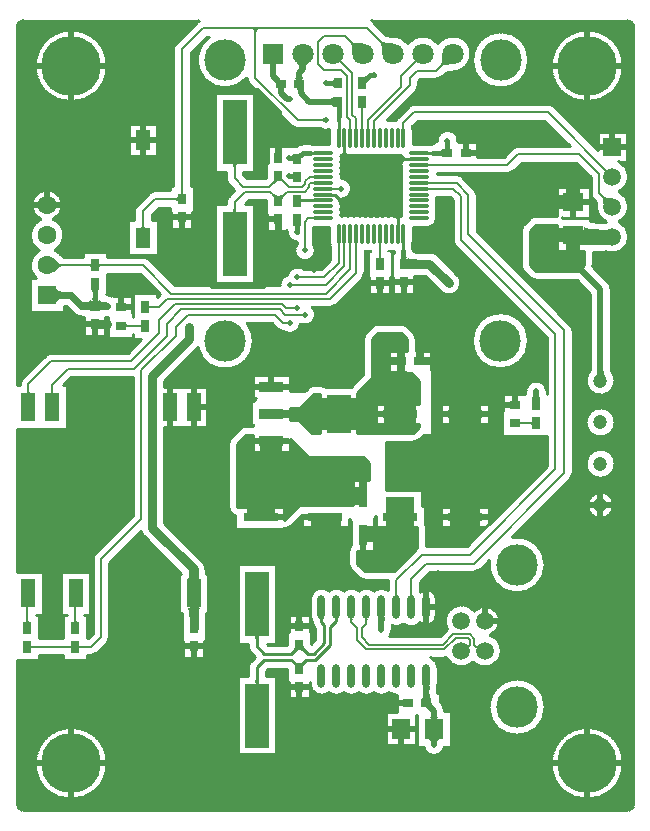
<source format=gtl>
G04*
G04 #@! TF.GenerationSoftware,Altium Limited,Altium Designer,19.1.8 (144)*
G04*
G04 Layer_Physical_Order=1*
G04 Layer_Color=32768*
%FSLAX25Y25*%
%MOIN*%
G70*
G01*
G75*
%ADD11C,0.01000*%
%ADD15R,0.04724X0.09449*%
%ADD19C,0.00600*%
%ADD20C,0.00800*%
%ADD21R,0.03740X0.03000*%
%ADD22R,0.07087X0.06299*%
%ADD23R,0.03000X0.03937*%
%ADD24R,0.03780X0.03150*%
%ADD25R,0.03000X0.03740*%
%ADD26R,0.05118X0.06693*%
%ADD27O,0.07087X0.01100*%
%ADD28O,0.01100X0.07087*%
%ADD29R,0.11811X0.02756*%
%ADD30R,0.08268X0.03543*%
%ADD31R,0.08268X0.12598*%
%ADD32R,0.03150X0.07087*%
%ADD33R,0.06299X0.07087*%
%ADD34O,0.02559X0.07874*%
%ADD35R,0.07874X0.21654*%
%ADD62C,0.02000*%
%ADD63C,0.03000*%
%ADD64C,0.01500*%
%ADD65C,0.02400*%
%ADD66C,0.05000*%
%ADD67R,0.11000X0.11000*%
%ADD68R,0.02500X0.05500*%
%ADD69R,0.05898X0.03000*%
%ADD70R,0.07000X0.03000*%
%ADD71R,0.03000X0.10000*%
%ADD72R,0.10500X0.10000*%
%ADD73R,0.17000X0.11000*%
%ADD74R,0.12500X0.03000*%
%ADD75R,0.10000X0.09000*%
%ADD76R,0.10000X0.08000*%
%ADD77R,0.03000X0.07000*%
%ADD78R,0.05500X0.06000*%
%ADD79R,0.09500X0.05500*%
%ADD80R,0.07500X0.06445*%
%ADD81R,0.05000X0.05500*%
%ADD82R,0.09500X0.06500*%
%ADD83R,0.05000X0.06488*%
%ADD84R,0.06488X0.05000*%
%ADD85C,0.20000*%
%ADD86R,0.05906X0.05906*%
%ADD87C,0.05906*%
%ADD88C,0.13780*%
%ADD89R,0.06299X0.06299*%
%ADD90C,0.06299*%
%ADD91C,0.07087*%
%ADD92R,0.07087X0.07087*%
%ADD93C,0.04724*%
%ADD94C,0.02000*%
G36*
X864700Y449100D02*
X864548Y449092D01*
X864412Y449068D01*
X864292Y449028D01*
X864188Y448972D01*
X864100Y448900D01*
X864028Y448812D01*
X863972Y448708D01*
X863932Y448588D01*
X863908Y448452D01*
X863900Y448300D01*
X863100D01*
X863092Y448452D01*
X863068Y448588D01*
X863028Y448708D01*
X862972Y448812D01*
X862900Y448900D01*
X862812Y448972D01*
X862708Y449028D01*
X862588Y449068D01*
X862452Y449092D01*
X862300Y449100D01*
X863500Y449900D01*
X864700Y449100D01*
D02*
G37*
G36*
X905764Y445081D02*
X905981Y444953D01*
X906241Y444840D01*
X906544Y444743D01*
X906890Y444662D01*
X907279Y444596D01*
X908185Y444513D01*
X908704Y444495D01*
X909265Y444493D01*
X905757Y440985D01*
X905755Y441546D01*
X905654Y442972D01*
X905588Y443361D01*
X905507Y443706D01*
X905410Y444009D01*
X905297Y444269D01*
X905169Y444486D01*
X905024Y444660D01*
X905590Y445226D01*
X905764Y445081D01*
D02*
G37*
G36*
X895676Y445029D02*
X895886Y444911D01*
X896144Y444808D01*
X896448Y444719D01*
X896800Y444645D01*
X897199Y444586D01*
X898138Y444510D01*
X899265Y444493D01*
X895757Y440985D01*
X895756Y441573D01*
X895665Y443051D01*
X895605Y443450D01*
X895531Y443802D01*
X895442Y444106D01*
X895339Y444364D01*
X895221Y444574D01*
X895088Y444738D01*
X895512Y445162D01*
X895676Y445029D01*
D02*
G37*
G36*
X929265Y437407D02*
X928677Y437406D01*
X927199Y437315D01*
X926800Y437255D01*
X926448Y437181D01*
X926144Y437092D01*
X925886Y436989D01*
X925676Y436871D01*
X925512Y436738D01*
X925088Y437162D01*
X925221Y437326D01*
X925339Y437536D01*
X925442Y437794D01*
X925531Y438098D01*
X925605Y438450D01*
X925665Y438849D01*
X925740Y439788D01*
X925757Y440915D01*
X929265Y437407D01*
D02*
G37*
G36*
X881192Y437954D02*
X881013Y437825D01*
X880852Y437675D01*
X880711Y437505D01*
X880588Y437315D01*
X880484Y437105D01*
X880399Y436874D01*
X880333Y436623D01*
X880286Y436352D01*
X880258Y436060D01*
X880248Y435748D01*
X878248D01*
X878239Y436066D01*
X878211Y436363D01*
X878165Y436640D01*
X878100Y436897D01*
X878016Y437133D01*
X877915Y437349D01*
X877794Y437545D01*
X877655Y437720D01*
X877497Y437876D01*
X877321Y438011D01*
X881192Y437954D01*
D02*
G37*
G36*
X901549Y432787D02*
X901271Y432500D01*
X900830Y431975D01*
X900666Y431737D01*
X900540Y431517D01*
X900452Y431313D01*
X900401Y431126D01*
X900388Y430956D01*
X900413Y430802D01*
X900476Y430666D01*
X898835Y433244D01*
X898930Y433139D01*
X899051Y433082D01*
X899197Y433071D01*
X899370Y433108D01*
X899569Y433191D01*
X899795Y433322D01*
X900046Y433500D01*
X900323Y433725D01*
X900957Y434316D01*
X901549Y432787D01*
D02*
G37*
G36*
X879060Y434108D02*
X879086Y433768D01*
X879128Y433468D01*
X879189Y433208D01*
X879266Y432988D01*
X879360Y432808D01*
X879472Y432668D01*
X879600Y432568D01*
X879746Y432508D01*
X879909Y432488D01*
X876193D01*
X876356Y432508D01*
X876502Y432568D01*
X876631Y432668D01*
X876742Y432808D01*
X876837Y432988D01*
X876914Y433208D01*
X876974Y433468D01*
X877017Y433768D01*
X877043Y434108D01*
X877051Y434488D01*
X879051D01*
X879060Y434108D01*
D02*
G37*
G36*
X889524Y429602D02*
X889509Y429745D01*
X889464Y429872D01*
X889388Y429985D01*
X889282Y430082D01*
X889146Y430165D01*
X888980Y430232D01*
X888783Y430285D01*
X888556Y430322D01*
X888299Y430345D01*
X888012Y430352D01*
Y431852D01*
X888299Y431860D01*
X888556Y431882D01*
X888783Y431920D01*
X888980Y431972D01*
X889146Y432040D01*
X889282Y432122D01*
X889388Y432220D01*
X889464Y432332D01*
X889509Y432460D01*
X889524Y432602D01*
Y429602D01*
D02*
G37*
G36*
X879909Y429512D02*
X879847Y429496D01*
X879791Y429448D01*
X879742Y429368D01*
X879700Y429257D01*
X879664Y429113D01*
X879634Y428938D01*
X879611Y428731D01*
X879585Y428221D01*
X879582Y427918D01*
X877582D01*
X877576Y428223D01*
X877528Y428736D01*
X877487Y428945D01*
X877433Y429121D01*
X877368Y429266D01*
X877291Y429378D01*
X877202Y429459D01*
X877101Y429507D01*
X876988Y429524D01*
X879909Y429512D01*
D02*
G37*
G36*
X899391Y424579D02*
X899382Y424540D01*
X899374Y424483D01*
X899361Y424311D01*
X899347Y423553D01*
X898747D01*
X898693Y424599D01*
X899401D01*
X899391Y424579D01*
D02*
G37*
G36*
X889512Y423142D02*
X889492Y423305D01*
X889432Y423451D01*
X889332Y423580D01*
X889192Y423691D01*
X889012Y423785D01*
X888792Y423863D01*
X888532Y423923D01*
X888232Y423966D01*
X887892Y423991D01*
X887512Y424000D01*
Y426000D01*
X887892Y426009D01*
X888232Y426034D01*
X888532Y426077D01*
X888792Y426137D01*
X889012Y426215D01*
X889192Y426309D01*
X889332Y426420D01*
X889432Y426549D01*
X889492Y426695D01*
X889512Y426858D01*
Y423142D01*
D02*
G37*
G36*
X899590Y423049D02*
X899539Y423031D01*
X899494Y423000D01*
X899455Y422958D01*
X899422Y422902D01*
X899395Y422835D01*
X899374Y422756D01*
X899359Y422664D01*
X899350Y422560D01*
X899347Y422443D01*
X898747D01*
X898744Y422560D01*
X898735Y422664D01*
X898720Y422756D01*
X898699Y422835D01*
X898672Y422902D01*
X898639Y422958D01*
X898600Y423000D01*
X898555Y423031D01*
X898504Y423049D01*
X898447Y423056D01*
X899647D01*
X899590Y423049D01*
D02*
G37*
G36*
X886286Y418268D02*
X886225Y418326D01*
X886160Y418376D01*
X886090Y418422D01*
X886016Y418461D01*
X885938Y418494D01*
X885856Y418520D01*
X885769Y418541D01*
X885678Y418556D01*
X885583Y418566D01*
X885483Y418569D01*
Y419369D01*
X885583Y419372D01*
X885678Y419381D01*
X885769Y419395D01*
X885856Y419417D01*
X885938Y419444D01*
X886016Y419477D01*
X886090Y419516D01*
X886160Y419560D01*
X886225Y419612D01*
X886286Y419668D01*
Y418268D01*
D02*
G37*
G36*
X891698Y419776D02*
X891693Y419726D01*
X891684Y419537D01*
X891673Y418268D01*
X890673D01*
X890643Y419797D01*
X891704D01*
X891698Y419776D01*
D02*
G37*
G36*
X928257Y410701D02*
X928280Y410444D01*
X928318Y410217D01*
X928370Y410020D01*
X928438Y409854D01*
X928520Y409718D01*
X928617Y409612D01*
X928730Y409537D01*
X928858Y409491D01*
X929000Y409476D01*
X926000D01*
X926143Y409491D01*
X926270Y409537D01*
X926383Y409612D01*
X926480Y409718D01*
X926562Y409854D01*
X926630Y410020D01*
X926682Y410217D01*
X926720Y410444D01*
X926742Y410701D01*
X926750Y410988D01*
X928250D01*
X928257Y410701D01*
D02*
G37*
G36*
X925642Y406512D02*
X925627Y406619D01*
X925582Y406715D01*
X925507Y406800D01*
X925402Y406874D01*
X925267Y406936D01*
X925102Y406986D01*
X924907Y407026D01*
X924682Y407054D01*
X924427Y407071D01*
X924142Y407077D01*
Y408577D01*
X924427Y408584D01*
X924682Y408607D01*
X924907Y408644D01*
X925102Y408697D01*
X925267Y408764D01*
X925402Y408847D01*
X925507Y408944D01*
X925582Y409057D01*
X925627Y409184D01*
X925642Y409327D01*
Y406512D01*
D02*
G37*
G36*
X876024Y404959D02*
X876011Y405058D01*
X875973Y405146D01*
X875909Y405223D01*
X875819Y405291D01*
X875704Y405348D01*
X875563Y405394D01*
X875397Y405431D01*
X875205Y405456D01*
X874987Y405472D01*
X874744Y405477D01*
Y406977D01*
X874987Y406982D01*
X875397Y407024D01*
X875563Y407060D01*
X875704Y407107D01*
X875819Y407164D01*
X875909Y407231D01*
X875973Y407309D01*
X876011Y407397D01*
X876024Y407495D01*
Y404959D01*
D02*
G37*
G36*
X857286Y404085D02*
X857218Y404060D01*
X857158Y404020D01*
X857106Y403963D01*
X857062Y403890D01*
X857026Y403800D01*
X856998Y403695D01*
X856978Y403573D01*
X856966Y403435D01*
X856962Y403281D01*
X856162D01*
X856158Y403435D01*
X856146Y403573D01*
X856126Y403695D01*
X856098Y403800D01*
X856062Y403890D01*
X856018Y403963D01*
X855966Y404020D01*
X855906Y404060D01*
X855838Y404085D01*
X855762Y404093D01*
X857362D01*
X857286Y404085D01*
D02*
G37*
G36*
X870968Y398349D02*
X870893Y398378D01*
X870802Y398382D01*
X870697Y398360D01*
X870578Y398313D01*
X870444Y398240D01*
X870295Y398141D01*
X870132Y398016D01*
X869761Y397690D01*
X869554Y397488D01*
X869008Y398074D01*
X869179Y398251D01*
X869446Y398562D01*
X869542Y398696D01*
X869612Y398816D01*
X869658Y398922D01*
X869677Y399014D01*
X869672Y399092D01*
X869642Y399156D01*
X869586Y399205D01*
X870968Y398349D01*
D02*
G37*
G36*
X839404Y395057D02*
X839416Y394921D01*
X839436Y394801D01*
X839464Y394697D01*
X839500Y394609D01*
X839544Y394537D01*
X839596Y394481D01*
X839656Y394441D01*
X839724Y394417D01*
X839800Y394409D01*
X838200D01*
X838276Y394417D01*
X838344Y394441D01*
X838404Y394481D01*
X838456Y394537D01*
X838500Y394609D01*
X838536Y394697D01*
X838564Y394801D01*
X838584Y394921D01*
X838596Y395057D01*
X838600Y395209D01*
X839400D01*
X839404Y395057D01*
D02*
G37*
G36*
X873337Y393771D02*
X873140Y393568D01*
X872697Y393043D01*
X872598Y392894D01*
X872525Y392760D01*
X872476Y392639D01*
X872451Y392531D01*
X872451Y392437D01*
X872476Y392357D01*
X871727Y393846D01*
X871771Y393786D01*
X871831Y393751D01*
X871906Y393743D01*
X871997Y393762D01*
X872102Y393806D01*
X872223Y393877D01*
X872359Y393974D01*
X872510Y394098D01*
X872858Y394424D01*
X873337Y393771D01*
D02*
G37*
G36*
X869801Y394270D02*
X870089Y394026D01*
X870218Y393937D01*
X870336Y393868D01*
X870444Y393821D01*
X870542Y393795D01*
X870629Y393791D01*
X870706Y393808D01*
X870773Y393846D01*
X869524Y392857D01*
X869574Y392912D01*
X869600Y392980D01*
X869602Y393061D01*
X869580Y393155D01*
X869534Y393262D01*
X869464Y393381D01*
X869371Y393514D01*
X869253Y393659D01*
X868946Y393988D01*
X869642Y394424D01*
X869801Y394270D01*
D02*
G37*
G36*
X837524Y391700D02*
X837516Y391776D01*
X837492Y391844D01*
X837451Y391904D01*
X837394Y391956D01*
X837321Y392000D01*
X837232Y392036D01*
X837126Y392064D01*
X837004Y392084D01*
X836866Y392096D01*
X836712Y392100D01*
Y392900D01*
X836866Y392904D01*
X837004Y392916D01*
X837126Y392936D01*
X837232Y392964D01*
X837321Y393000D01*
X837394Y393044D01*
X837451Y393096D01*
X837492Y393156D01*
X837516Y393224D01*
X837524Y393300D01*
Y391700D01*
D02*
G37*
G36*
X979524Y393414D02*
X979702Y393310D01*
X979918Y393219D01*
X980171Y393141D01*
X980461Y393076D01*
X980789Y393023D01*
X981555Y392956D01*
X981994Y392942D01*
X982471Y392941D01*
X979547Y390018D01*
X979546Y390494D01*
X979465Y391699D01*
X979412Y392027D01*
X979347Y392317D01*
X979269Y392570D01*
X979178Y392786D01*
X979074Y392965D01*
X978958Y393106D01*
X979382Y393530D01*
X979524Y393414D01*
D02*
G37*
G36*
X856966Y388955D02*
X856978Y388817D01*
X856998Y388695D01*
X857026Y388589D01*
X857062Y388500D01*
X857106Y388427D01*
X857158Y388370D01*
X857218Y388329D01*
X857286Y388305D01*
X857362Y388297D01*
X855762D01*
X855838Y388305D01*
X855906Y388329D01*
X855966Y388370D01*
X856018Y388427D01*
X856062Y388500D01*
X856098Y388589D01*
X856126Y388695D01*
X856146Y388817D01*
X856158Y388955D01*
X856162Y389109D01*
X856962D01*
X856966Y388955D01*
D02*
G37*
G36*
X826404Y383644D02*
X826416Y383508D01*
X826436Y383388D01*
X826464Y383284D01*
X826500Y383196D01*
X826544Y383124D01*
X826596Y383068D01*
X826656Y383028D01*
X826724Y383004D01*
X826800Y382996D01*
X825200D01*
X825276Y383004D01*
X825344Y383028D01*
X825404Y383068D01*
X825456Y383124D01*
X825500Y383196D01*
X825536Y383284D01*
X825564Y383388D01*
X825584Y383508D01*
X825596Y383644D01*
X825600Y383796D01*
X826400D01*
X826404Y383644D01*
D02*
G37*
G36*
X973081Y383410D02*
X973231Y383216D01*
X973481Y383046D01*
X973831Y382898D01*
X974281Y382773D01*
X974831Y382670D01*
X975481Y382591D01*
X977081Y382500D01*
X978031Y382488D01*
Y377488D01*
X973031Y377351D01*
Y383626D01*
X973081Y383410D01*
D02*
G37*
G36*
X880304Y376965D02*
X880316Y376877D01*
X880336Y376790D01*
X880364Y376705D01*
X880400Y376620D01*
X880444Y376537D01*
X880496Y376454D01*
X880556Y376373D01*
X880624Y376293D01*
X880700Y376214D01*
X879300D01*
X879376Y376293D01*
X879444Y376373D01*
X879504Y376454D01*
X879556Y376537D01*
X879600Y376620D01*
X879636Y376705D01*
X879664Y376790D01*
X879684Y376877D01*
X879696Y376965D01*
X879700Y377054D01*
X880300D01*
X880304Y376965D01*
D02*
G37*
G36*
X905256Y373440D02*
X905265Y373336D01*
X905280Y373244D01*
X905301Y373165D01*
X905328Y373097D01*
X905361Y373042D01*
X905400Y373000D01*
X905445Y372969D01*
X905496Y372951D01*
X905553Y372944D01*
X904353D01*
X904410Y372951D01*
X904461Y372969D01*
X904506Y373000D01*
X904545Y373042D01*
X904578Y373097D01*
X904605Y373165D01*
X904626Y373244D01*
X904641Y373336D01*
X904650Y373440D01*
X904653Y373556D01*
X905253D01*
X905256Y373440D01*
D02*
G37*
G36*
X913584Y374073D02*
X913607Y373818D01*
X913644Y373593D01*
X913697Y373398D01*
X913764Y373233D01*
X913847Y373098D01*
X913944Y372993D01*
X914057Y372918D01*
X914184Y372873D01*
X914327Y372858D01*
X911512D01*
X911619Y372873D01*
X911715Y372918D01*
X911800Y372993D01*
X911874Y373098D01*
X911936Y373233D01*
X911986Y373398D01*
X912026Y373593D01*
X912054Y373818D01*
X912071Y374073D01*
X912077Y374358D01*
X913577D01*
X913584Y374073D01*
D02*
G37*
G36*
X811482Y371043D02*
X811500Y370992D01*
X811531Y370947D01*
X811574Y370908D01*
X811629Y370875D01*
X811696Y370848D01*
X811776Y370827D01*
X811868Y370812D01*
X811972Y370803D01*
X812088Y370800D01*
Y370200D01*
X811972Y370197D01*
X811868Y370188D01*
X811776Y370173D01*
X811696Y370152D01*
X811629Y370125D01*
X811574Y370092D01*
X811531Y370053D01*
X811500Y370008D01*
X811482Y369957D01*
X811476Y369900D01*
Y371100D01*
X811482Y371043D01*
D02*
G37*
G36*
X808524Y369900D02*
X808518Y369957D01*
X808500Y370008D01*
X808469Y370053D01*
X808426Y370092D01*
X808371Y370125D01*
X808304Y370152D01*
X808224Y370173D01*
X808132Y370188D01*
X808028Y370197D01*
X807912Y370200D01*
Y370800D01*
X808028Y370803D01*
X808132Y370812D01*
X808224Y370827D01*
X808304Y370848D01*
X808371Y370875D01*
X808426Y370908D01*
X808469Y370947D01*
X808500Y370992D01*
X808518Y371043D01*
X808524Y371100D01*
Y369900D01*
D02*
G37*
G36*
X914518Y372790D02*
X914608Y372729D01*
X914758Y372675D01*
X914968Y372629D01*
X915238Y372589D01*
X915958Y372532D01*
X917488Y372500D01*
Y369500D01*
X916918Y369496D01*
X914968Y369371D01*
X914758Y369324D01*
X914608Y369271D01*
X914518Y369210D01*
X914488Y369142D01*
Y372858D01*
X914518Y372790D01*
D02*
G37*
G36*
X796613Y372343D02*
X797589Y371486D01*
X797877Y371276D01*
X798145Y371105D01*
X798393Y370971D01*
X798623Y370876D01*
X798834Y370819D01*
X799025Y370800D01*
Y370200D01*
X798834Y370181D01*
X798623Y370124D01*
X798393Y370029D01*
X798145Y369895D01*
X797877Y369724D01*
X797589Y369514D01*
X796958Y368981D01*
X796613Y368657D01*
X796249Y368295D01*
Y372705D01*
X796613Y372343D01*
D02*
G37*
G36*
X811348Y362229D02*
X811222Y362184D01*
X811112Y362109D01*
X811016Y362004D01*
X810935Y361869D01*
X810868Y361704D01*
X810816Y361509D01*
X810779Y361284D01*
X810757Y361029D01*
X810750Y360744D01*
X809250D01*
X809243Y361029D01*
X809221Y361284D01*
X809184Y361509D01*
X809132Y361704D01*
X809066Y361869D01*
X808984Y362004D01*
X808888Y362109D01*
X808778Y362184D01*
X808652Y362229D01*
X808512Y362244D01*
X811488D01*
X811348Y362229D01*
D02*
G37*
G36*
X797150Y362672D02*
X797222Y362468D01*
X797343Y362288D01*
X797511Y362132D01*
X797729Y362000D01*
X797994Y361892D01*
X798308Y361808D01*
X798669Y361748D01*
X799079Y361712D01*
X799538Y361700D01*
Y359300D01*
X799079Y359288D01*
X798669Y359252D01*
X798308Y359192D01*
X797994Y359108D01*
X797729Y359000D01*
X797511Y358868D01*
X797343Y358712D01*
X797222Y358532D01*
X797150Y358328D01*
X797126Y358100D01*
Y362900D01*
X797150Y362672D01*
D02*
G37*
G36*
X810752Y360297D02*
X810763Y360007D01*
X810779Y359818D01*
X810816Y359593D01*
X810868Y359398D01*
X810935Y359233D01*
X811016Y359098D01*
X811112Y358993D01*
X811222Y358918D01*
X811348Y358873D01*
X811488Y358858D01*
X810809D01*
X810849Y357848D01*
X809151D01*
X809170Y357891D01*
X809187Y357979D01*
X809202Y358114D01*
X809234Y358792D01*
X809235Y358858D01*
X808512D01*
X808652Y358873D01*
X808778Y358918D01*
X808888Y358993D01*
X808984Y359098D01*
X809066Y359233D01*
X809132Y359398D01*
X809184Y359593D01*
X809221Y359818D01*
X809243Y360073D01*
X809250Y360358D01*
X810750D01*
X810752Y360297D01*
D02*
G37*
G36*
X828282Y357193D02*
X828300Y357142D01*
X828331Y357097D01*
X828374Y357058D01*
X828429Y357025D01*
X828496Y356998D01*
X828576Y356977D01*
X828668Y356962D01*
X828772Y356953D01*
X828888Y356950D01*
Y356350D01*
X828772Y356347D01*
X828668Y356338D01*
X828576Y356323D01*
X828496Y356302D01*
X828429Y356275D01*
X828374Y356242D01*
X828331Y356203D01*
X828300Y356158D01*
X828282Y356107D01*
X828276Y356050D01*
Y357250D01*
X828282Y357193D01*
D02*
G37*
G36*
X811512Y358733D02*
X811584Y358621D01*
X811704Y358523D01*
X811872Y358437D01*
X812088Y358365D01*
X812352Y358305D01*
X812664Y358259D01*
X813024Y358226D01*
X813888Y358200D01*
Y355800D01*
X813432Y355793D01*
X812664Y355741D01*
X812352Y355695D01*
X812088Y355635D01*
X811872Y355563D01*
X811704Y355477D01*
X811584Y355379D01*
X811512Y355267D01*
X811488Y355142D01*
Y358858D01*
X811512Y358733D01*
D02*
G37*
G36*
X808512Y355142D02*
X808488Y355267D01*
X808416Y355379D01*
X808296Y355477D01*
X808128Y355563D01*
X807912Y355635D01*
X807648Y355695D01*
X807336Y355741D01*
X806976Y355774D01*
X806112Y355800D01*
Y358200D01*
X806568Y358207D01*
X807336Y358259D01*
X807648Y358305D01*
X807912Y358365D01*
X808128Y358437D01*
X808296Y358523D01*
X808416Y358621D01*
X808488Y358733D01*
X808512Y358858D01*
Y355142D01*
D02*
G37*
G36*
X820441Y350933D02*
X820459Y350882D01*
X820490Y350837D01*
X820532Y350798D01*
X820588Y350765D01*
X820655Y350738D01*
X820734Y350717D01*
X820826Y350702D01*
X820930Y350693D01*
X821047Y350690D01*
Y350090D01*
X820930Y350087D01*
X820826Y350078D01*
X820734Y350063D01*
X820655Y350042D01*
X820588Y350015D01*
X820532Y349982D01*
X820490Y349943D01*
X820459Y349898D01*
X820441Y349847D01*
X820434Y349790D01*
Y350990D01*
X820441Y350933D01*
D02*
G37*
G36*
X825324Y349750D02*
X825318Y349807D01*
X825299Y349858D01*
X825269Y349903D01*
X825226Y349942D01*
X825171Y349975D01*
X825104Y350002D01*
X825024Y350023D01*
X824932Y350038D01*
X824828Y350047D01*
X824712Y350050D01*
Y350650D01*
X824828Y350653D01*
X824932Y350662D01*
X825024Y350677D01*
X825104Y350698D01*
X825171Y350725D01*
X825226Y350758D01*
X825269Y350797D01*
X825299Y350842D01*
X825318Y350893D01*
X825324Y350950D01*
Y349750D01*
D02*
G37*
G36*
X979506Y335317D02*
X979526Y335089D01*
X979559Y334873D01*
X979605Y334668D01*
X979663Y334475D01*
X979735Y334294D01*
X979820Y334124D01*
X979918Y333967D01*
X980029Y333821D01*
X980153Y333687D01*
X976847D01*
X976971Y333821D01*
X977082Y333967D01*
X977180Y334124D01*
X977265Y334294D01*
X977337Y334475D01*
X977395Y334668D01*
X977441Y334873D01*
X977474Y335089D01*
X977493Y335317D01*
X977500Y335557D01*
X979500D01*
X979506Y335317D01*
D02*
G37*
G36*
X795972Y328468D02*
X795981Y328364D01*
X795996Y328272D01*
X796017Y328192D01*
X796044Y328125D01*
X796077Y328070D01*
X796116Y328027D01*
X796161Y327996D01*
X796212Y327978D01*
X796269Y327972D01*
X795069D01*
X795126Y327978D01*
X795177Y327996D01*
X795222Y328027D01*
X795261Y328070D01*
X795294Y328125D01*
X795321Y328192D01*
X795342Y328272D01*
X795357Y328364D01*
X795366Y328468D01*
X795369Y328584D01*
X795969D01*
X795972Y328468D01*
D02*
G37*
G36*
X788098D02*
X788107Y328364D01*
X788122Y328272D01*
X788143Y328192D01*
X788170Y328125D01*
X788203Y328070D01*
X788242Y328027D01*
X788287Y327996D01*
X788338Y327978D01*
X788395Y327972D01*
X787195D01*
X787252Y327978D01*
X787303Y327996D01*
X787348Y328027D01*
X787387Y328070D01*
X787420Y328125D01*
X787447Y328192D01*
X787468Y328272D01*
X787483Y328364D01*
X787492Y328468D01*
X787495Y328584D01*
X788095D01*
X788098Y328468D01*
D02*
G37*
G36*
X958005Y327876D02*
X958078Y326976D01*
X958122Y326756D01*
X958176Y326576D01*
X958239Y326436D01*
X958312Y326336D01*
X958395Y326276D01*
X958488Y326256D01*
X955512D01*
X955605Y326276D01*
X955688Y326336D01*
X955761Y326436D01*
X955824Y326576D01*
X955878Y326756D01*
X955922Y326976D01*
X955956Y327236D01*
X955995Y327876D01*
X956000Y328256D01*
X958000D01*
X958005Y327876D01*
D02*
G37*
G36*
X955524Y317179D02*
X955518Y317236D01*
X955499Y317287D01*
X955469Y317333D01*
X955426Y317372D01*
X955371Y317405D01*
X955304Y317431D01*
X955224Y317453D01*
X955132Y317467D01*
X955028Y317477D01*
X954912Y317479D01*
Y318079D01*
X955028Y318082D01*
X955132Y318092D01*
X955224Y318107D01*
X955304Y318127D01*
X955371Y318155D01*
X955426Y318187D01*
X955469Y318227D01*
X955499Y318271D01*
X955518Y318322D01*
X955524Y318379D01*
Y317179D01*
D02*
G37*
G36*
X951872Y318322D02*
X951890Y318271D01*
X951921Y318227D01*
X951964Y318187D01*
X952019Y318155D01*
X952086Y318127D01*
X952166Y318107D01*
X952257Y318092D01*
X952361Y318082D01*
X952478Y318079D01*
Y317479D01*
X952361Y317477D01*
X952257Y317467D01*
X952166Y317453D01*
X952086Y317431D01*
X952019Y317405D01*
X951964Y317372D01*
X951921Y317333D01*
X951890Y317287D01*
X951872Y317236D01*
X951866Y317179D01*
Y318379D01*
X951872Y318322D01*
D02*
G37*
G36*
X844422Y268209D02*
X844490Y267249D01*
X844549Y266859D01*
X844626Y266529D01*
X844720Y266259D01*
X844830Y266049D01*
X844958Y265899D01*
X845102Y265809D01*
X845264Y265779D01*
X840563D01*
X840725Y265809D01*
X840869Y265899D01*
X840997Y266049D01*
X841107Y266259D01*
X841201Y266529D01*
X841277Y266859D01*
X841337Y267249D01*
X841379Y267699D01*
X841413Y268779D01*
X844413D01*
X844422Y268209D01*
D02*
G37*
G36*
X915803Y260801D02*
X915827Y260568D01*
X915847Y260474D01*
X915874Y260394D01*
X915906Y260329D01*
X915945Y260278D01*
X915989Y260241D01*
X916039Y260220D01*
X916095Y260212D01*
X914905D01*
X914961Y260220D01*
X915011Y260241D01*
X915055Y260278D01*
X915094Y260329D01*
X915126Y260394D01*
X915153Y260474D01*
X915173Y260568D01*
X915188Y260677D01*
X915197Y260801D01*
X915200Y260939D01*
X915800D01*
X915803Y260801D01*
D02*
G37*
G36*
X910803D02*
X910827Y260568D01*
X910847Y260474D01*
X910874Y260394D01*
X910906Y260329D01*
X910945Y260278D01*
X910989Y260241D01*
X911039Y260220D01*
X911095Y260212D01*
X909905D01*
X909961Y260220D01*
X910011Y260241D01*
X910055Y260278D01*
X910094Y260329D01*
X910126Y260394D01*
X910153Y260474D01*
X910173Y260568D01*
X910188Y260677D01*
X910197Y260801D01*
X910200Y260939D01*
X910800D01*
X910803Y260801D01*
D02*
G37*
G36*
X804043Y256360D02*
X803992Y256342D01*
X803947Y256311D01*
X803908Y256269D01*
X803875Y256213D01*
X803848Y256146D01*
X803827Y256066D01*
X803812Y255975D01*
X803803Y255871D01*
X803800Y255754D01*
X803200D01*
X803197Y255871D01*
X803188Y255975D01*
X803173Y256066D01*
X803152Y256146D01*
X803125Y256213D01*
X803092Y256269D01*
X803053Y256311D01*
X803008Y256342D01*
X802957Y256360D01*
X802900Y256366D01*
X804100D01*
X804043Y256360D01*
D02*
G37*
G36*
X788043D02*
X787992Y256342D01*
X787947Y256311D01*
X787908Y256269D01*
X787875Y256213D01*
X787848Y256146D01*
X787827Y256066D01*
X787812Y255975D01*
X787803Y255871D01*
X787800Y255754D01*
X787200D01*
X787197Y255871D01*
X787188Y255975D01*
X787173Y256066D01*
X787152Y256146D01*
X787125Y256213D01*
X787092Y256269D01*
X787053Y256311D01*
X787008Y256342D01*
X786957Y256360D01*
X786900Y256366D01*
X788100D01*
X788043Y256360D01*
D02*
G37*
G36*
X845119Y256324D02*
X844989Y256234D01*
X844874Y256084D01*
X844775Y255874D01*
X844691Y255604D01*
X844622Y255274D01*
X844569Y254884D01*
X844508Y253924D01*
X844500Y253354D01*
X841500D01*
X841491Y253924D01*
X841416Y254884D01*
X841350Y255274D01*
X841266Y255604D01*
X841163Y255874D01*
X841041Y256084D01*
X840900Y256234D01*
X840741Y256324D01*
X840563Y256354D01*
X845264D01*
X845119Y256324D01*
D02*
G37*
G36*
X891002Y252628D02*
X891000Y252406D01*
X891000Y252000D01*
X890000D01*
X889998Y252634D01*
X891002D01*
X891002Y252628D01*
D02*
G37*
G36*
X901039Y252665D02*
X900989Y252644D01*
X900945Y252607D01*
X900906Y252556D01*
X900874Y252491D01*
X900847Y252411D01*
X900827Y252317D01*
X900812Y252208D01*
X900803Y252084D01*
X900800Y251946D01*
X900200D01*
X900197Y252084D01*
X900173Y252317D01*
X900153Y252411D01*
X900126Y252491D01*
X900094Y252556D01*
X900055Y252607D01*
X900011Y252644D01*
X899961Y252665D01*
X899905Y252673D01*
X901095D01*
X901039Y252665D01*
D02*
G37*
G36*
X896039D02*
X895989Y252644D01*
X895945Y252607D01*
X895906Y252556D01*
X895874Y252491D01*
X895847Y252411D01*
X895827Y252317D01*
X895812Y252208D01*
X895803Y252084D01*
X895800Y251946D01*
X895200D01*
X895197Y252084D01*
X895173Y252317D01*
X895153Y252411D01*
X895126Y252491D01*
X895094Y252556D01*
X895055Y252607D01*
X895011Y252644D01*
X894961Y252665D01*
X894905Y252673D01*
X896095D01*
X896039Y252665D01*
D02*
G37*
G36*
X886397Y252999D02*
X886314Y252958D01*
X886240Y252888D01*
X886177Y252790D01*
X886123Y252665D01*
X886078Y252512D01*
X886044Y252331D01*
X886020Y252122D01*
X886005Y251885D01*
X886000Y251620D01*
X885000D01*
X884995Y251885D01*
X884956Y252331D01*
X884921Y252512D01*
X884877Y252665D01*
X884823Y252790D01*
X884760Y252888D01*
X884686Y252958D01*
X884603Y252999D01*
X884509Y253013D01*
X886491D01*
X886397Y252999D01*
D02*
G37*
G36*
X803803Y252011D02*
X803812Y251909D01*
X803827Y251819D01*
X803848Y251741D01*
X803875Y251675D01*
X803908Y251621D01*
X803947Y251579D01*
X803992Y251549D01*
X804043Y251531D01*
X804100Y251525D01*
X802900D01*
X802957Y251531D01*
X803008Y251549D01*
X803053Y251579D01*
X803092Y251621D01*
X803125Y251675D01*
X803152Y251741D01*
X803173Y251819D01*
X803188Y251909D01*
X803197Y252011D01*
X803200Y252125D01*
X803800D01*
X803803Y252011D01*
D02*
G37*
G36*
X787803D02*
X787812Y251909D01*
X787827Y251819D01*
X787848Y251741D01*
X787875Y251675D01*
X787908Y251621D01*
X787947Y251579D01*
X787992Y251549D01*
X788043Y251531D01*
X788100Y251525D01*
X786900D01*
X786957Y251531D01*
X787008Y251549D01*
X787053Y251579D01*
X787092Y251621D01*
X787125Y251675D01*
X787152Y251741D01*
X787173Y251819D01*
X787188Y251909D01*
X787197Y252011D01*
X787200Y252125D01*
X787800D01*
X787803Y252011D01*
D02*
G37*
G36*
X906587Y253099D02*
X906569Y253015D01*
X906553Y252895D01*
X906527Y252541D01*
X906500Y251006D01*
X904500D01*
X904393Y253146D01*
X906607D01*
X906587Y253099D01*
D02*
G37*
G36*
X864905Y246888D02*
X864820Y246858D01*
X864745Y246807D01*
X864680Y246736D01*
X864625Y246645D01*
X864580Y246534D01*
X864545Y246402D01*
X864520Y246250D01*
X864505Y246078D01*
X864500Y245886D01*
X863500D01*
X863495Y246078D01*
X863480Y246250D01*
X863455Y246402D01*
X863420Y246534D01*
X863375Y246645D01*
X863320Y246736D01*
X863255Y246807D01*
X863180Y246858D01*
X863095Y246888D01*
X863000Y246898D01*
X865000D01*
X864905Y246888D01*
D02*
G37*
G36*
X804982Y243812D02*
X805000Y243761D01*
X805031Y243716D01*
X805074Y243677D01*
X805129Y243644D01*
X805196Y243617D01*
X805276Y243596D01*
X805368Y243581D01*
X805472Y243572D01*
X805588Y243569D01*
Y242969D01*
X805472Y242966D01*
X805368Y242957D01*
X805276Y242942D01*
X805196Y242921D01*
X805129Y242894D01*
X805074Y242861D01*
X805031Y242822D01*
X805000Y242777D01*
X804982Y242726D01*
X804976Y242669D01*
Y243869D01*
X804982Y243812D01*
D02*
G37*
G36*
X802024Y242669D02*
X802018Y242726D01*
X801999Y242777D01*
X801969Y242822D01*
X801926Y242861D01*
X801871Y242894D01*
X801804Y242921D01*
X801724Y242942D01*
X801632Y242957D01*
X801528Y242966D01*
X801412Y242969D01*
Y243569D01*
X801528Y243572D01*
X801632Y243581D01*
X801724Y243596D01*
X801804Y243617D01*
X801871Y243644D01*
X801926Y243677D01*
X801969Y243716D01*
X801999Y243761D01*
X802018Y243812D01*
X802024Y243869D01*
Y242669D01*
D02*
G37*
G36*
X788982Y243812D02*
X789001Y243761D01*
X789031Y243716D01*
X789074Y243677D01*
X789129Y243644D01*
X789196Y243617D01*
X789276Y243596D01*
X789368Y243581D01*
X789472Y243572D01*
X789588Y243569D01*
Y242969D01*
X789472Y242966D01*
X789368Y242957D01*
X789276Y242942D01*
X789196Y242921D01*
X789129Y242894D01*
X789074Y242861D01*
X789031Y242822D01*
X789001Y242777D01*
X788982Y242726D01*
X788976Y242669D01*
Y243869D01*
X788982Y243812D01*
D02*
G37*
G36*
X878052Y242138D02*
X877969Y242189D01*
X877873Y242213D01*
X877763Y242210D01*
X877641Y242180D01*
X877506Y242123D01*
X877359Y242038D01*
X877198Y241927D01*
X877024Y241789D01*
X876838Y241623D01*
X876638Y241431D01*
X875807Y242014D01*
X876010Y242225D01*
X876329Y242600D01*
X876444Y242764D01*
X876530Y242913D01*
X876585Y243047D01*
X876612Y243165D01*
X876609Y243268D01*
X876576Y243356D01*
X876514Y243428D01*
X878052Y242138D01*
D02*
G37*
G36*
X879443Y243826D02*
X879439Y243711D01*
X879467Y243579D01*
X879527Y243429D01*
X879618Y243261D01*
X879741Y243075D01*
X879896Y242872D01*
X880301Y242411D01*
X880551Y242155D01*
X879860Y241431D01*
X879637Y241647D01*
X879246Y241982D01*
X879078Y242102D01*
X878927Y242190D01*
X878795Y242246D01*
X878681Y242270D01*
X878584Y242262D01*
X878506Y242222D01*
X878446Y242150D01*
X879478Y243922D01*
X879443Y243826D01*
D02*
G37*
G36*
X880197Y237990D02*
X879995Y237781D01*
X879679Y237408D01*
X879565Y237244D01*
X879479Y237095D01*
X879423Y236962D01*
X879396Y236843D01*
X879398Y236739D01*
X879430Y236650D01*
X879490Y236576D01*
X878000Y237897D01*
X876514Y236572D01*
X876574Y236646D01*
X876605Y236735D01*
X876607Y236839D01*
X876580Y236958D01*
X876524Y237092D01*
X876439Y237241D01*
X876324Y237405D01*
X876181Y237584D01*
X875807Y237986D01*
X876595Y238612D01*
X876796Y238418D01*
X877159Y238112D01*
X877320Y238000D01*
X877468Y237915D01*
X877603Y237858D01*
X877725Y237829D01*
X877833Y237827D01*
X877927Y237852D01*
X877999Y237899D01*
X877991Y237905D01*
X878000Y237900D01*
X878009Y237905D01*
X878001Y237899D01*
X878073Y237853D01*
X878168Y237827D01*
X878276Y237829D01*
X878397Y237859D01*
X878532Y237916D01*
X878680Y238000D01*
X878841Y238112D01*
X879016Y238251D01*
X879204Y238418D01*
X879405Y238612D01*
X880197Y237990D01*
D02*
G37*
G36*
X864505Y231922D02*
X864520Y231750D01*
X864545Y231598D01*
X864580Y231466D01*
X864625Y231355D01*
X864680Y231264D01*
X864745Y231193D01*
X864820Y231143D01*
X864905Y231112D01*
X865000Y231102D01*
X863000D01*
X863095Y231112D01*
X863180Y231143D01*
X863255Y231193D01*
X863320Y231264D01*
X863375Y231355D01*
X863420Y231466D01*
X863455Y231598D01*
X863480Y231750D01*
X863495Y231922D01*
X863500Y232114D01*
X864500D01*
X864505Y231922D01*
D02*
G37*
G36*
X921587Y230214D02*
X921569Y230131D01*
X921552Y230010D01*
X921527Y229656D01*
X921500Y228121D01*
X919500D01*
X919393Y230261D01*
X921607D01*
X921587Y230214D01*
D02*
G37*
G36*
X921509Y227608D02*
X921534Y227268D01*
X921577Y226968D01*
X921637Y226708D01*
X921714Y226488D01*
X921809Y226308D01*
X921920Y226168D01*
X922049Y226068D01*
X922195Y226008D01*
X922358Y225988D01*
X918642D01*
X918805Y226008D01*
X918951Y226068D01*
X919079Y226168D01*
X919191Y226308D01*
X919285Y226488D01*
X919363Y226708D01*
X919423Y226968D01*
X919466Y227268D01*
X919491Y227608D01*
X919500Y227988D01*
X921500D01*
X921509Y227608D01*
D02*
G37*
G36*
X922296Y224602D02*
X922287Y224510D01*
X922320Y224387D01*
X922394Y224235D01*
X922509Y224054D01*
X922666Y223844D01*
X923104Y223334D01*
X923707Y222707D01*
X922531Y221531D01*
X924000D01*
X924010Y221149D01*
X924040Y220807D01*
X924090Y220505D01*
X924160Y220244D01*
X924250Y220022D01*
X924360Y219841D01*
X924490Y219700D01*
X924640Y219600D01*
X924810Y219539D01*
X925000Y219519D01*
X921000D01*
X921190Y219539D01*
X921360Y219600D01*
X921510Y219700D01*
X921640Y219841D01*
X921750Y220022D01*
X921840Y220244D01*
X921910Y220505D01*
X921960Y220807D01*
X921990Y221149D01*
X922000Y221531D01*
X922051D01*
X921914Y221666D01*
X920723Y222713D01*
X920506Y222864D01*
X920322Y222971D01*
X920170Y223033D01*
X920051Y223051D01*
X919964Y223024D01*
X922346Y224666D01*
X922296Y224602D01*
D02*
G37*
G36*
X924787Y212461D02*
X924624Y212402D01*
X924481Y212303D01*
X924356Y212166D01*
X924251Y211988D01*
X924165Y211772D01*
X924098Y211516D01*
X924050Y211221D01*
X924021Y210886D01*
X924012Y210512D01*
X922012D01*
X922002Y210886D01*
X921974Y211221D01*
X921926Y211516D01*
X921859Y211772D01*
X921773Y211988D01*
X921667Y212166D01*
X921543Y212303D01*
X921399Y212402D01*
X921237Y212461D01*
X921055Y212481D01*
X924969D01*
X924787Y212461D01*
D02*
G37*
D11*
X989500Y450000D02*
G03*
X987500Y452000I-2000J0D01*
G01*
X987953Y399988D02*
G03*
X984564Y405035I-5453J0D01*
G01*
X986000Y437000D02*
G03*
X986000Y437000I-12000J0D01*
G01*
X954590Y438950D02*
G03*
X954590Y438950I-9390J0D01*
G01*
X962968Y423480D02*
G03*
X960988Y424300I-1980J-1980D01*
G01*
X962968Y423480D02*
G03*
X960988Y424300I-1980J-1980D01*
G01*
X951110Y410300D02*
G03*
X949130Y409480I0J-2800D01*
G01*
X951110Y410300D02*
G03*
X949130Y409480I0J-2800D01*
G01*
X984675Y394988D02*
G03*
X987953Y399988I-2176J5000D01*
G01*
Y389988D02*
G03*
X984675Y394988I-5453J0D01*
G01*
Y384988D02*
G03*
X987953Y389988I-2176J5000D01*
G01*
X977053Y389740D02*
G03*
X980325Y384988I5447J248D01*
G01*
X975194Y394494D02*
G03*
X976014Y392514I2800J0D01*
G01*
X975194Y394494D02*
G03*
X976014Y392514I2800J0D01*
G01*
X987953Y379988D02*
G03*
X984675Y384988I-5453J0D01*
G01*
X980325Y374988D02*
G03*
X987953Y379988I2176J5000D01*
G01*
X975957Y369993D02*
G03*
X976000Y370500I-2957J507D01*
G01*
X975957Y369993D02*
G03*
X976000Y370500I-2957J507D01*
G01*
X982000Y362500D02*
G03*
X980971Y364979I-3500J0D01*
G01*
X982000Y362500D02*
G03*
X980975Y364975I-3500J0D01*
G01*
X966061Y386138D02*
G03*
X965806Y386362I-2105J-2138D01*
G01*
X957000Y387000D02*
G03*
X954879Y386121I0J-3000D01*
G01*
X957000Y387000D02*
G03*
X954877Y386120I0J-3000D01*
G01*
X966061Y386138D02*
G03*
X965806Y386362I-2105J-2138D01*
G01*
X952880Y384122D02*
G03*
X952000Y382000I2120J-2122D01*
G01*
X952879Y384121D02*
G03*
X952000Y382000I2121J-2121D01*
G01*
X947500Y401090D02*
G03*
X949480Y401910I0J2800D01*
G01*
X947500Y401090D02*
G03*
X949480Y401910I0J2800D01*
G01*
X952000Y370500D02*
G03*
X952880Y368377I3000J0D01*
G01*
X952000Y370500D02*
G03*
X952879Y368379I3000J0D01*
G01*
X969300Y348743D02*
G03*
X968480Y350723I-2800J0D01*
G01*
X969300Y348743D02*
G03*
X968480Y350723I-2800J0D01*
G01*
X954879Y366379D02*
G03*
X957000Y365500I2121J2121D01*
G01*
X954877Y366380D02*
G03*
X957000Y365500I2122J2120D01*
G01*
X935343Y440950D02*
G03*
X924300Y444344I-6043J0D01*
G01*
X929535Y434911D02*
G03*
X935343Y440950I-235J6039D01*
G01*
X923675Y432525D02*
G03*
X925655Y433345I0J2800D01*
G01*
X923675Y432525D02*
G03*
X925655Y433345I0J2800D01*
G01*
X930964Y411500D02*
G03*
X931000Y412000I-3464J500D01*
G01*
D02*
G03*
X924000Y412000I-3500J0D01*
G01*
X924300Y444344D02*
G03*
X914300Y444344I-5000J-3394D01*
G01*
X916980Y428520D02*
G03*
X917800Y430500I-1980J1980D01*
G01*
X916980Y428520D02*
G03*
X917800Y430500I-1980J1980D01*
G01*
X916500Y424300D02*
G03*
X914520Y423480I0J-2800D01*
G01*
X916500Y424300D02*
G03*
X914520Y423480I0J-2800D01*
G01*
X902801Y451551D02*
G03*
X902220Y452000I-2051J-2051D01*
G01*
X902801Y451551D02*
G03*
X902220Y452000I-2051J-2051D01*
G01*
X914300Y444344D02*
G03*
X909538Y446989I-5000J-3394D01*
G01*
X910847Y419807D02*
G03*
X910252Y418927I1980J-1980D01*
G01*
X910847Y419807D02*
G03*
X910252Y418927I1980J-1980D01*
G01*
Y418927D02*
G03*
X909874Y418825I606J-2989D01*
G01*
X922827Y411077D02*
G03*
X921577Y410827I0J-3250D01*
G01*
X921488D02*
G03*
X920938Y410877I-550J-3000D01*
G01*
X915877Y415938D02*
G03*
X915754Y416794I-3050J0D01*
G01*
X909874Y407065D02*
G03*
X911843Y407065I984J2887D01*
G01*
X912012Y407012D02*
G03*
X912416Y406131I2939J814D01*
G01*
X909874Y418825D02*
G03*
X907905Y418825I-984J-2887D01*
G01*
X907905D02*
G03*
X907409Y418949I-984J-2887D01*
G01*
X907905Y407065D02*
G03*
X909874Y407065I984J2887D01*
G01*
X905937D02*
G03*
X907905Y407065I984J2887D01*
G01*
X900031D02*
G03*
X902000Y407065I984J2887D01*
G01*
X898063D02*
G03*
X900031Y407065I984J2887D01*
G01*
X903969D02*
G03*
X905937Y407065I984J2887D01*
G01*
X902000D02*
G03*
X903969Y407065I984J2887D01*
G01*
X896095D02*
G03*
X898063Y407065I984J2887D01*
G01*
X932496Y399964D02*
G03*
X930516Y400784I-1980J-1980D01*
G01*
X932496Y399964D02*
G03*
X930516Y400784I-1980J-1980D01*
G01*
X937300Y394000D02*
G03*
X936480Y395980I-2800J0D01*
G01*
X937300Y394000D02*
G03*
X936480Y395980I-2800J0D01*
G01*
X929200Y379000D02*
G03*
X930020Y377020I2800J0D01*
G01*
X929200Y379000D02*
G03*
X930020Y377020I2800J0D01*
G01*
X923988Y392079D02*
G03*
X923825Y393063I-3050J0D01*
G01*
X923988Y390110D02*
G03*
X923825Y391094I-3050J0D01*
G01*
Y391094D02*
G03*
X923988Y392079I-2887J984D01*
G01*
X923825Y389126D02*
G03*
X923988Y390110I-2887J984D01*
G01*
X923825Y387158D02*
G03*
X923988Y388142I-2887J984D01*
G01*
D02*
G03*
X923825Y389126I-3050J0D01*
G01*
X923988Y386173D02*
G03*
X923825Y387158I-3050J0D01*
G01*
X920938Y383123D02*
G03*
X923988Y386173I0J3050D01*
G01*
X924328Y373828D02*
G03*
X921500Y375000I-2828J-2828D01*
G01*
X924328Y373828D02*
G03*
X921500Y375000I-2828J-2828D01*
G01*
X932000Y364500D02*
G03*
X930828Y367328I-4000J0D01*
G01*
X925172Y361672D02*
G03*
X932000Y364500I2828J2828D01*
G01*
X912416Y406131D02*
G03*
X912416Y405585I2535J-273D01*
G01*
X912065Y398969D02*
G03*
X912065Y397000I2887J-984D01*
G01*
X912065Y400937D02*
G03*
X912065Y398969I2887J-984D01*
G01*
Y397000D02*
G03*
X912065Y395031I2887J-984D01*
G01*
Y402906D02*
G03*
X912065Y400937I2887J-984D01*
G01*
X912416Y405585D02*
G03*
X912065Y402906I2535J-1695D01*
G01*
Y393063D02*
G03*
X912065Y391094I2887J-984D01*
G01*
Y395031D02*
G03*
X912065Y393063I2887J-984D01*
G01*
Y389126D02*
G03*
X912065Y387158I2887J-984D01*
G01*
Y391094D02*
G03*
X912065Y389126I2887J-984D01*
G01*
X912012Y386988D02*
G03*
X911131Y386584I814J-2939D01*
G01*
X915827Y377512D02*
G03*
X915877Y378062I-3000J550D01*
G01*
X916076Y375370D02*
G03*
X915827Y376577I-3250J-43D01*
G01*
X907905Y386935D02*
G03*
X905937Y386935I-984J-2887D01*
G01*
D02*
G03*
X903969Y386935I-984J-2887D01*
G01*
X910585Y386584D02*
G03*
X907905Y386935I-1695J-2535D01*
G01*
X902000D02*
G03*
X900031Y386935I-984J-2887D01*
G01*
D02*
G03*
X898063Y386935I-984J-2887D01*
G01*
X903969D02*
G03*
X902000Y386935I-984J-2887D01*
G01*
X898063D02*
G03*
X896095Y386935I-984J-2887D01*
G01*
D02*
G03*
X894126Y386935I-984J-2887D01*
G01*
X911131Y386584D02*
G03*
X910585Y386584I-273J-2535D01*
G01*
X909000Y375014D02*
G03*
X909577Y375090I-110J3048D01*
G01*
X907905Y375175D02*
G03*
X909000Y375014I984J2887D01*
G01*
X901000Y375012D02*
G03*
X902000Y375175I16J3050D01*
G01*
X900031D02*
G03*
X901000Y375012I984J2887D01*
G01*
X914121Y350121D02*
G03*
X912000Y351000I-2121J-2121D01*
G01*
X914122Y350120D02*
G03*
X912000Y351000I-2122J-2120D01*
G01*
X899059Y366020D02*
G03*
X899879Y368000I-1980J1980D01*
G01*
X899059Y366020D02*
G03*
X899879Y368000I-1980J1980D01*
G01*
X904500Y351000D02*
G03*
X902379Y350121I0J-3000D01*
G01*
X904500Y351000D02*
G03*
X902378Y350120I0J-3000D01*
G01*
X983362Y332000D02*
G03*
X982152Y335210I-4862J0D01*
G01*
X974848D02*
G03*
X983362Y332000I3652J-3210D01*
G01*
Y318178D02*
G03*
X983362Y318178I-4862J0D01*
G01*
Y304356D02*
G03*
X983362Y304356I-4862J0D01*
G01*
X954490Y345350D02*
G03*
X954490Y345350I-9390J0D01*
G01*
X960490Y328768D02*
G03*
X953510Y328768I-3490J-268D01*
G01*
X960490D02*
G03*
X953510Y328768I-3490J-268D01*
G01*
X968480Y299277D02*
G03*
X969300Y301257I-1980J1980D01*
G01*
X968480Y299277D02*
G03*
X969300Y301257I-1980J1980D01*
G01*
X982862Y290534D02*
G03*
X982862Y290534I-4362J0D01*
G01*
X986000Y204500D02*
G03*
X986000Y204500I-12000J0D01*
G01*
X987500Y189000D02*
G03*
X989500Y191000I0J2000D01*
G01*
X960059Y270622D02*
G03*
X949078Y279876I-9390J0D01*
G01*
X941415Y272213D02*
G03*
X960059Y270622I9254J-1591D01*
G01*
Y223220D02*
G03*
X960059Y223220I-9390J0D01*
G01*
X936243Y268200D02*
G03*
X938223Y269020I0J2800D01*
G01*
X936243Y268200D02*
G03*
X938223Y269020I0J2800D01*
G01*
X917000Y346000D02*
G03*
X916121Y348121I-3000J0D01*
G01*
X917000Y346000D02*
G03*
X916120Y348123I-3000J0D01*
G01*
X900380D02*
G03*
X899500Y346000I2120J-2122D01*
G01*
X900379Y348121D02*
G03*
X899500Y346000I2121J-2121D01*
G01*
X920500Y283122D02*
G03*
X920079Y284655I-3000J0D01*
G01*
X920500Y283122D02*
G03*
X920079Y284655I-3000J0D01*
G01*
X916000Y311500D02*
G03*
X918121Y312379I0J3000D01*
G01*
X916000Y311500D02*
G03*
X918122Y312380I0J3000D01*
G01*
X895425Y277324D02*
G03*
X894500Y275157I2075J-2167D01*
G01*
X895425Y277324D02*
G03*
X894500Y275157I2075J-2167D01*
G01*
Y271000D02*
G03*
X895379Y268879I3000J0D01*
G01*
X894500Y271000D02*
G03*
X895380Y268878I3000J0D01*
G01*
X944953Y251842D02*
G03*
X936393Y255237I-4953J0D01*
G01*
X941686Y247186D02*
G03*
X944953Y251842I-1686J4657D01*
G01*
X936393Y255237D02*
G03*
X927315Y249275I-4267J-3394D01*
G01*
X945453Y242000D02*
G03*
X941686Y247186I-5453J0D01*
G01*
X936063Y238227D02*
G03*
X945453Y242000I3937J3773D01*
G01*
X927147Y239776D02*
G03*
X936063Y238227I4978J2224D01*
G01*
X926500Y239700D02*
G03*
X927147Y239776I0J2800D01*
G01*
X926500Y239700D02*
G03*
X927147Y239776I0J2800D01*
G01*
X924086Y229707D02*
G03*
X924279Y230900I-3586J1193D01*
G01*
X926500Y222043D02*
G03*
X925711Y224214I-3500J-43D01*
G01*
X926500Y222043D02*
G03*
X925711Y224214I-3500J-43D01*
G01*
X918353Y251306D02*
G03*
X923779Y253785I2147J2479D01*
G01*
Y259100D02*
G03*
X918353Y261579I-3280J0D01*
G01*
X913000Y250951D02*
G03*
X918353Y251306I2500J2835D01*
G01*
X897879Y266379D02*
G03*
X900000Y265500I2121J2121D01*
G01*
X897878Y266380D02*
G03*
X900000Y265500I2122J2120D01*
G01*
X907700Y262173D02*
G03*
X903000Y261935I-2200J-3073D01*
G01*
D02*
G03*
X898000Y261935I-2500J-2835D01*
G01*
X909000Y250316D02*
G03*
X913000Y250951I1500J3469D01*
G01*
X908222Y246800D02*
G03*
X909000Y249000I-2722J2200D01*
G01*
X908222Y246800D02*
G03*
X909000Y249000I-2722J2200D01*
G01*
X924279Y236215D02*
G03*
X921963Y239700I-3779J0D01*
G01*
X908000Y228065D02*
G03*
X910528Y227121I2500J2835D01*
G01*
X919556Y209957D02*
G03*
X926468Y209957I3456J555D01*
G01*
X919556D02*
G03*
X926468Y209957I3456J555D01*
G01*
X903000Y228065D02*
G03*
X908000Y228065I2500J2835D01*
G01*
X898000D02*
G03*
X903000Y228065I2500J2835D01*
G01*
X885040Y416069D02*
G03*
X888123Y415654I1960J2900D01*
G01*
X875481Y416918D02*
G03*
X877532Y416069I2051J2051D01*
G01*
X875481Y416918D02*
G03*
X877532Y416069I2051J2051D01*
G01*
X882705Y410856D02*
G03*
X881528Y411077I-1178J-3029D01*
G01*
X879327D02*
G03*
X877303Y410370I0J-3250D01*
G01*
X883062Y410877D02*
G03*
X882705Y410856I0J-3050D01*
G01*
X879327Y411077D02*
G03*
X877303Y410370I0J-3250D01*
G01*
X860601Y432924D02*
G03*
X861449Y430949I2899J76D01*
G01*
X860601Y432924D02*
G03*
X861449Y430949I2899J76D01*
G01*
X891988Y407012D02*
G03*
X892869Y407416I-814J2939D01*
G01*
D02*
G03*
X893415Y407416I273J2535D01*
G01*
D02*
G03*
X896095Y407065I1695J2535D01*
G01*
X892098Y405858D02*
G03*
X891935Y406843I-3050J0D01*
G01*
X892067Y399515D02*
G03*
X892098Y399953I-3018J438D01*
G01*
X895484Y396016D02*
G03*
X892067Y399515I-3500J0D01*
G01*
X891935Y404874D02*
G03*
X892098Y405858I-2887J984D01*
G01*
X891935Y402906D02*
G03*
X892098Y403890I-2887J984D01*
G01*
D02*
G03*
X891935Y404874I-3050J0D01*
G01*
X892098Y401921D02*
G03*
X891935Y402906I-3050J0D01*
G01*
X892098Y399953D02*
G03*
X891935Y400937I-3050J0D01*
G01*
D02*
G03*
X892098Y401921I-2887J984D01*
G01*
X853662Y399438D02*
G03*
X854511Y397388I2900J0D01*
G01*
X853662Y399438D02*
G03*
X854511Y397388I2900J0D01*
G01*
X844530Y452000D02*
G03*
X843949Y451551I1470J-2500D01*
G01*
X844530Y452000D02*
G03*
X843949Y451551I1470J-2500D01*
G01*
X847955Y446600D02*
G03*
X860601Y432924I5445J-7650D01*
G01*
X836949Y444551D02*
G03*
X836100Y442500I2051J-2051D01*
G01*
X836949Y444551D02*
G03*
X836100Y442500I2051J-2051D01*
G01*
X892098Y392079D02*
G03*
X892067Y392517I-3050J0D01*
G01*
D02*
G03*
X895484Y396016I-83J3499D01*
G01*
X894126Y386935D02*
G03*
X892157Y386935I-984J-2887D01*
G01*
X891935Y391094D02*
G03*
X892098Y392079I-2887J984D01*
G01*
Y390110D02*
G03*
X891935Y391094I-3050J0D01*
G01*
Y389126D02*
G03*
X892098Y390110I-2887J984D01*
G01*
Y388142D02*
G03*
X891935Y389126I-3050J0D01*
G01*
Y387158D02*
G03*
X892098Y388142I-2887J984D01*
G01*
X888123Y378062D02*
G03*
X888373Y376852I3050J0D01*
G01*
X883500Y375500D02*
G03*
X882800Y377600I-3500J0D01*
G01*
X874015Y382028D02*
G03*
X874032Y381232I3485J-327D01*
G01*
D02*
G03*
X877200Y378214I3469J469D01*
G01*
Y377600D02*
G03*
X883500Y375500I2800J-2100D01*
G01*
X888329Y356450D02*
G03*
X890309Y357270I0J2800D01*
G01*
X888329Y356450D02*
G03*
X890309Y357270I0J2800D01*
G01*
X883500Y354000D02*
G03*
X882500Y356450I-3500J0D01*
G01*
X878477Y350849D02*
G03*
X883500Y354000I1523J3151D01*
G01*
X879600Y369300D02*
G03*
X874114Y367386I-2100J-2800D01*
G01*
D02*
G03*
X871506Y363800I886J-3386D01*
G01*
X872900Y348450D02*
G03*
X878477Y350849I2100J2800D01*
G01*
X870770Y349270D02*
G03*
X872750Y348450I1980J1980D01*
G01*
X870770Y349270D02*
G03*
X872750Y348450I1980J1980D01*
G01*
X854511Y393612D02*
G03*
X853662Y391562I2051J-2051D01*
G01*
X854511Y393612D02*
G03*
X853662Y391562I2051J-2051D01*
G01*
X862790Y345250D02*
G03*
X860664Y351200I-9390J0D01*
G01*
X830000Y395400D02*
G03*
X827949Y394551I0J-2900D01*
G01*
X830000Y395400D02*
G03*
X827949Y394551I0J-2900D01*
G01*
X823949Y390551D02*
G03*
X823100Y388500I2051J-2051D01*
G01*
X823949Y390551D02*
G03*
X823100Y388500I2051J-2051D01*
G01*
X814000Y437000D02*
G03*
X814000Y437000I-12000J0D01*
G01*
X786000Y452000D02*
G03*
X784000Y450000I0J-2000D01*
G01*
X799150Y390500D02*
G03*
X791964Y385770I-5150J0D01*
G01*
X796036D02*
G03*
X799150Y390500I-2036J4730D01*
G01*
X827980Y372480D02*
G03*
X826000Y373300I-1980J-1980D01*
G01*
X827980Y372480D02*
G03*
X826000Y373300I-1980J-1980D01*
G01*
X815883Y360185D02*
G03*
X814195Y360695I-1883J-3185D01*
G01*
X799650Y380500D02*
G03*
X796036Y385770I-5650J0D01*
G01*
X791964D02*
G03*
X791370Y375500I2036J-5270D01*
G01*
X796630D02*
G03*
X799650Y380500I-2630J5000D01*
G01*
X797819Y374663D02*
G03*
X796630Y375500I-3819J-4163D01*
G01*
X791370D02*
G03*
X790395Y366150I2630J-5000D01*
G01*
X802884Y354384D02*
G03*
X805500Y353300I2616J2616D01*
G01*
X802884Y354384D02*
G03*
X805500Y353300I2616J2616D01*
G01*
X795500Y341300D02*
G03*
X793520Y340480I0J-2800D01*
G01*
X795500Y341300D02*
G03*
X793520Y340480I0J-2800D01*
G01*
X887014Y329799D02*
G03*
X885087Y330500I-1927J-2299D01*
G01*
X887014Y329799D02*
G03*
X885087Y330500I-1927J-2299D01*
G01*
X883000D02*
G03*
X880879Y329621I0J-3000D01*
G01*
X883000Y330500D02*
G03*
X880877Y329620I0J-3000D01*
G01*
X863000Y316979D02*
G03*
X862646Y317000I-354J-2979D01*
G01*
X863000Y316979D02*
G03*
X862646Y317000I-354J-2979D01*
G01*
X898000Y261935D02*
G03*
X893000Y261935I-2500J-2835D01*
G01*
D02*
G03*
X888000Y261935I-2500J-2835D01*
G01*
X888000D02*
G03*
X881721Y259100I-2500J-2835D01*
G01*
X872571Y282622D02*
G03*
X875201Y283459I508J2957D01*
G01*
X844259Y343102D02*
G03*
X862790Y345250I9141J2148D01*
G01*
X860500Y317000D02*
G03*
X858379Y316121I0J-3000D01*
G01*
X860500Y317000D02*
G03*
X858377Y316120I0J-3000D01*
G01*
X855380Y313123D02*
G03*
X854500Y311000I2120J-2122D01*
G01*
X855379Y313121D02*
G03*
X854500Y311000I2121J-2121D01*
G01*
Y289878D02*
G03*
X856768Y286969I3000J0D01*
G01*
X854500Y289878D02*
G03*
X856768Y286969I3000J0D01*
G01*
X881721Y253785D02*
G03*
X882404Y251618I3779J0D01*
G01*
X882500Y251348D02*
G03*
X883379Y249279I3000J52D01*
G01*
X882500Y251348D02*
G03*
X883380Y249277I3000J52D01*
G01*
X893000Y228065D02*
G03*
X898000Y228065I2500J2835D01*
G01*
X888000D02*
G03*
X893000Y228065I2500J2835D01*
G01*
X881721Y230900D02*
G03*
X888000Y228065I3779J0D01*
G01*
X861000Y243500D02*
G03*
X861880Y241377I3000J0D01*
G01*
X861000Y243500D02*
G03*
X861879Y241379I3000J0D01*
G01*
Y238621D02*
G03*
X861000Y236500I2121J-2121D01*
G01*
X861880Y238622D02*
G03*
X861000Y236500I2120J-2122D01*
G01*
X825203Y281743D02*
G03*
X826172Y280172I3797J1257D01*
G01*
X825203Y281743D02*
G03*
X826172Y280172I3797J1257D01*
G01*
X846913Y269087D02*
G03*
X845742Y271915I-4000J0D01*
G01*
X846913Y269087D02*
G03*
X845742Y271915I-4000J0D01*
G01*
X810020Y274480D02*
G03*
X809200Y272500I1980J-1980D01*
G01*
X810020Y274480D02*
G03*
X809200Y272500I1980J-1980D01*
G01*
X785815Y332775D02*
G03*
X784995Y330795I1980J-1980D01*
G01*
X785815Y332775D02*
G03*
X784995Y330795I1980J-1980D01*
G01*
X813980Y244520D02*
G03*
X814800Y246500I-1980J1980D01*
G01*
X813980Y244520D02*
G03*
X814800Y246500I-1980J1980D01*
G01*
X808769Y240469D02*
G03*
X810749Y241289I0J2800D01*
G01*
X808769Y240469D02*
G03*
X810749Y241289I0J2800D01*
G01*
X814000Y204500D02*
G03*
X814000Y204500I-12000J0D01*
G01*
X784000Y191000D02*
G03*
X786000Y189000I2000J0D01*
G01*
X917500Y276364D02*
G03*
X917020Y275980I1500J-2364D01*
G01*
X917500Y276364D02*
G03*
X917020Y275980I1500J-2364D01*
G01*
X887014Y329799D02*
G03*
X885087Y330500I-1927J-2299D01*
G01*
X887014Y329799D02*
G03*
X885087Y330500I-1927J-2299D01*
G01*
X883000D02*
G03*
X880879Y329621I0J-3000D01*
G01*
X883000Y330500D02*
G03*
X880877Y329620I0J-3000D01*
G01*
X917000Y346000D02*
G03*
X916964Y346464I-3000J0D01*
G01*
X917000Y346000D02*
G03*
X916964Y346464I-3000J0D01*
G01*
X985314Y441000D02*
X989500D01*
X985124Y441500D02*
X989500D01*
X985619Y440000D02*
X989500D01*
X985478Y440500D02*
X989500D01*
X984665Y442500D02*
X989500D01*
X984909Y442000D02*
X989500D01*
X985990Y437500D02*
X989500D01*
X985958Y438000D02*
X989500D01*
X986000Y437000D02*
X989500D01*
X985832Y439000D02*
X989500D01*
X985737Y439500D02*
X989500D01*
X985906Y438500D02*
X989500D01*
X980633Y447000D02*
X989500D01*
X979809Y447500D02*
X989500D01*
X981937Y446000D02*
X989500D01*
X981331Y446500D02*
X989500D01*
X977428Y448500D02*
X989500D01*
X974000Y449000D02*
X989500D01*
X978796Y448000D02*
X989500D01*
X984087Y443500D02*
X989500D01*
X983747Y444000D02*
X989500D01*
X984392Y443000D02*
X989500D01*
X982944Y445000D02*
X989500D01*
X982471Y445500D02*
X989500D01*
X983368Y444500D02*
X989500D01*
X985832Y435000D02*
X989500D01*
X985737Y434500D02*
X989500D01*
X985619Y434000D02*
X989500D01*
X985478Y433500D02*
X989500D01*
X985990Y436500D02*
X989500D01*
X985958Y436000D02*
X989500D01*
X985906Y435500D02*
X989500D01*
X984665Y431500D02*
X989500D01*
X984392Y431000D02*
X989500D01*
X984087Y430500D02*
X989500D01*
X985314Y433000D02*
X989500D01*
X985124Y432500D02*
X989500D01*
X984909Y432000D02*
X989500D01*
X981937Y428000D02*
X989500D01*
X979809Y426500D02*
X989500D01*
X978796Y426000D02*
X989500D01*
X977428Y425500D02*
X989500D01*
X983747Y430000D02*
X989500D01*
X983368Y429500D02*
X989500D01*
X982944Y429000D02*
X989500D01*
X967448Y419000D02*
X989500D01*
X966948Y419500D02*
X989500D01*
X967948Y418500D02*
X989500D01*
X974000Y425000D02*
X989500D01*
X965948Y420500D02*
X989500D01*
X966448Y420000D02*
X989500D01*
X982000Y445944D02*
Y452000D01*
X981500Y446368D02*
Y452000D01*
X983000Y444937D02*
Y452000D01*
X982500Y445471D02*
Y452000D01*
X980500Y447087D02*
Y452000D01*
X980000Y447392D02*
Y452000D01*
X981000Y446747D02*
Y452000D01*
X985500Y440428D02*
Y452000D01*
X985000Y441796D02*
Y452000D01*
X986000Y437000D02*
Y452000D01*
X984000Y443633D02*
Y452000D01*
X983500Y444331D02*
Y452000D01*
X984500Y442809D02*
Y452000D01*
X976500Y448737D02*
Y452000D01*
X976000Y448832D02*
Y452000D01*
X977500Y448478D02*
Y452000D01*
X977000Y448619D02*
Y452000D01*
X975000Y448958D02*
Y452000D01*
X974500Y448990D02*
Y452000D01*
X975500Y448906D02*
Y452000D01*
X979000Y447909D02*
Y452000D01*
X978500Y448124D02*
Y452000D01*
X979500Y447665D02*
Y452000D01*
X969000Y447909D02*
Y452000D01*
X968500Y447665D02*
Y452000D01*
X978000Y448314D02*
Y452000D01*
X973000Y448958D02*
Y452000D01*
X972500Y448906D02*
Y452000D01*
X974000Y449000D02*
Y452000D01*
X973500Y448990D02*
Y452000D01*
X971500Y448737D02*
Y452000D01*
X971000Y448619D02*
Y452000D01*
X972000Y448832D02*
Y452000D01*
X982471Y428500D02*
X989500D01*
X981331Y427500D02*
X989500D01*
X980633Y427000D02*
X989500D01*
X969500Y448124D02*
Y452000D01*
X968000Y447392D02*
Y452000D01*
X970500Y448478D02*
Y452000D01*
X970000Y448314D02*
Y452000D01*
X967000Y446747D02*
Y452000D01*
X966500Y446368D02*
Y452000D01*
X967500Y447087D02*
Y452000D01*
X967000Y419448D02*
Y427253D01*
X966500Y419948D02*
Y427633D01*
X967500Y418948D02*
Y426913D01*
X966000Y445944D02*
Y452000D01*
X965500Y420948D02*
Y428530D01*
X966000Y420448D02*
Y428056D01*
X987000Y414941D02*
Y452000D01*
X986500Y414941D02*
Y452000D01*
X986000Y414941D02*
Y437000D01*
X985500Y414941D02*
Y433572D01*
X985000Y414941D02*
Y432204D01*
X983500Y414941D02*
Y429669D01*
X983000Y414941D02*
Y429063D01*
X987500Y402164D02*
Y452000D01*
X987453Y414500D02*
X989500D01*
X987453Y414000D02*
X989500D01*
X984500Y414941D02*
Y431190D01*
X984000Y414941D02*
Y430367D01*
X987453Y405035D02*
Y414941D01*
X970448Y416000D02*
X989500D01*
X969948Y416500D02*
X989500D01*
X971448Y415000D02*
X989500D01*
X970948Y415500D02*
X989500D01*
X968948Y417500D02*
X989500D01*
X968448Y418000D02*
X989500D01*
X969448Y417000D02*
X989500D01*
X982500Y414941D02*
Y428530D01*
X977547Y414941D02*
X987453D01*
X982000D02*
Y428056D01*
X981500Y414941D02*
Y427633D01*
X981000Y414941D02*
Y427253D01*
X987453Y411500D02*
X989500D01*
X987453Y412000D02*
X989500D01*
X987453Y410500D02*
X989500D01*
X987453Y411000D02*
X989500D01*
X987453Y413000D02*
X989500D01*
X987453Y413500D02*
X989500D01*
X987453Y412500D02*
X989500D01*
X987453Y408000D02*
X989500D01*
X987453Y408500D02*
X989500D01*
X987453Y406000D02*
X989500D01*
X987453Y409500D02*
X989500D01*
X987453Y410000D02*
X989500D01*
X987453Y409000D02*
X989500D01*
X987453Y407000D02*
X989500D01*
X987453Y407500D02*
X989500D01*
X987453Y405500D02*
X989500D01*
X987453Y406500D02*
X989500D01*
X984564Y405035D02*
X987453D01*
X987000Y403068D02*
Y405035D01*
X984648Y405000D02*
X989500D01*
X986000Y404169D02*
Y405035D01*
X985500Y404541D02*
Y405035D01*
X986500Y403694D02*
Y405035D01*
X980500Y414941D02*
Y426913D01*
X980000Y414941D02*
Y426608D01*
X979500Y414941D02*
Y426335D01*
X979000Y414941D02*
Y426091D01*
X978500Y414941D02*
Y425876D01*
X978000Y414941D02*
Y425686D01*
X974500Y411948D02*
Y425010D01*
X977500Y408948D02*
Y425522D01*
X977000Y409448D02*
Y425381D01*
X976500Y409948D02*
Y425263D01*
X976000Y410448D02*
Y425168D01*
X975500Y410948D02*
Y425094D01*
X975000Y411448D02*
Y425042D01*
X970000Y416448D02*
Y425686D01*
X969500Y416948D02*
Y425876D01*
X971000Y415448D02*
Y425381D01*
X970500Y415948D02*
Y425522D01*
X968500Y417948D02*
Y426335D01*
X968000Y418448D02*
Y426608D01*
X969000Y417448D02*
Y426091D01*
X973500Y412948D02*
Y425010D01*
X973000Y413448D02*
Y425042D01*
X974000Y412448D02*
Y425000D01*
X972000Y414448D02*
Y425168D01*
X971500Y414948D02*
Y425263D01*
X972500Y413948D02*
Y425094D01*
X973948Y412500D02*
X977547D01*
X973448Y413000D02*
X977547D01*
X974948Y411500D02*
X977547D01*
X974448Y412000D02*
X977547D01*
X972448Y414000D02*
X977547D01*
X971948Y414500D02*
X977547D01*
X972948Y413500D02*
X977547D01*
X975948Y410500D02*
X977547D01*
X975448Y411000D02*
X977547D01*
X976448Y410000D02*
X977547D01*
Y408901D02*
Y414941D01*
X976948Y409500D02*
X977547D01*
X970340Y404700D02*
X975194Y399846D01*
X967500Y410300D02*
Y411028D01*
X967000Y410300D02*
Y411528D01*
X968500Y396661D02*
Y404700D01*
X968000Y396661D02*
Y404700D01*
X966000Y410300D02*
Y412528D01*
X965500Y410300D02*
Y413028D01*
X966500Y410300D02*
Y412028D01*
X969000Y396661D02*
Y404700D01*
X967500Y396661D02*
Y404700D01*
X969500Y396661D02*
Y404700D01*
X966500Y396661D02*
Y404700D01*
X966000Y396661D02*
Y404700D01*
X967000Y396661D02*
Y404700D01*
X965500Y445471D02*
Y452000D01*
X951402Y446000D02*
X966063D01*
X952381Y445000D02*
X965056D01*
X951928Y445500D02*
X965530D01*
X965000Y444937D02*
Y452000D01*
X964500Y444331D02*
Y452000D01*
X952774Y444500D02*
X964633D01*
X964000Y443633D02*
Y452000D01*
X953116Y444000D02*
X964253D01*
X963500Y442809D02*
Y452000D01*
X963000Y441796D02*
Y452000D01*
X953414Y443500D02*
X963913D01*
X903851Y450500D02*
X989437D01*
X903351Y451000D02*
X989232D01*
X904851Y449500D02*
X989500D01*
X904351Y450000D02*
X989500D01*
X902220Y452000D02*
X987500D01*
X902220D02*
X987500D01*
X902851Y451500D02*
X988823D01*
X905851Y448500D02*
X970572D01*
X905351Y449000D02*
X974000D01*
X947703Y448000D02*
X969204D01*
X950034Y447000D02*
X967367D01*
X949081Y447500D02*
X968190D01*
X950783Y446500D02*
X966669D01*
X953893Y442500D02*
X963335D01*
X953671Y443000D02*
X963608D01*
X954081Y442000D02*
X963091D01*
X954363Y441000D02*
X962686D01*
X954237Y441500D02*
X962876D01*
X954461Y440500D02*
X962522D01*
X951514Y432000D02*
X963091D01*
X950915Y431500D02*
X963335D01*
X950196Y431000D02*
X963608D01*
X952846Y433500D02*
X962522D01*
X952464Y433000D02*
X962686D01*
X952024Y432500D02*
X962876D01*
X917364Y429000D02*
X965056D01*
X916960Y428500D02*
X965530D01*
X916460Y428000D02*
X966063D01*
X915960Y427500D02*
X966669D01*
X949294Y430500D02*
X963913D01*
X948040Y430000D02*
X964253D01*
X917615Y429500D02*
X964633D01*
X913960Y425500D02*
X970572D01*
X913460Y425000D02*
X974000D01*
X912960Y424500D02*
X989500D01*
X915460Y427000D02*
X967367D01*
X914960Y426500D02*
X968190D01*
X914460Y426000D02*
X969204D01*
X960500Y424300D02*
Y452000D01*
X960000Y424300D02*
Y452000D01*
X962500Y440428D02*
Y452000D01*
X962000Y437000D02*
Y452000D01*
X959000Y424300D02*
Y452000D01*
X958500Y424300D02*
Y452000D01*
X959500Y424300D02*
Y452000D01*
X957500Y424300D02*
Y452000D01*
X957000Y424300D02*
Y452000D01*
X958000Y424300D02*
Y452000D01*
X956000Y424300D02*
Y452000D01*
X955500Y424300D02*
Y452000D01*
X956500Y424300D02*
Y452000D01*
X951000Y446334D02*
Y452000D01*
X950500Y446701D02*
Y452000D01*
X952000Y445425D02*
Y452000D01*
X951500Y445913D02*
Y452000D01*
X949500Y447297D02*
Y452000D01*
X949000Y447537D02*
Y452000D01*
X950000Y447020D02*
Y452000D01*
X954500Y440245D02*
Y452000D01*
X954000Y442225D02*
Y452000D01*
X955000Y424300D02*
Y452000D01*
X953000Y444178D02*
Y452000D01*
X952500Y444856D02*
Y452000D01*
X953500Y443341D02*
Y452000D01*
X954574Y439500D02*
X962263D01*
X954531Y440000D02*
X962381D01*
X954590Y439000D02*
X962168D01*
X954579Y438500D02*
X962094D01*
X954542Y438000D02*
X962042D01*
X954477Y437500D02*
X962010D01*
X954385Y437000D02*
X962000D01*
X954114Y436000D02*
X962042D01*
X953933Y435500D02*
X962094D01*
X953718Y435000D02*
X962168D01*
X954500Y424300D02*
Y437655D01*
X954265Y436500D02*
X962010D01*
X954000Y424300D02*
Y435675D01*
X953500Y424300D02*
Y434559D01*
X953468Y434500D02*
X962263D01*
X953179Y434000D02*
X962381D01*
X952500Y424300D02*
Y433044D01*
X952000Y424300D02*
Y432475D01*
X951500Y424300D02*
Y431987D01*
X951000Y424300D02*
Y431566D01*
X950500Y424300D02*
Y431199D01*
X916500Y424300D02*
X960988D01*
X950000D02*
Y430880D01*
X949500Y424300D02*
Y430603D01*
X949000Y424300D02*
Y430364D01*
X964000Y422448D02*
Y430367D01*
X962948Y423500D02*
X989500D01*
X963948Y422500D02*
X989500D01*
X963448Y423000D02*
X989500D01*
X963000Y423448D02*
Y432204D01*
X962500Y423857D02*
Y433572D01*
X963500Y422948D02*
Y431190D01*
X964948Y421500D02*
X989500D01*
X964448Y422000D02*
X989500D01*
X965448Y421000D02*
X989500D01*
X965000Y421448D02*
Y429063D01*
X964500Y421948D02*
Y429669D01*
X962968Y423480D02*
X977547Y408901D01*
X962000Y424111D02*
Y437000D01*
X962249Y424000D02*
X989500D01*
X961500Y424253D02*
Y452000D01*
X916460Y417500D02*
X961028D01*
X915960Y417000D02*
X961528D01*
X959828Y418700D02*
X968228Y410300D01*
X915825Y416500D02*
X962028D01*
X962500Y410300D02*
Y416028D01*
X961500Y410300D02*
Y417028D01*
X961000Y410300D02*
Y417528D01*
X962000Y410300D02*
Y416528D01*
X965000Y410300D02*
Y413528D01*
X964500Y410300D02*
Y414028D01*
X965500Y396661D02*
Y404700D01*
X964500Y396661D02*
Y404700D01*
X963500Y410300D02*
Y415028D01*
X963000Y410300D02*
Y415528D01*
X964000Y410300D02*
Y414528D01*
Y396661D02*
Y404700D01*
X963500Y387000D02*
Y404700D01*
X965000Y396661D02*
Y404700D01*
X962500Y387000D02*
Y404700D01*
X961500Y387000D02*
Y404700D01*
X963000Y387000D02*
Y404700D01*
X930372Y414000D02*
X964528D01*
X929949Y414500D02*
X964028D01*
X930854Y413000D02*
X965528D01*
X930662Y413500D02*
X965028D01*
X927500Y415500D02*
X963028D01*
X915876Y416000D02*
X962528D01*
X929303Y415000D02*
X963528D01*
X937472Y410500D02*
X968028D01*
X937472Y411000D02*
X967528D01*
X951110Y410300D02*
X968228D01*
X931870Y412000D02*
X966528D01*
X930964Y412500D02*
X966028D01*
X937472Y411500D02*
X967028D01*
X961000Y424300D02*
Y452000D01*
X959500Y410300D02*
Y418700D01*
X960000Y410300D02*
Y418528D01*
X959000Y410300D02*
Y418700D01*
X958000Y410300D02*
Y418700D01*
X957500Y410300D02*
Y418700D01*
X958500Y410300D02*
Y418700D01*
X956500Y410300D02*
Y418700D01*
X956000Y410300D02*
Y418700D01*
X957000Y410300D02*
Y418700D01*
X955000Y410300D02*
Y418700D01*
X954500Y410300D02*
Y418700D01*
X955500Y410300D02*
Y418700D01*
X954000Y410300D02*
Y418700D01*
X953500Y410300D02*
Y418700D01*
X917660D02*
X959828D01*
X917460Y418500D02*
X960028D01*
X953000Y410300D02*
Y418700D01*
Y424300D02*
Y433722D01*
X952500Y410300D02*
Y418700D01*
X951500Y410300D02*
Y418700D01*
X951000Y410298D02*
Y418700D01*
X952000Y410300D02*
Y418700D01*
X950000Y410071D02*
Y418700D01*
X949500Y409791D02*
Y418700D01*
X950500Y410233D02*
Y418700D01*
X961000Y387000D02*
Y404700D01*
X960500Y410300D02*
Y418028D01*
Y387000D02*
Y404700D01*
X960000Y387000D02*
Y404700D01*
X959000Y387000D02*
Y404700D01*
X958500Y387000D02*
Y404700D01*
X959500Y387000D02*
Y404700D01*
X957500Y387000D02*
Y404700D01*
X957000Y387000D02*
Y404700D01*
X958000Y387000D02*
Y404700D01*
X956000Y386828D02*
Y404700D01*
X955500Y386598D02*
Y404700D01*
X956500Y386958D02*
Y404700D01*
X916960Y418000D02*
X960528D01*
X949480Y401910D02*
X952270Y404700D01*
X937472Y409500D02*
X949151D01*
X937472Y410000D02*
X949849D01*
X946340Y406690D02*
X949130Y409480D01*
X954500Y385743D02*
Y404700D01*
X954000Y385243D02*
Y404700D01*
X955000Y386236D02*
Y404700D01*
X953000Y384243D02*
Y404700D01*
X952500Y383658D02*
Y404700D01*
X953500Y384743D02*
Y404700D01*
X987929Y400500D02*
X989500D01*
X987858Y401000D02*
X989500D01*
X987953Y400000D02*
X989500D01*
X987931Y399500D02*
X989500D01*
X987568Y402000D02*
X989500D01*
X987340Y402500D02*
X989500D01*
X987739Y401500D02*
X989500D01*
X987862Y399000D02*
X989500D01*
X987746Y398500D02*
X989500D01*
X987577Y398000D02*
X989500D01*
X987500Y392164D02*
Y397813D01*
X987352Y397500D02*
X989500D01*
X987061Y397000D02*
X989500D01*
X987045Y403000D02*
X989500D01*
X986691Y396500D02*
X989500D01*
X986218Y396000D02*
X989500D01*
X985597Y395500D02*
X989500D01*
X986193Y404000D02*
X989500D01*
X985562Y404500D02*
X989500D01*
X986671Y403500D02*
X989500D01*
X987000Y393068D02*
Y396909D01*
X986500Y393694D02*
Y396282D01*
X986000Y394169D02*
Y395807D01*
X985500Y394542D02*
Y395435D01*
X985000Y394834D02*
Y395142D01*
X987858Y391000D02*
X989500D01*
X987739Y391500D02*
X989500D01*
X987953Y390000D02*
X989500D01*
X987929Y390500D02*
X989500D01*
X987340Y392500D02*
X989500D01*
X987045Y393000D02*
X989500D01*
X987568Y392000D02*
X989500D01*
X987577Y388000D02*
X989500D01*
X987352Y387500D02*
X989500D01*
X987061Y387000D02*
X989500D01*
X987931Y389500D02*
X989500D01*
X987862Y389000D02*
X989500D01*
X987746Y388500D02*
X989500D01*
X985562Y394500D02*
X989500D01*
X984702Y395000D02*
X989500D01*
X986671Y393500D02*
X989500D01*
X986193Y394000D02*
X989500D01*
X986691Y386500D02*
X989500D01*
X986218Y386000D02*
X989500D01*
X985597Y385500D02*
X989500D01*
X984702Y385000D02*
X989500D01*
X978237D02*
X980298D01*
X978293Y384988D02*
X980325D01*
X976014Y392514D02*
X976886Y391642D01*
X975043Y391500D02*
X976915D01*
X975043Y392000D02*
X976528D01*
X975194Y394494D02*
Y399846D01*
X975043Y393500D02*
X975377D01*
X976930Y391411D02*
X976997Y390405D01*
X976500Y385086D02*
Y392028D01*
X975043Y391000D02*
X976957D01*
X975500Y386138D02*
Y393221D01*
X975043Y386362D02*
Y396661D01*
X976000Y385114D02*
Y392529D01*
X974000Y396661D02*
Y401040D01*
X973500Y396661D02*
Y401540D01*
X975000Y396661D02*
Y400040D01*
X974500Y396661D02*
Y400540D01*
X972500Y396661D02*
Y402540D01*
X970500Y396661D02*
Y404540D01*
X973000Y396661D02*
Y402040D01*
X975043Y393000D02*
X975626D01*
X972000Y396661D02*
Y403040D01*
X975043Y392500D02*
X976028D01*
X971000Y396661D02*
Y404040D01*
X970000Y396661D02*
Y404700D01*
X971500Y396661D02*
Y403540D01*
X977000Y385057D02*
Y390002D01*
X975543Y386000D02*
X978782D01*
X975709Y385131D02*
X977169Y385048D01*
X975543Y385500D02*
X979403D01*
X976997Y390405D02*
X976998Y390010D01*
X975543Y385151D02*
Y386138D01*
X975500Y385156D02*
Y386138D01*
X979000Y384988D02*
Y385807D01*
X978500Y384988D02*
Y386282D01*
X979500Y384988D02*
Y385435D01*
X978000Y385038D02*
Y386909D01*
X977500Y385044D02*
Y387813D01*
X977169Y385048D02*
X978062Y385037D01*
X975043Y388500D02*
X977254D01*
X975043Y389000D02*
X977137D01*
X975043Y387500D02*
X977648D01*
X975043Y388000D02*
X977423D01*
X975043Y390000D02*
X977000D01*
X975043Y390500D02*
X976991D01*
X975043Y389500D02*
X977069D01*
X975043Y386500D02*
X978309D01*
X975043Y387000D02*
X977939D01*
X973457Y386138D02*
X975543D01*
X975000Y385232D02*
Y386138D01*
X972845D02*
X973217D01*
X975220Y385191D02*
X975543Y385151D01*
X987858Y381000D02*
X989500D01*
X987739Y381500D02*
X989500D01*
X987953Y380000D02*
X989500D01*
X987929Y380500D02*
X989500D01*
X987340Y382500D02*
X989500D01*
X987045Y383000D02*
X989500D01*
X987568Y382000D02*
X989500D01*
X987577Y378000D02*
X989500D01*
X987352Y377500D02*
X989500D01*
X987061Y377000D02*
X989500D01*
X987931Y379500D02*
X989500D01*
X987862Y379000D02*
X989500D01*
X987746Y378500D02*
X989500D01*
X986691Y376500D02*
X989500D01*
X986218Y376000D02*
X989500D01*
X985597Y375500D02*
X989500D01*
X984702Y375000D02*
X989500D01*
X986193Y384000D02*
X989500D01*
X985562Y384500D02*
X989500D01*
X986671Y383500D02*
X989500D01*
X976000Y372500D02*
X989500D01*
X976000Y373000D02*
X989500D01*
X976000Y372000D02*
X989500D01*
X976000Y374000D02*
X989500D01*
X976000Y374500D02*
X989500D01*
X976000Y373500D02*
X989500D01*
X982000Y358500D02*
X989500D01*
X982000Y359000D02*
X989500D01*
X982000Y357500D02*
X989500D01*
X982000Y358000D02*
X989500D01*
X982000Y360000D02*
X989500D01*
X980950Y365000D02*
X989500D01*
X982000Y359500D02*
X989500D01*
X982000Y355000D02*
X989500D01*
X982000Y355500D02*
X989500D01*
X982000Y354500D02*
X989500D01*
X982000Y356500D02*
X989500D01*
X982000Y357000D02*
X989500D01*
X982000Y356000D02*
X989500D01*
X976450Y369500D02*
X989500D01*
X975958Y370000D02*
X989500D01*
X977450Y368500D02*
X989500D01*
X976950Y369000D02*
X989500D01*
X976000Y371000D02*
X989500D01*
X976000Y371500D02*
X989500D01*
X976000Y370500D02*
X989500D01*
X979950Y366000D02*
X989500D01*
X979450Y366500D02*
X989500D01*
X980450Y365500D02*
X989500D01*
X978450Y367500D02*
X989500D01*
X977950Y368000D02*
X989500D01*
X978950Y367000D02*
X989500D01*
X987500Y382164D02*
Y387813D01*
X987000Y383068D02*
Y386909D01*
X986500Y383694D02*
Y386282D01*
X986000Y384169D02*
Y385807D01*
X985500Y384542D02*
Y385435D01*
X985000Y384834D02*
Y385142D01*
X981500Y364303D02*
Y374628D01*
X982000Y362500D02*
Y374558D01*
X980500Y365450D02*
Y374916D01*
X980000Y365950D02*
Y374988D01*
X981000Y364949D02*
Y374746D01*
X978312Y374988D02*
X980325D01*
X976000Y374882D02*
X978101Y374940D01*
X976500Y369450D02*
Y374896D01*
X976000Y370500D02*
Y374882D01*
Y369950D02*
Y374882D01*
X979000Y366950D02*
Y374988D01*
X978500Y367450D02*
Y374988D01*
X979500Y366450D02*
Y374988D01*
X978000Y367950D02*
Y374937D01*
X977500Y368450D02*
Y374924D01*
X977000Y368950D02*
Y374910D01*
X982000Y360500D02*
X989500D01*
X982000Y361000D02*
X989500D01*
X982000Y353500D02*
X989500D01*
X982000Y354000D02*
X989500D01*
X982000Y362000D02*
X989500D01*
X982000Y362500D02*
X989500D01*
X982000Y361500D02*
X989500D01*
X982000Y349000D02*
X989500D01*
X982000Y349500D02*
X989500D01*
X982000Y348500D02*
X989500D01*
X982000Y352500D02*
X989500D01*
X982000Y353000D02*
X989500D01*
X982000Y350000D02*
X989500D01*
X981662Y364000D02*
X989500D01*
X981372Y364500D02*
X989500D01*
X981964Y363000D02*
X989500D01*
X981854Y363500D02*
X989500D01*
X975957Y369993D02*
X980971Y364979D01*
X982000Y351500D02*
X989500D01*
X982000Y352000D02*
X989500D01*
X982000Y351000D02*
X989500D01*
X982000Y350500D02*
X989500D01*
X970550Y365500D02*
X975000Y361050D01*
X969300Y348500D02*
X975000D01*
X951070Y403500D02*
X971540D01*
X950570Y403000D02*
X972040D01*
X950070Y402500D02*
X972540D01*
X949570Y402000D02*
X973040D01*
X952270Y404700D02*
X970340D01*
X952070Y404500D02*
X970540D01*
X951570Y404000D02*
X971040D01*
X963957Y396661D02*
X975043D01*
X948959Y401500D02*
X973540D01*
X963957Y387000D02*
Y396661D01*
X962000Y387000D02*
Y404700D01*
X937255Y394500D02*
X963957D01*
X933460Y399000D02*
X975194D01*
X932960Y399500D02*
X975194D01*
X934460Y398000D02*
X975194D01*
X933960Y398500D02*
X975194D01*
X931745Y400500D02*
X974540D01*
X923846Y401000D02*
X974040D01*
X932459Y400000D02*
X975040D01*
X935460Y397000D02*
X975194D01*
X934960Y397500D02*
X975194D01*
X935960Y396500D02*
X963957D01*
X936864Y395500D02*
X963957D01*
X936460Y396000D02*
X963957D01*
X937115Y395000D02*
X963957D01*
X937300Y392000D02*
X963957D01*
X937300Y391500D02*
X963957D01*
X937300Y393500D02*
X963957D01*
X957000Y387000D02*
X963957D01*
X965806Y386362D02*
X975043D01*
X966061Y386138D02*
X972845D01*
X937300Y390500D02*
X963957D01*
X937300Y391000D02*
X963957D01*
X937300Y389500D02*
X963957D01*
X937300Y390000D02*
X963957D01*
X937300Y393000D02*
X963957D01*
X937300Y394000D02*
X963957D01*
X937300Y392500D02*
X963957D01*
X937300Y388500D02*
X963957D01*
X937300Y389000D02*
X963957D01*
X937300Y388000D02*
X963957D01*
X937300Y387000D02*
X963957D01*
X937300Y387500D02*
X963957D01*
X937300Y386500D02*
X955342D01*
X952880Y384122D02*
X954877Y386120D01*
X952000Y370500D02*
Y382000D01*
Y404430D01*
X951000Y368202D02*
Y403430D01*
X950500Y368702D02*
Y402930D01*
X952000Y370500D02*
Y382000D01*
X950000Y369202D02*
Y402430D01*
X949500Y369702D02*
Y401930D01*
X949000Y370202D02*
Y401525D01*
X937300Y385500D02*
X954257D01*
X937300Y386000D02*
X954757D01*
X937300Y384500D02*
X953257D01*
X937300Y385000D02*
X953757D01*
X937300Y383500D02*
X952402D01*
X937300Y384000D02*
X952764D01*
X937300Y383000D02*
X952172D01*
X937300Y382000D02*
X952000D01*
X937300Y382500D02*
X952042D01*
X937702Y381500D02*
X952000D01*
X938702Y380500D02*
X952000D01*
X938202Y381000D02*
X952000D01*
X939202Y380000D02*
X952000D01*
X948202Y371000D02*
X952000D01*
X947702Y371500D02*
X952000D01*
X949202Y370000D02*
X952042D01*
X948702Y370500D02*
X952000D01*
X946702Y372500D02*
X952000D01*
X946202Y373000D02*
X952000D01*
X947202Y372000D02*
X952000D01*
X951202Y368000D02*
X953257D01*
X950202Y369000D02*
X952402D01*
X949702Y369500D02*
X952172D01*
X950702Y368500D02*
X952764D01*
X941702Y377500D02*
X952000D01*
X941202Y378000D02*
X952000D01*
X942702Y376500D02*
X952000D01*
X942202Y377000D02*
X952000D01*
X940202Y379000D02*
X952000D01*
X939702Y379500D02*
X952000D01*
X940702Y378500D02*
X952000D01*
X945202Y374000D02*
X952000D01*
X944702Y374500D02*
X952000D01*
X945702Y373500D02*
X952000D01*
X943702Y375500D02*
X952000D01*
X943202Y376000D02*
X952000D01*
X944202Y375000D02*
X952000D01*
X965000Y354202D02*
Y365500D01*
X964500Y354702D02*
Y365500D01*
X966000Y353202D02*
Y365500D01*
X965500Y353702D02*
Y365500D01*
X963500Y355702D02*
Y365500D01*
X963000Y356202D02*
Y365500D01*
X964000Y355202D02*
Y365500D01*
X968500Y350702D02*
Y365500D01*
X968000Y351202D02*
Y365500D01*
X969000Y350004D02*
Y365500D01*
X967000Y352202D02*
Y365500D01*
X966500Y352702D02*
Y365500D01*
X967500Y351702D02*
Y365500D01*
X955702Y363500D02*
X972550D01*
X955202Y364000D02*
X972050D01*
X956702Y362500D02*
X973550D01*
X956202Y363000D02*
X973050D01*
X957000Y365500D02*
X970550D01*
X954202Y365000D02*
X971050D01*
X954702Y364500D02*
X971550D01*
X957702Y361500D02*
X974550D01*
X957202Y362000D02*
X974050D01*
X958202Y361000D02*
X975000D01*
X962500Y356702D02*
Y365500D01*
X937300Y381902D02*
X968480Y350723D01*
X962000Y357202D02*
Y365500D01*
X967202Y352000D02*
X975000D01*
X966702Y352500D02*
X975000D01*
X968202Y351000D02*
X975000D01*
X967702Y351500D02*
X975000D01*
X965702Y353500D02*
X975000D01*
X965202Y354000D02*
X975000D01*
X966202Y353000D02*
X975000D01*
X969002Y350000D02*
X975000D01*
X968680Y350500D02*
X975000D01*
X969196Y349500D02*
X975000D01*
X969288Y349000D02*
X975000D01*
X960702Y358500D02*
X975000D01*
X960202Y359000D02*
X975000D01*
X961702Y357500D02*
X975000D01*
X961202Y358000D02*
X975000D01*
X959202Y360000D02*
X975000D01*
X958702Y360500D02*
X975000D01*
X959702Y359500D02*
X975000D01*
X964202Y355000D02*
X975000D01*
X963702Y355500D02*
X975000D01*
X964702Y354500D02*
X975000D01*
X962702Y356500D02*
X975000D01*
X962202Y357000D02*
X975000D01*
X963202Y356000D02*
X975000D01*
X957000Y362202D02*
Y365500D01*
X956500Y362702D02*
Y365542D01*
X955500Y363702D02*
Y365902D01*
X955000Y364202D02*
Y366264D01*
X956000Y363202D02*
Y365671D01*
X961000Y358202D02*
Y365500D01*
X959000Y360202D02*
Y365500D01*
X961500Y357702D02*
Y365500D01*
X958000Y361202D02*
Y365500D01*
X957500Y361702D02*
Y365500D01*
X958500Y360702D02*
Y365500D01*
X952880Y368377D02*
X954877Y366380D01*
X951702Y367500D02*
X953757D01*
X952702Y366500D02*
X954757D01*
X952202Y367000D02*
X954257D01*
X952000Y367202D02*
Y370500D01*
X951500Y367702D02*
Y403930D01*
X952500Y366702D02*
Y368842D01*
X954500Y364702D02*
Y366757D01*
X953202Y366000D02*
X955342D01*
X953702Y365500D02*
X956989D01*
X953500Y365702D02*
Y367757D01*
X953000Y366202D02*
Y368257D01*
X954000Y365202D02*
Y367257D01*
X960500Y358702D02*
Y365500D01*
X960000Y359202D02*
Y365500D01*
X959500Y359702D02*
Y365500D01*
X952951Y350500D02*
X956540D01*
X952500Y351130D02*
Y354540D01*
X952195Y351500D02*
X955540D01*
X952600Y351000D02*
X956040D01*
X953751Y349000D02*
X958040D01*
X953523Y349500D02*
X957540D01*
X953946Y348500D02*
X958540D01*
X953500Y349546D02*
Y353540D01*
X953000Y350425D02*
Y354040D01*
X953257Y350000D02*
X957040D01*
X948753Y354000D02*
X953040D01*
X947208Y354500D02*
X952540D01*
X949763Y353500D02*
X953540D01*
X950000Y353360D02*
Y357040D01*
X949500Y353645D02*
Y357540D01*
X950500Y353032D02*
Y356540D01*
X951186Y352500D02*
X954540D01*
X950545Y353000D02*
X954040D01*
X951729Y352000D02*
X955040D01*
X951500Y352221D02*
Y355540D01*
X951000Y352655D02*
Y356040D01*
X952000Y351718D02*
Y355040D01*
X945500Y448335D02*
Y452000D01*
X945000Y448338D02*
Y452000D01*
X946500Y448249D02*
Y452000D01*
X946000Y448306D02*
Y452000D01*
X944000Y448263D02*
Y452000D01*
X943500Y448185D02*
Y452000D01*
X944500Y448314D02*
Y452000D01*
X948000Y447913D02*
Y452000D01*
X947500Y448054D02*
Y452000D01*
X948500Y447741D02*
Y452000D01*
X943000Y448078D02*
Y452000D01*
X942500Y447943D02*
Y452000D01*
X947000Y448166D02*
Y452000D01*
X941000Y447348D02*
Y452000D01*
X940500Y447079D02*
Y452000D01*
X942000Y447778D02*
Y452000D01*
X941500Y447580D02*
Y452000D01*
X940000Y446768D02*
Y452000D01*
X939500Y446412D02*
Y452000D01*
X931691Y446500D02*
X939617D01*
X939000Y446002D02*
Y452000D01*
X938500Y445529D02*
Y452000D01*
X932619Y446000D02*
X938998D01*
X937500Y444324D02*
Y452000D01*
X937000Y443525D02*
Y452000D01*
X938000Y444977D02*
Y452000D01*
X944000Y424300D02*
Y429637D01*
X943500Y424300D02*
Y429715D01*
X945000Y424300D02*
Y429562D01*
X944500Y424300D02*
Y429586D01*
X942500Y424300D02*
Y429957D01*
X942000Y424300D02*
Y430122D01*
X943000Y424300D02*
Y429822D01*
X948000Y424300D02*
Y429987D01*
X947500Y424300D02*
Y429846D01*
X947000Y424300D02*
Y429734D01*
X946500Y424300D02*
Y429651D01*
X946000Y424300D02*
Y429594D01*
X945500Y424300D02*
Y429565D01*
X933785Y445000D02*
X938019D01*
X933277Y445500D02*
X938472D01*
X934517Y444000D02*
X937284D01*
X934191Y444500D02*
X937626D01*
X934985Y443000D02*
X936729D01*
X934779Y443500D02*
X936986D01*
X926810Y434500D02*
X936932D01*
X938000Y424300D02*
Y432923D01*
X925235Y433000D02*
X937936D01*
X938500Y424300D02*
Y432371D01*
X937500Y424300D02*
Y433576D01*
X926310Y434000D02*
X937221D01*
X925810Y433500D02*
X937554D01*
X932500Y446077D02*
Y452000D01*
X932000Y446357D02*
Y452000D01*
X933500Y445295D02*
Y452000D01*
X933000Y445728D02*
Y452000D01*
X931000Y446749D02*
Y452000D01*
X930500Y446873D02*
Y452000D01*
X931500Y446579D02*
Y452000D01*
X936000Y440828D02*
Y452000D01*
X935500Y424300D02*
Y452000D01*
X936500Y442482D02*
Y452000D01*
X934500Y444029D02*
Y452000D01*
X934000Y444749D02*
Y452000D01*
X935000Y442958D02*
Y452000D01*
X929000Y446986D02*
Y452000D01*
X928500Y446940D02*
Y452000D01*
X930000Y446953D02*
Y452000D01*
X929500Y446990D02*
Y452000D01*
X927500Y446719D02*
Y452000D01*
X926500Y446306D02*
Y452000D01*
X928000Y446852D02*
Y452000D01*
X925500Y445649D02*
Y452000D01*
X925000Y445196D02*
Y452000D01*
X926000Y446013D02*
Y452000D01*
X924000Y444749D02*
Y452000D01*
X923500Y445295D02*
Y452000D01*
X924500Y444622D02*
Y452000D01*
X935251Y442000D02*
X936319D01*
X935141Y442500D02*
X936507D01*
X935343Y441000D02*
X936037D01*
X935318Y441500D02*
X936163D01*
X935326Y440500D02*
X935939D01*
X935268Y440000D02*
X935869D01*
X935167Y439500D02*
X935826D01*
X936000Y424300D02*
Y437072D01*
X934262Y437500D02*
X935923D01*
X933874Y437000D02*
X936015D01*
X935020Y439000D02*
X935810D01*
X934824Y438500D02*
X935821D01*
X934574Y438000D02*
X935858D01*
X933389Y436500D02*
X936135D01*
X932767Y436000D02*
X936286D01*
X931911Y435500D02*
X936467D01*
X930358Y435000D02*
X936681D01*
X927000Y446538D02*
Y452000D01*
X923785Y445000D02*
X924815D01*
X928759Y434857D02*
X929270Y434858D01*
X927466Y434777D02*
X928759Y434857D01*
X925655Y433345D02*
X926995Y434685D01*
X949000Y409349D02*
Y418700D01*
X948500Y424300D02*
Y430159D01*
Y408849D02*
Y418700D01*
X948000Y408350D02*
Y418700D01*
X947000Y407349D02*
Y418700D01*
X946500Y406849D02*
Y418700D01*
X947500Y407850D02*
Y418700D01*
X944500Y406690D02*
Y418700D01*
X944000Y406690D02*
Y418700D01*
X945000Y406690D02*
Y418700D01*
X943000Y406690D02*
Y418700D01*
X942500Y406690D02*
Y418700D01*
X943500Y406690D02*
Y418700D01*
X940500Y424300D02*
Y430821D01*
X940000Y424300D02*
Y431132D01*
X941500Y424300D02*
Y430320D01*
X941000Y424300D02*
Y430552D01*
X939000Y424300D02*
Y431898D01*
X934500Y424300D02*
Y437871D01*
X939500Y424300D02*
Y431488D01*
X941500Y406690D02*
Y418700D01*
X937000Y424300D02*
Y434375D01*
X942000Y406690D02*
Y418700D01*
X935000Y424300D02*
Y438942D01*
X934000Y424300D02*
Y437151D01*
X936500Y424300D02*
Y435418D01*
X946000Y406690D02*
Y418700D01*
X937472Y408500D02*
X948150D01*
X937472Y407500D02*
X947150D01*
X937472Y408000D02*
X947650D01*
X940500Y406690D02*
Y418700D01*
X940000Y406690D02*
Y418700D01*
X941000Y406690D02*
Y418700D01*
X939500Y406690D02*
Y418700D01*
X939000Y406690D02*
Y418700D01*
X945500Y406690D02*
Y418700D01*
X938000Y406690D02*
Y418700D01*
X937500Y406690D02*
Y418700D01*
X938500Y406690D02*
Y418700D01*
X937000Y411500D02*
Y418700D01*
X936500Y411500D02*
Y418700D01*
X931870Y411500D02*
X937472D01*
X931870D02*
X937472D01*
X935500D02*
Y418700D01*
X935000Y411500D02*
Y418700D01*
X936000Y411500D02*
Y418700D01*
X937472Y409000D02*
X948650D01*
X937472Y407000D02*
X946650D01*
X937472Y406690D02*
Y411500D01*
X934500D02*
Y418700D01*
X933500Y424300D02*
Y436605D01*
X933000Y424300D02*
Y436172D01*
X932500Y424300D02*
Y435823D01*
X932000Y424300D02*
Y435543D01*
X931500Y424300D02*
Y435321D01*
X930500Y424300D02*
Y435027D01*
X930000Y424300D02*
Y434947D01*
X933000Y411500D02*
Y418700D01*
X932500Y411500D02*
Y418700D01*
X933500Y411500D02*
Y418700D01*
X931500Y412000D02*
Y418700D01*
X931000Y424300D02*
Y435151D01*
Y412000D02*
Y418700D01*
X926500Y424300D02*
Y434190D01*
X926000Y424300D02*
Y433690D01*
X925500Y424300D02*
Y433202D01*
X925000Y424300D02*
Y432858D01*
X924500Y424300D02*
Y432649D01*
X924000Y424300D02*
Y432544D01*
X923500Y424300D02*
Y432525D01*
X929500Y424300D02*
Y434904D01*
X929000Y424300D02*
Y434857D01*
X928500Y424300D02*
Y434841D01*
X928000Y424300D02*
Y434810D01*
X927500Y424300D02*
Y434779D01*
X927000Y424300D02*
Y434687D01*
X931870Y411500D02*
Y412000D01*
X931500Y411500D02*
Y412000D01*
X931000D02*
X931870D01*
X931000D02*
X931870D01*
X930000Y414450D02*
Y418700D01*
X929500Y414872D02*
Y418700D01*
X930500Y413803D02*
Y418700D01*
X934000Y411500D02*
Y418700D01*
X932000Y411500D02*
Y418700D01*
X930964Y411500D02*
X931870D01*
X931000D02*
Y412000D01*
X930964Y411500D02*
X931870D01*
X928000Y415464D02*
Y418700D01*
X927500Y415500D02*
Y418700D01*
X929000Y415162D02*
Y418700D01*
X928500Y415354D02*
Y418700D01*
X926500Y415354D02*
Y418700D01*
X926000Y415162D02*
Y418700D01*
X927000Y415464D02*
Y418700D01*
X925500Y414872D02*
Y418700D01*
X925000Y414450D02*
Y418700D01*
X924000Y412000D02*
Y418700D01*
X923500Y412000D02*
Y418700D01*
X924500Y413803D02*
Y418700D01*
X921500Y446579D02*
Y452000D01*
X921000Y446749D02*
Y452000D01*
X922000Y446357D02*
Y452000D01*
X921692Y446500D02*
X926908D01*
X920000Y446953D02*
Y452000D01*
X919500Y446990D02*
Y452000D01*
X920500Y446873D02*
Y452000D01*
X923000Y445728D02*
Y452000D01*
X922620Y446000D02*
X925980D01*
X923277Y445500D02*
X925323D01*
X923000Y424300D02*
Y432525D01*
X922500Y446077D02*
Y452000D01*
X921500Y424300D02*
Y432525D01*
X919000Y446986D02*
Y452000D01*
X906351Y448000D02*
X942697D01*
X909482Y447000D02*
X940366D01*
X906851Y447500D02*
X941319D01*
X918000Y446852D02*
Y452000D01*
X917500Y446719D02*
Y452000D01*
X918500Y446940D02*
Y452000D01*
X917000Y446538D02*
Y452000D01*
X911691Y446500D02*
X916908D01*
X916500Y446306D02*
Y452000D01*
X916000Y446013D02*
Y452000D01*
X912619Y446000D02*
X915981D01*
X918485Y432525D02*
X923675D01*
X918460Y432500D02*
X938376D01*
X917960Y432000D02*
X938886D01*
X917800Y430500D02*
X941105D01*
X921000Y424300D02*
Y432525D01*
X920500Y424300D02*
Y432525D01*
X922500Y424300D02*
Y432525D01*
X920000Y424300D02*
Y432525D01*
X919500Y424300D02*
Y432525D01*
X922000Y424300D02*
Y432525D01*
X919000Y424300D02*
Y432525D01*
X918500Y424300D02*
Y432525D01*
X918000Y424300D02*
Y432040D01*
X917800Y431500D02*
X939485D01*
X917800Y431840D02*
X918485Y432525D01*
X917800Y431000D02*
X940203D01*
X917755Y430000D02*
X942360D01*
X917800Y430500D02*
Y431840D01*
X917500Y424300D02*
Y429239D01*
X917000Y424300D02*
Y428540D01*
X916500Y424300D02*
Y428040D01*
X916000Y424255D02*
Y427540D01*
X911500Y446579D02*
Y452000D01*
X911000Y446749D02*
Y452000D01*
X912500Y446077D02*
Y452000D01*
X912000Y446357D02*
Y452000D01*
X910000Y446953D02*
Y452000D01*
X909500Y446996D02*
Y452000D01*
X910500Y446873D02*
Y452000D01*
X915000Y445196D02*
Y452000D01*
X914500Y444622D02*
Y452000D01*
X915500Y445649D02*
Y452000D01*
X913500Y445295D02*
Y452000D01*
X913000Y445728D02*
Y452000D01*
X914000Y444749D02*
Y452000D01*
X904000Y450351D02*
Y452000D01*
X903500Y450851D02*
Y452000D01*
X905000Y449351D02*
Y452000D01*
X904500Y449851D02*
Y452000D01*
X903000Y451351D02*
Y452000D01*
X908500Y447053D02*
Y452000D01*
X908000Y447090D02*
Y452000D01*
X909000Y447043D02*
Y452000D01*
X906000Y448351D02*
Y452000D01*
X905500Y448851D02*
Y452000D01*
X907000Y447351D02*
Y452000D01*
X915500Y424115D02*
Y427040D01*
X913277Y445500D02*
X915323D01*
X915000Y423864D02*
Y426540D01*
X912460Y424000D02*
X915239D01*
X914500Y423460D02*
Y426040D01*
X913785Y445000D02*
X914815D01*
X911960Y423500D02*
X914540D01*
X914000Y422960D02*
Y425540D01*
X913500Y422460D02*
Y425040D01*
X913000Y421960D02*
Y424540D01*
X912500Y421460D02*
Y424040D01*
X912000Y420960D02*
Y423540D01*
X911500Y420460D02*
Y423040D01*
X908346Y447058D02*
X908752Y447044D01*
X907607Y447126D02*
X908346Y447058D01*
X908752Y447044D02*
X909274Y447042D01*
X907500Y447144D02*
Y452000D01*
X906500Y447851D02*
Y452000D01*
X902801Y451551D02*
X907097Y447254D01*
X911460Y423000D02*
X914040D01*
X910960Y422500D02*
X913540D01*
X910460Y422000D02*
X913040D01*
X909960Y421500D02*
X912540D01*
X909460Y421000D02*
X912040D01*
X908960Y420500D02*
X911540D01*
X922000Y410970D02*
Y418700D01*
X920500Y410877D02*
Y418700D01*
X923000Y411077D02*
Y418700D01*
X922500Y411060D02*
Y418700D01*
X920000Y410877D02*
Y418700D01*
X919500Y410877D02*
Y418700D01*
X917000Y410877D02*
Y418040D01*
X921000Y410876D02*
Y418700D01*
X919000Y410877D02*
Y418700D01*
X921500Y410827D02*
Y418700D01*
X918500Y410877D02*
Y418700D01*
X918000Y410877D02*
Y418700D01*
X917500Y410877D02*
Y418540D01*
X910847Y419807D02*
X914520Y423480D01*
X907409Y418949D02*
X916980Y428520D01*
X911000Y419960D02*
Y422540D01*
X908460Y420000D02*
X911040D01*
X910500Y419384D02*
Y422040D01*
X907960Y419500D02*
X910582D01*
X907460Y419000D02*
X910284D01*
X916500Y410877D02*
Y417540D01*
X915754Y416794D02*
X917660Y418700D01*
X916000Y410877D02*
Y417040D01*
X915877Y414500D02*
X925051D01*
X915877Y415000D02*
X925697D01*
X915877Y413000D02*
X924146D01*
X915877Y414000D02*
X924628D01*
X923130Y412000D02*
X924000D01*
X915877Y412500D02*
X924036D01*
X923130Y412000D02*
X924000D01*
X923130Y411077D02*
Y412000D01*
X915877D02*
X923130D01*
X922827Y411077D02*
X923130D01*
X915877Y410877D02*
Y415938D01*
Y413500D02*
X924338D01*
X915877Y415500D02*
X927500D01*
X915877Y411000D02*
X922125D01*
X915877Y411500D02*
X923130D01*
X915877Y410877D02*
X920938D01*
X911627Y407000D02*
X912016D01*
X912000Y404658D02*
Y407016D01*
X911500Y386795D02*
Y406970D01*
X910500Y386639D02*
Y406923D01*
X911000Y386595D02*
Y406905D01*
X910000Y418865D02*
Y421540D01*
X909500Y418926D02*
Y421040D01*
X909000Y418986D02*
Y420540D01*
X908500Y418963D02*
Y420040D01*
X908000Y418855D02*
Y419540D01*
X910000Y386889D02*
Y407025D01*
X907690Y407000D02*
X908121D01*
X906000Y386956D02*
Y407044D01*
X908000Y386966D02*
Y407034D01*
X893500Y399170D02*
Y407361D01*
X897847Y407000D02*
X898279D01*
X904000Y386946D02*
Y407054D01*
X902000Y386935D02*
Y407065D01*
X900000Y386946D02*
Y407054D01*
X898000Y386956D02*
Y407044D01*
X894000Y398877D02*
Y407111D01*
X896000Y386966D02*
Y407034D01*
X909658Y407000D02*
X910090D01*
X908500Y387073D02*
Y406927D01*
X909000Y387096D02*
Y406904D01*
X907000Y387097D02*
Y406903D01*
X905721Y407000D02*
X906153D01*
X903753D02*
X904184D01*
X906500Y387069D02*
Y406931D01*
X909500Y387037D02*
Y406963D01*
X907500Y387043D02*
Y406957D01*
X905500Y387049D02*
Y406951D01*
X903500Y387054D02*
Y406946D01*
X902500Y387060D02*
Y406940D01*
X904500Y387065D02*
Y406935D01*
X901784Y407000D02*
X902216D01*
X899816D02*
X900247D01*
X897000Y387097D02*
Y406903D01*
X895879Y407000D02*
X896310D01*
X895500Y387073D02*
Y406927D01*
X894500Y398449D02*
Y406963D01*
X895000Y397792D02*
Y406904D01*
X901500Y387060D02*
Y406940D01*
X900500Y387054D02*
Y406946D01*
X899500Y387065D02*
Y406935D01*
X898500Y387049D02*
Y406951D01*
X896500Y387043D02*
Y406957D01*
X897500Y387069D02*
Y406931D01*
X940500Y378702D02*
Y401090D01*
X940000Y379202D02*
Y401090D01*
X941500Y377702D02*
Y401090D01*
X941000Y378202D02*
Y401090D01*
X939000Y380202D02*
Y401090D01*
X938500Y380702D02*
Y401090D01*
X939500Y379702D02*
Y401090D01*
X944000Y375202D02*
Y401090D01*
X943500Y375702D02*
Y401090D01*
X944500Y374702D02*
Y401090D01*
X942500Y376702D02*
Y401090D01*
X942000Y377202D02*
Y401090D01*
X943000Y376202D02*
Y401090D01*
X937472Y406690D02*
X946340D01*
X923873Y401090D02*
X947500D01*
X935000Y397460D02*
Y401090D01*
X934500Y397960D02*
Y401090D01*
X931500Y400605D02*
Y401090D01*
X931000Y400742D02*
Y401090D01*
X934000Y398460D02*
Y401090D01*
X937500Y381702D02*
Y401090D01*
X937000Y395261D02*
Y401090D01*
X938000Y381202D02*
Y401090D01*
X936000Y396460D02*
Y401090D01*
X935500Y396960D02*
Y401090D01*
X936500Y395960D02*
Y401090D01*
X932500Y399960D02*
Y401090D01*
X932000Y400358D02*
Y401090D01*
X930000Y400784D02*
Y401090D01*
X929500Y400784D02*
Y401090D01*
X930500Y400784D02*
Y401090D01*
X937300Y381902D02*
Y394000D01*
X933500Y398960D02*
Y401090D01*
X933000Y399460D02*
Y401090D01*
X932496Y399964D02*
X936480Y395980D01*
X928325Y393216D02*
X929200Y392340D01*
X923873Y400784D02*
X930516D01*
X923987Y392000D02*
X929200D01*
X923933Y391500D02*
X929200D01*
X923963Y390500D02*
X929200D01*
X923855Y391000D02*
X929200D01*
X923986Y390000D02*
X929200D01*
X921500Y375000D02*
X932040D01*
X923927Y389500D02*
X929200D01*
X923865Y389000D02*
X929200D01*
X923967Y388500D02*
X929200D01*
X928000Y400784D02*
Y401090D01*
X927500Y400784D02*
Y401090D01*
X929000Y400784D02*
Y401090D01*
X928500Y400784D02*
Y401090D01*
X926500Y400784D02*
Y401090D01*
X924500Y400784D02*
Y401090D01*
X927000Y400784D02*
Y401090D01*
X929200Y379000D02*
Y392340D01*
X926000Y400784D02*
Y401090D01*
X923985Y388000D02*
X929200D01*
X925000Y400784D02*
Y401090D01*
X924000Y400784D02*
Y401090D01*
X925500Y400784D02*
Y401090D01*
X923873Y393216D02*
X928325D01*
X923959Y392500D02*
X929040D01*
X923846Y393000D02*
X928540D01*
X923920Y387500D02*
X929200D01*
X923874Y387000D02*
X929200D01*
X923971Y386500D02*
X929200D01*
X923983Y386000D02*
X929200D01*
X923913Y385500D02*
X929200D01*
X923754Y385000D02*
X929200D01*
X923488Y384500D02*
X929200D01*
X923078Y384000D02*
X929200D01*
X922407Y383500D02*
X929200D01*
X923000Y374708D02*
Y383926D01*
X922500Y374873D02*
Y383554D01*
X922000Y374969D02*
Y383314D01*
X921500Y375000D02*
Y383175D01*
X921000Y375000D02*
Y383124D01*
X920500Y375000D02*
Y383123D01*
X919000Y375000D02*
Y383123D01*
X917500Y375049D02*
Y383123D01*
X917000Y375060D02*
X917542Y375048D01*
X917000Y375370D02*
Y383123D01*
Y375060D02*
Y375370D01*
X916500D02*
Y383123D01*
X917000Y375060D02*
Y375370D01*
X920000Y375000D02*
Y383123D01*
X917761Y375000D02*
X921500D01*
X917761D02*
X921500D01*
X918500D02*
Y383123D01*
X918000Y375000D02*
Y383123D01*
X919500Y375000D02*
Y383123D01*
X948000Y371202D02*
Y401135D01*
X947500Y371702D02*
Y401090D01*
X947000Y372202D02*
Y401090D01*
X946500Y372702D02*
Y401090D01*
X945500Y373702D02*
Y401090D01*
X945000Y374202D02*
Y401090D01*
X946000Y373202D02*
Y401090D01*
X948500Y370702D02*
Y401274D01*
X941000Y353797D02*
Y366040D01*
X941500Y354022D02*
Y365540D01*
X940000Y353234D02*
Y367040D01*
X939500Y352887D02*
Y367540D01*
X940500Y353536D02*
Y366540D01*
X930157Y368000D02*
X939040D01*
X929657Y368500D02*
X938540D01*
X931122Y367000D02*
X940040D01*
X930657Y367500D02*
X939540D01*
X928657Y369500D02*
X937540D01*
X928157Y370000D02*
X937040D01*
X929157Y369000D02*
X938040D01*
X939000Y352488D02*
Y368040D01*
X931464Y366500D02*
X940540D01*
X931708Y366000D02*
X941040D01*
X938000Y351495D02*
Y369040D01*
X937500Y350864D02*
Y369540D01*
X938500Y352029D02*
Y368540D01*
X945500Y354731D02*
Y361540D01*
X945000Y354739D02*
Y362040D01*
X946500Y354635D02*
Y360540D01*
X946000Y354696D02*
Y361040D01*
X944000Y354675D02*
Y363040D01*
X943500Y354602D02*
Y363540D01*
X944500Y354721D02*
Y362540D01*
X948500Y354103D02*
Y358540D01*
X948000Y354281D02*
Y359040D01*
X949000Y353891D02*
Y358040D01*
X947000Y354545D02*
Y360040D01*
X943000Y354502D02*
Y364040D01*
X947500Y354428D02*
Y359540D01*
X931969Y364000D02*
X943040D01*
X931873Y363500D02*
X943540D01*
X931708Y363000D02*
X944040D01*
X931464Y362500D02*
X944540D01*
X931969Y365000D02*
X942040D01*
X931873Y365500D02*
X941540D01*
X932000Y364500D02*
X942540D01*
X930646Y361500D02*
X945540D01*
X929937Y361000D02*
X946040D01*
X928000Y360500D02*
X946540D01*
X942500Y354373D02*
Y364540D01*
X942000Y354213D02*
Y365040D01*
X931122Y362000D02*
X945040D01*
X928000Y370157D02*
Y393216D01*
X927500Y370657D02*
Y393216D01*
X929000Y369157D02*
Y392540D01*
X928500Y369657D02*
Y393040D01*
X926500Y371657D02*
Y393216D01*
X926000Y372157D02*
Y393216D01*
X927000Y371157D02*
Y393216D01*
X931500Y366437D02*
Y375540D01*
X931000Y367146D02*
Y376040D01*
X932000Y364500D02*
Y375040D01*
X930000Y368157D02*
Y377040D01*
X929500Y368657D02*
Y377739D01*
X930500Y367657D02*
Y376540D01*
X924500Y373657D02*
Y393216D01*
X924146Y374000D02*
X933040D01*
X923437Y374500D02*
X932540D01*
X924000Y374123D02*
Y393216D01*
X923500Y374464D02*
Y384518D01*
X925157Y373000D02*
X934040D01*
X924657Y373500D02*
X933540D01*
X925657Y372500D02*
X934540D01*
X925500Y372657D02*
Y393216D01*
X925000Y373157D02*
Y393216D01*
X924328Y373828D02*
X930828Y367328D01*
X926657Y371500D02*
X935540D01*
X926157Y372000D02*
X935040D01*
X927657Y370500D02*
X936540D01*
X927157Y371000D02*
X936040D01*
X917742Y367000D02*
X919843D01*
X917742D02*
X919843D01*
X917008Y366948D02*
X917504Y366951D01*
X937000Y350099D02*
Y370040D01*
X936500Y349119D02*
Y370540D01*
X919843Y367000D02*
X925172Y361672D01*
X917000Y366630D02*
Y366947D01*
X916500Y366000D02*
X920843D01*
X916500Y366500D02*
X920343D01*
X916500Y364000D02*
X922843D01*
X916500Y365500D02*
X921343D01*
X917000Y366630D02*
Y366947D01*
X916500Y366915D02*
X917000Y366947D01*
X916500Y366630D02*
X917000D01*
X916500Y362500D02*
X924343D01*
X916500Y363000D02*
X923843D01*
X916500Y361500D02*
X925354D01*
X916500Y361028D02*
Y366630D01*
Y361028D02*
Y366630D01*
Y363500D02*
X923343D01*
X912000Y402690D02*
Y403121D01*
Y398753D02*
Y399184D01*
Y400721D02*
Y401153D01*
Y396784D02*
Y397216D01*
Y394816D02*
Y395247D01*
Y392847D02*
Y393279D01*
Y388910D02*
Y389342D01*
Y390879D02*
Y391310D01*
Y386984D02*
Y387373D01*
X895343Y397000D02*
X912065D01*
X893813Y399000D02*
X912054D01*
X895446Y395500D02*
X911946D01*
X894450Y398500D02*
X911946D01*
X895334Y395000D02*
X912054D01*
X894418Y393500D02*
X911951D01*
X893761Y393000D02*
X912044D01*
X915877Y381000D02*
X929200D01*
X915877Y381500D02*
X929200D01*
X915877Y380000D02*
X929200D01*
X915877Y380500D02*
X929200D01*
X915877Y382500D02*
X929200D01*
X915877Y383123D02*
X920938D01*
X915877Y382000D02*
X929200D01*
X916072Y375500D02*
X931540D01*
X916006Y376000D02*
X931040D01*
X916086Y375079D02*
X917000Y375060D01*
X916000Y376029D02*
Y383123D01*
X915877Y378062D02*
Y383123D01*
X916076Y375370D02*
X917000D01*
X915877Y379500D02*
X929200D01*
X915877Y383000D02*
X929200D01*
X915877Y378500D02*
X929245D01*
X915876Y378000D02*
X929385D01*
X909658Y387000D02*
X912016D01*
X915877Y379000D02*
X929200D01*
X915827Y377000D02*
X930040D01*
X915827Y377500D02*
X929636D01*
X915858Y376500D02*
X930540D01*
X915827Y376577D02*
Y377512D01*
X907690Y387000D02*
X908121D01*
X905000Y387098D02*
Y406902D01*
X905721Y387000D02*
X906153D01*
X903753D02*
X904184D01*
X901000Y387098D02*
Y406902D01*
X899000Y387098D02*
Y406902D01*
X903000Y387098D02*
Y406902D01*
X895451Y396500D02*
X911940D01*
X895154Y397500D02*
X911940D01*
X895139Y394500D02*
X911935D01*
X894845Y394000D02*
X911902D01*
X895484Y396000D02*
X911902D01*
X894867Y398000D02*
X911902D01*
X895000Y387096D02*
Y394239D01*
X897847Y387000D02*
X898279D01*
X895879D02*
X896310D01*
X894500Y387037D02*
Y393582D01*
X894000Y386975D02*
Y393155D01*
X909577Y374629D02*
Y375090D01*
X909000Y375000D02*
X909577D01*
X909500Y374414D02*
Y375074D01*
X909000Y374500D02*
X909548D01*
X909000Y371000D02*
Y372469D01*
Y373044D01*
Y371000D02*
Y372469D01*
Y373044D02*
Y375014D01*
Y373044D02*
Y375014D01*
Y372469D02*
Y373044D01*
X901784Y387000D02*
X902216D01*
X899879Y374500D02*
X901000D01*
X899816Y387000D02*
X900247D01*
X893910D02*
X894342D01*
X899879Y375000D02*
X901000D01*
X899879Y372000D02*
X901000D01*
X899879Y372500D02*
X901000D01*
X899879Y371500D02*
X901000D01*
X899879Y373500D02*
X901000D01*
X899879Y374000D02*
X901000D01*
X899879Y373000D02*
X901000D01*
X909000Y366630D02*
X909500D01*
X916500Y364500D02*
X922343D01*
X916500Y365000D02*
X921843D01*
X909000Y366630D02*
Y371000D01*
Y366630D02*
Y375014D01*
Y366630D02*
Y371000D01*
X916500Y362000D02*
X924843D01*
X909500Y361028D02*
Y366630D01*
Y361028D02*
Y366630D01*
X909000Y351000D02*
Y366531D01*
X908500Y365000D02*
X909500D01*
X908500Y365500D02*
X909500D01*
X908500Y364000D02*
X909500D01*
X908500Y364500D02*
X909500D01*
X908500Y366500D02*
X909500D01*
X908500Y366531D02*
X909000D01*
X908500Y366000D02*
X909500D01*
X908500Y363000D02*
X909500D01*
X908500Y363500D02*
X909500D01*
X908500Y362500D02*
X909500D01*
X908500Y362000D02*
X909500D01*
X908500Y360732D02*
Y366531D01*
Y361500D02*
X909500D01*
X914000Y350236D02*
Y361028D01*
X913500Y350598D02*
Y361028D01*
X913658Y350500D02*
X937249D01*
X912000Y351000D02*
X937600D01*
X912500Y350958D02*
Y361028D01*
X912000Y351000D02*
Y361028D01*
X913000Y350828D02*
Y361028D01*
X914743Y349500D02*
X936677D01*
X914243Y350000D02*
X936942D01*
X915243Y349000D02*
X936449D01*
X915000Y349243D02*
Y361028D01*
X914500Y349743D02*
Y361028D01*
X915500Y348743D02*
Y361028D01*
X911500Y351000D02*
Y361028D01*
X909500D02*
X916500D01*
X908500Y361000D02*
X926064D01*
X893538Y360500D02*
X928000D01*
X910500Y351000D02*
Y361028D01*
X910000Y351000D02*
Y361028D01*
X911000Y351000D02*
Y361028D01*
X904500Y351000D02*
X912000D01*
X909500D02*
Y361028D01*
X908500Y351000D02*
Y360732D01*
X904500Y351000D02*
X912000D01*
X899879Y369000D02*
X901000D01*
X899879Y369500D02*
X901000D01*
Y366531D02*
X901500D01*
X901000D02*
Y375012D01*
Y366531D02*
Y375012D01*
X899879Y368000D02*
X901000D01*
X908500Y360732D02*
Y366531D01*
X901500Y360732D02*
Y366531D01*
X901000Y348743D02*
Y366531D01*
X901500Y360732D02*
Y366531D01*
X899879Y370500D02*
X901000D01*
X899879Y371000D02*
X901000D01*
X899879Y368500D02*
X901000D01*
X899879Y370000D02*
X901000D01*
X899879Y368000D02*
Y375127D01*
X899834Y367500D02*
X901000D01*
X899694Y367000D02*
X901000D01*
X899443Y366500D02*
X901500D01*
X899039Y366000D02*
X901500D01*
X898038Y365000D02*
X901500D01*
X898538Y365500D02*
X901500D01*
X907000Y351000D02*
Y360732D01*
X906500Y351000D02*
Y360732D01*
X908000Y351000D02*
Y360732D01*
X907500Y351000D02*
Y360732D01*
X905500Y351000D02*
Y360732D01*
X905000Y351000D02*
Y360732D01*
X906000Y351000D02*
Y360732D01*
X904500Y351000D02*
Y360732D01*
X904000Y350958D02*
Y360732D01*
X903000Y350598D02*
Y360732D01*
X902500Y350236D02*
Y360732D01*
X903500Y350828D02*
Y360732D01*
X896039Y363000D02*
X901500D01*
X895539Y362500D02*
X901500D01*
X895039Y362000D02*
X901500D01*
X897538Y364500D02*
X901500D01*
X897038Y364000D02*
X901500D01*
X896539Y363500D02*
X901500D01*
X902000Y349743D02*
Y360732D01*
X901500D02*
X908500D01*
X894538Y361500D02*
X901500D01*
X894038Y361000D02*
X901500D01*
Y349243D02*
Y360732D01*
X982000Y339500D02*
X989500D01*
X982000Y340000D02*
X989500D01*
X982000Y338500D02*
X989500D01*
X982000Y339000D02*
X989500D01*
X982000Y341000D02*
X989500D01*
X982000Y341500D02*
X989500D01*
X982000Y340500D02*
X989500D01*
X982000Y336000D02*
X989500D01*
X982000Y336500D02*
X989500D01*
X982051Y335500D02*
X989500D01*
X982000Y337500D02*
X989500D01*
X982000Y338000D02*
X989500D01*
X982000Y337000D02*
X989500D01*
X982000Y346000D02*
X989500D01*
X982000Y346500D02*
X989500D01*
X982000Y345000D02*
X989500D01*
X982000Y345500D02*
X989500D01*
X982000Y347500D02*
X989500D01*
X982000Y348000D02*
X989500D01*
X982000Y347000D02*
X989500D01*
X982000Y342500D02*
X989500D01*
X982000Y343000D02*
X989500D01*
X982000Y342000D02*
X989500D01*
X982000Y344000D02*
X989500D01*
X982000Y344500D02*
X989500D01*
X982000Y343500D02*
X989500D01*
X983362Y332000D02*
X989500D01*
X983336Y332500D02*
X989500D01*
X983336Y331500D02*
X989500D01*
X983258Y331000D02*
X989500D01*
X983125Y333500D02*
X989500D01*
X982932Y334000D02*
X989500D01*
X983258Y333000D02*
X989500D01*
X983179Y319500D02*
X989500D01*
X983008Y320000D02*
X989500D01*
X983292Y319000D02*
X989500D01*
X983125Y330500D02*
X989500D01*
X982932Y330000D02*
X989500D01*
X982772Y320500D02*
X989500D01*
X982670Y334500D02*
X989500D01*
X982326Y335000D02*
X989500D01*
X982670Y329500D02*
X989500D01*
X981875Y328500D02*
X989500D01*
X982326Y329000D02*
X989500D01*
X981264Y328000D02*
X989500D01*
X982050Y321500D02*
X989500D01*
X981505Y322000D02*
X989500D01*
X982459Y321000D02*
X989500D01*
X980342Y327500D02*
X989500D01*
X979123Y323000D02*
X989500D01*
X980727Y322500D02*
X989500D01*
X982000Y335838D02*
Y362500D01*
X969300Y342500D02*
X975000D01*
X969300Y341500D02*
X975000D01*
X969300Y342000D02*
X975000D01*
Y335838D02*
Y361050D01*
Y335838D02*
Y361050D01*
X969300Y340500D02*
X975000D01*
X983000Y333841D02*
Y374558D01*
X982500Y334764D02*
Y374535D01*
X982000Y335838D02*
Y362500D01*
X974000Y333841D02*
Y362050D01*
X974500Y334764D02*
Y361550D01*
X969300Y338000D02*
X975000D01*
X969300Y338500D02*
X975000D01*
X969300Y337000D02*
X975000D01*
X969300Y337500D02*
X975000D01*
X969300Y339500D02*
X975000D01*
X969300Y340000D02*
X975000D01*
X969300Y339000D02*
X975000D01*
X969300Y336000D02*
X975000D01*
X969300Y336500D02*
X975000D01*
X969300Y335500D02*
X974949D01*
X969300Y333000D02*
X973742D01*
X969300Y335000D02*
X974674D01*
X969300Y332500D02*
X973664D01*
X980000Y322803D02*
Y327375D01*
X979500Y322936D02*
Y327242D01*
X979000Y323014D02*
Y327164D01*
X978500Y323040D02*
Y327138D01*
X977500Y322936D02*
Y327242D01*
X977000Y322803D02*
Y327375D01*
X978000Y323014D02*
Y327164D01*
X983000Y320019D02*
Y330158D01*
X982500Y320942D02*
Y329236D01*
X982000Y321553D02*
Y328625D01*
X981500Y322004D02*
Y328174D01*
X981000Y322348D02*
Y327830D01*
X980500Y322610D02*
Y327568D01*
X969300Y329500D02*
X974330D01*
X969300Y330000D02*
X974068D01*
X969300Y328500D02*
X975125D01*
X969300Y329000D02*
X974674D01*
X969300Y331000D02*
X973742D01*
X969300Y331500D02*
X973664D01*
X969300Y330500D02*
X973875D01*
X976000Y322348D02*
Y327830D01*
X975500Y322004D02*
Y328174D01*
X976500Y322610D02*
Y327568D01*
X974500Y320942D02*
Y329236D01*
X974000Y320019D02*
Y330158D01*
X975000Y321553D02*
Y328625D01*
X989500Y191000D02*
Y450000D01*
X986000Y204500D02*
Y375807D01*
X985500Y207928D02*
Y375435D01*
X985000Y209296D02*
Y375142D01*
X984500Y210310D02*
Y374916D01*
X984000Y211133D02*
Y374746D01*
X983500Y211831D02*
Y374628D01*
X988500Y189268D02*
Y451732D01*
X988000Y189064D02*
Y451936D01*
X989000Y189677D02*
Y451323D01*
X987500Y189000D02*
Y377813D01*
X987000Y189000D02*
Y376909D01*
X986500Y189000D02*
Y376282D01*
X983217Y317000D02*
X989500D01*
X983064Y316500D02*
X989500D01*
X982847Y316000D02*
X989500D01*
X982558Y315500D02*
X989500D01*
X983359Y318000D02*
X989500D01*
X983352Y318500D02*
X989500D01*
X983315Y317500D02*
X989500D01*
X982180Y315000D02*
X989500D01*
X981680Y314500D02*
X989500D01*
X980987Y314000D02*
X989500D01*
X983000Y306197D02*
Y316336D01*
X982500Y307120D02*
Y315414D01*
X983319Y305000D02*
X989500D01*
X983226Y305500D02*
X989500D01*
X983360Y304500D02*
X989500D01*
X983349Y304000D02*
X989500D01*
X982864Y306500D02*
X989500D01*
X982580Y307000D02*
X989500D01*
X983076Y306000D02*
X989500D01*
X983286Y303500D02*
X989500D01*
X983169Y303000D02*
X989500D01*
X982994Y302500D02*
X989500D01*
X983000Y212437D02*
Y302514D01*
X982753Y302000D02*
X989500D01*
X982500Y292274D02*
Y301592D01*
X981043Y308500D02*
X989500D01*
X979940Y309000D02*
X989500D01*
X982209Y307500D02*
X989500D01*
X981719Y308000D02*
X989500D01*
X979826Y313500D02*
X989500D01*
X969300Y313000D02*
X989500D01*
X969300Y312500D02*
X989500D01*
X982435Y301500D02*
X989500D01*
X982018Y301000D02*
X989500D01*
X981462Y300500D02*
X989500D01*
X980661Y300000D02*
X989500D01*
X978749Y299500D02*
X989500D01*
X980500Y308788D02*
Y313746D01*
X980000Y308981D02*
Y313553D01*
X979500Y309114D02*
Y313420D01*
X979000Y309192D02*
Y313341D01*
X977500Y309114D02*
Y313420D01*
X977000Y308981D02*
Y313553D01*
X978000Y309192D02*
Y313341D01*
X982000Y307731D02*
Y314803D01*
X981500Y308182D02*
Y314352D01*
X981000Y308526D02*
Y314008D01*
X976000Y308526D02*
Y314008D01*
X975500Y308182D02*
Y314352D01*
X976500Y308788D02*
Y313746D01*
X974000Y306197D02*
Y316336D01*
X973500Y216490D02*
Y362550D01*
X975000Y307731D02*
Y314803D01*
X974500Y307120D02*
Y315414D01*
X973000Y216458D02*
Y363050D01*
X972500Y216406D02*
Y363550D01*
X969300Y301257D02*
Y348743D01*
X971500Y216237D02*
Y364550D01*
X971000Y216119D02*
Y365050D01*
X972000Y216332D02*
Y364050D01*
X970000Y215814D02*
Y365500D01*
X969500Y215624D02*
Y365500D01*
X970500Y215978D02*
Y365500D01*
X980000Y294630D02*
Y299731D01*
X979500Y294780D02*
Y299598D01*
X979000Y294867D02*
Y299519D01*
X978500Y294896D02*
Y299494D01*
Y309218D02*
Y313316D01*
X977500Y294780D02*
Y299598D01*
X978000Y294867D02*
Y299519D01*
X982000Y293137D02*
Y300981D01*
X981500Y293701D02*
Y300530D01*
X981000Y294109D02*
Y300186D01*
X980500Y294410D02*
Y299924D01*
X976500Y294410D02*
Y299924D01*
X977000Y294630D02*
Y299731D01*
X969300Y306500D02*
X974136D01*
X969300Y307000D02*
X974420D01*
X969300Y303000D02*
X973831D01*
X969300Y306000D02*
X973924D01*
X969300Y305000D02*
X973681D01*
X969300Y305500D02*
X973774D01*
X969300Y304500D02*
X973640D01*
X975500Y293701D02*
Y300530D01*
X975000Y293137D02*
Y300981D01*
X976000Y294109D02*
Y300186D01*
X974500Y292274D02*
Y301592D01*
X974000Y216500D02*
Y302514D01*
X969300Y301500D02*
X974565D01*
X969300Y347500D02*
X975000D01*
X969300Y348000D02*
X975000D01*
X969300Y346500D02*
X975000D01*
X969300Y347000D02*
X975000D01*
X969300Y345500D02*
X975000D01*
X969300Y346000D02*
X975000D01*
X954489Y345500D02*
X960700D01*
X969300Y343000D02*
X975000D01*
X969300Y343500D02*
X975000D01*
X969300Y341000D02*
X975000D01*
X969300Y344500D02*
X975000D01*
X969300Y345000D02*
X975000D01*
X969300Y344000D02*
X975000D01*
X954451Y344500D02*
X960700D01*
X954392Y344000D02*
X960700D01*
X954306Y343500D02*
X960700D01*
X954191Y343000D02*
X960700D01*
X954467Y346000D02*
X960700D01*
X930020Y377020D02*
X960700Y346340D01*
X954483Y345000D02*
X960700D01*
X953421Y341000D02*
X960700D01*
X953140Y340500D02*
X960700D01*
X952817Y340000D02*
X960700D01*
X954047Y342500D02*
X960700D01*
X953872Y342000D02*
X960700D01*
X953664Y341500D02*
X960700D01*
X969300Y334000D02*
X974068D01*
X969300Y334500D02*
X974330D01*
X969300Y332000D02*
X973638D01*
X969300Y333500D02*
X973875D01*
X952445Y339500D02*
X960700D01*
X952017Y339000D02*
X960700D01*
X957000Y332000D02*
X960700D01*
X969300Y327000D02*
X989500D01*
X969300Y327500D02*
X976659D01*
X969300Y326500D02*
X989500D01*
X960162Y330000D02*
X960700D01*
X959872Y330500D02*
X960700D01*
X969300Y328000D02*
X975736D01*
X949395Y337000D02*
X960700D01*
X948238Y336500D02*
X960700D01*
X945963Y336000D02*
X960700D01*
X923500Y335500D02*
X960700D01*
X951522Y338500D02*
X960700D01*
X950943Y338000D02*
X960700D01*
X950252Y337500D02*
X960700D01*
X922500Y333000D02*
X960700D01*
X922500Y333500D02*
X960700D01*
X922500Y332500D02*
X960700D01*
X923000Y335000D02*
X960700D01*
X922500Y334500D02*
X960700D01*
X922500Y334000D02*
X960700D01*
X957500Y331964D02*
Y349540D01*
X957000Y332000D02*
Y350040D01*
X958500Y331662D02*
Y348540D01*
X958000Y331854D02*
Y349040D01*
X956000Y331854D02*
Y351040D01*
X955500Y331662D02*
Y351540D01*
X956500Y331964D02*
Y350540D01*
X960500Y328768D02*
Y346540D01*
X960000Y330303D02*
Y347040D01*
X960700Y328768D02*
Y346340D01*
X959000Y331372D02*
Y348040D01*
X955000Y331372D02*
Y352040D01*
X959500Y330949D02*
Y347540D01*
X954240Y347500D02*
X959540D01*
X954108Y348000D02*
X959040D01*
X954419Y346500D02*
X960540D01*
X954344Y347000D02*
X960040D01*
X954000Y348343D02*
Y353040D01*
X954500Y330949D02*
Y352540D01*
X954000Y330303D02*
Y342357D01*
X953500Y328768D02*
Y341154D01*
X953000Y328768D02*
Y340275D01*
X952500Y327575D02*
Y339570D01*
X952000Y327575D02*
Y338982D01*
X951500Y327575D02*
Y338479D01*
X958803Y331500D02*
X960700D01*
X960354Y329500D02*
X960700D01*
X959449Y331000D02*
X960700D01*
X953000Y328768D02*
X953510D01*
X953000Y328000D02*
X953448D01*
X960700Y327460D02*
Y328768D01*
X953447Y327970D02*
X953451Y328288D01*
X960553Y327995D02*
X960577Y327692D01*
X953000Y327575D02*
Y328768D01*
Y327575D02*
Y328768D01*
Y327575D02*
X953345D01*
X922500Y331500D02*
X955197D01*
X922500Y332000D02*
X957000D01*
X922500Y330500D02*
X954128D01*
X922500Y331000D02*
X954550D01*
X922500Y329500D02*
X953646D01*
X922500Y330000D02*
X953838D01*
X922500Y329000D02*
X953536D01*
X953000Y328500D02*
X953496D01*
X922500D02*
X953000D01*
X922500Y328000D02*
X953000D01*
X951000Y327575D02*
Y338045D01*
X950500Y327575D02*
Y337668D01*
X946110Y327575D02*
X953000D01*
X969300Y319000D02*
X973708D01*
X969300Y319500D02*
X973821D01*
X969300Y316500D02*
X973936D01*
X969300Y317000D02*
X973783D01*
X969300Y318000D02*
X973641D01*
X969300Y318500D02*
X973648D01*
X969300Y317500D02*
X973685D01*
X969300Y314000D02*
X976013D01*
X969300Y314500D02*
X975320D01*
X969300Y313500D02*
X977174D01*
X969300Y315500D02*
X974442D01*
X969300Y316000D02*
X974153D01*
X969300Y315000D02*
X974820D01*
X969300Y325500D02*
X989500D01*
X969300Y326000D02*
X989500D01*
X969300Y324500D02*
X989500D01*
X969300Y325000D02*
X989500D01*
X969300Y323500D02*
X989500D01*
X969300Y324000D02*
X989500D01*
X969300Y323000D02*
X977877D01*
X969300Y322000D02*
X975494D01*
X969300Y322500D02*
X976273D01*
X969300Y321500D02*
X974950D01*
X969300Y320500D02*
X974228D01*
X969300Y321000D02*
X974541D01*
X969300Y320000D02*
X973992D01*
X969300Y311500D02*
X989500D01*
X969300Y312000D02*
X989500D01*
X969300Y310500D02*
X989500D01*
X969300Y311000D02*
X989500D01*
X969300Y309500D02*
X989500D01*
X969300Y310000D02*
X989500D01*
X969300Y309000D02*
X977060D01*
X969300Y308000D02*
X975281D01*
X969300Y308500D02*
X975957D01*
X969300Y307500D02*
X974791D01*
X969300Y303500D02*
X973714D01*
X969300Y304000D02*
X973651D01*
X969300Y302000D02*
X974247D01*
X969300Y302500D02*
X974006D01*
X969288Y301000D02*
X974982D01*
X969196Y300500D02*
X975538D01*
X969002Y300000D02*
X976340D01*
X918743Y313000D02*
X960700D01*
X907000Y310000D02*
X960700D01*
X907000Y309500D02*
X960700D01*
X968680Y299500D02*
X978251D01*
X969000Y215409D02*
Y299996D01*
X968500Y215165D02*
Y299298D01*
X949078Y279876D02*
X968480Y299277D01*
X960000Y302960D02*
Y313531D01*
X959500Y302460D02*
Y313531D01*
X960700Y303660D02*
Y313531D01*
X960500Y303460D02*
Y313531D01*
X958500Y301460D02*
Y313531D01*
X958000Y300960D02*
Y313531D01*
X959000Y301960D02*
Y313531D01*
X957000Y299960D02*
Y313531D01*
X956500Y299460D02*
Y313531D01*
X957500Y300460D02*
Y313531D01*
X955500Y298460D02*
Y313531D01*
X955000Y297960D02*
Y313531D01*
X956000Y298960D02*
Y313531D01*
X954500Y297460D02*
Y313531D01*
X953000Y313705D02*
X954390D01*
X953000Y313531D02*
X960700D01*
X919500Y313500D02*
X960700D01*
X953500Y296460D02*
Y313531D01*
X945610Y313705D02*
X953000D01*
X954000Y296960D02*
Y313531D01*
X952500Y295460D02*
Y313705D01*
X952000Y294960D02*
Y313705D01*
X953000Y295960D02*
Y313531D01*
X951000Y293960D02*
Y313705D01*
X950500Y293460D02*
Y313705D01*
X951500Y294460D02*
Y313705D01*
X907000Y310500D02*
X960700D01*
X907000Y311000D02*
X960700D01*
X907000Y308500D02*
X960700D01*
X907000Y309000D02*
X960700D01*
X918243Y312500D02*
X960700D01*
X917658Y312000D02*
X960700D01*
X916000Y311500D02*
X960700D01*
X907000Y306000D02*
X960700D01*
X907000Y306500D02*
X960700D01*
X941232Y284192D02*
X960700Y303660D01*
X907000Y307500D02*
X960700D01*
X907000Y308000D02*
X960700D01*
X907000Y307000D02*
X960700D01*
X907000Y305000D02*
X960700D01*
X907000Y305500D02*
X960700D01*
X907000Y304000D02*
X960700D01*
X907000Y304500D02*
X960700D01*
X907000Y303000D02*
X960040D01*
X907000Y303500D02*
X960540D01*
X907000Y302500D02*
X959540D01*
X907000Y301500D02*
X958540D01*
X907000Y302000D02*
X959040D01*
X907000Y301000D02*
X958040D01*
X907000Y300000D02*
X957040D01*
X907000Y300500D02*
X957540D01*
X907000Y299500D02*
X956540D01*
X982754Y291500D02*
X989500D01*
X982608Y292000D02*
X989500D01*
X982862Y290500D02*
X989500D01*
X982837Y291000D02*
X989500D01*
X982098Y293000D02*
X989500D01*
X981699Y293500D02*
X989500D01*
X982394Y292500D02*
X989500D01*
X982359Y288500D02*
X989500D01*
X982051Y288000D02*
X989500D01*
X981635Y287500D02*
X989500D01*
X982829Y290000D02*
X989500D01*
X982738Y289500D02*
X989500D01*
X982584Y289000D02*
X989500D01*
X966702Y297500D02*
X989500D01*
X966202Y297000D02*
X989500D01*
X965702Y296500D02*
X989500D01*
X965202Y296000D02*
X989500D01*
X968202Y299000D02*
X989500D01*
X967702Y298500D02*
X989500D01*
X967202Y298000D02*
X989500D01*
X981148Y294000D02*
X989500D01*
X981058Y287000D02*
X989500D01*
X980161Y286500D02*
X989500D01*
X964702Y295500D02*
X989500D01*
X964202Y295000D02*
X989500D01*
X980316Y294500D02*
X989500D01*
X960038Y270000D02*
X989500D01*
X959992Y269500D02*
X989500D01*
X977428Y216000D02*
X989500D01*
X974000Y216500D02*
X989500D01*
X960051Y271000D02*
X989500D01*
X960018Y271500D02*
X989500D01*
X960058Y270500D02*
X989500D01*
X981937Y213500D02*
X989500D01*
X981331Y214000D02*
X989500D01*
X982471Y213000D02*
X989500D01*
X979809Y215000D02*
X989500D01*
X978796Y215500D02*
X989500D01*
X980633Y214500D02*
X989500D01*
X959957Y272000D02*
X989500D01*
X959918Y269000D02*
X989500D01*
X959816Y268500D02*
X989500D01*
X959686Y268000D02*
X989500D01*
X959753Y273000D02*
X989500D01*
X959607Y273500D02*
X989500D01*
X959869Y272500D02*
X989500D01*
X959972Y224500D02*
X989500D01*
X959889Y225000D02*
X989500D01*
X959656Y220500D02*
X989500D01*
X959638Y226000D02*
X989500D01*
X959525Y267500D02*
X989500D01*
X959778Y225500D02*
X989500D01*
X968000Y214892D02*
Y298798D01*
X974500Y216490D02*
Y288793D01*
X967500Y214587D02*
Y298298D01*
X967000Y214247D02*
Y297798D01*
X982500Y212970D02*
Y288793D01*
X966500Y213867D02*
Y297298D01*
X966000Y213444D02*
Y296798D01*
X965500Y212970D02*
Y296298D01*
X963702Y294500D02*
X976684D01*
X963202Y294000D02*
X975852D01*
X962702Y293500D02*
X975301D01*
X962202Y293000D02*
X974902D01*
X961702Y292500D02*
X974606D01*
X961202Y292000D02*
X974392D01*
X960702Y291500D02*
X974246D01*
X965000Y212437D02*
Y295798D01*
X960202Y291000D02*
X974163D01*
X959702Y290500D02*
X974138D01*
X964500Y211831D02*
Y295298D01*
X960000Y271673D02*
Y290798D01*
X959500Y273814D02*
Y290298D01*
X980000Y214892D02*
Y286438D01*
X979500Y215165D02*
Y286288D01*
X979000Y215409D02*
Y286200D01*
X978500Y215624D02*
Y286172D01*
X977500Y215978D02*
Y286288D01*
X977000Y216119D02*
Y286438D01*
X978000Y215814D02*
Y286200D01*
X982944Y212500D02*
X989500D01*
X982000Y213444D02*
Y287930D01*
X983368Y212000D02*
X989500D01*
X981500Y213867D02*
Y287367D01*
X981000Y214247D02*
Y286959D01*
X980500Y214587D02*
Y286657D01*
X960056Y223000D02*
X989500D01*
X960055Y223500D02*
X989500D01*
X960031Y222500D02*
X989500D01*
X959979Y222000D02*
X989500D01*
X960000Y224272D02*
Y269571D01*
X959500Y226412D02*
Y267430D01*
X960027Y224000D02*
X989500D01*
X976500Y216237D02*
Y286657D01*
X959900Y221500D02*
X989500D01*
X959793Y221000D02*
X989500D01*
X975500Y216406D02*
Y287367D01*
X975000Y216458D02*
Y287930D01*
X976000Y216332D02*
Y286959D01*
X985958Y205500D02*
X989500D01*
X985906Y206000D02*
X989500D01*
X986000Y204500D02*
X989500D01*
X985990Y205000D02*
X989500D01*
X985737Y207000D02*
X989500D01*
X985619Y207500D02*
X989500D01*
X985832Y206500D02*
X989500D01*
X985990Y204000D02*
X989500D01*
X985958Y203500D02*
X989500D01*
X985906Y203000D02*
X989500D01*
X986000Y189000D02*
Y204500D01*
X985832Y202500D02*
X989500D01*
X985737Y202000D02*
X989500D01*
X984909Y209500D02*
X989500D01*
X984665Y210000D02*
X989500D01*
X985314Y208500D02*
X989500D01*
X985124Y209000D02*
X989500D01*
X984087Y211000D02*
X989500D01*
X983747Y211500D02*
X989500D01*
X984392Y210500D02*
X989500D01*
X985619Y201500D02*
X989500D01*
X985478Y208000D02*
X989500D01*
X985478Y201000D02*
X989500D01*
X985500Y189000D02*
Y201072D01*
X984665Y199000D02*
X989500D01*
X984392Y198500D02*
X989500D01*
X984087Y198000D02*
X989500D01*
X983747Y197500D02*
X989500D01*
X985314Y200500D02*
X989500D01*
X985124Y200000D02*
X989500D01*
X984909Y199500D02*
X989500D01*
X985000Y189000D02*
Y199704D01*
X983368Y197000D02*
X989500D01*
X984500Y189000D02*
Y198690D01*
X984000Y189000D02*
Y197867D01*
X983500Y189000D02*
Y197169D01*
X981331Y195000D02*
X989500D01*
X980633Y194500D02*
X989500D01*
X979809Y194000D02*
X989500D01*
X978796Y193500D02*
X989500D01*
X982944Y196500D02*
X989500D01*
X982471Y196000D02*
X989500D01*
X981937Y195500D02*
X989500D01*
X983000Y189000D02*
Y196563D01*
X977428Y193000D02*
X989500D01*
X974000Y192500D02*
X989500D01*
X982500Y189000D02*
Y196029D01*
X982000Y189000D02*
Y195556D01*
X981500Y189000D02*
Y195133D01*
X981000Y189000D02*
Y194753D01*
X980500Y189000D02*
Y194413D01*
X966500Y189000D02*
Y195133D01*
X964000Y211133D02*
Y294798D01*
X967000Y189000D02*
Y194753D01*
X965500Y189000D02*
Y196029D01*
X965000Y189000D02*
Y196563D01*
X966000Y189000D02*
Y195556D01*
X964000Y189000D02*
Y197867D01*
X963500Y189000D02*
Y198690D01*
X964500Y189000D02*
Y197169D01*
X963500Y210310D02*
Y294298D01*
X963000Y209296D02*
Y293798D01*
Y189000D02*
Y199704D01*
X962500Y207928D02*
Y293298D01*
X962000Y204500D02*
Y292798D01*
X962500Y189000D02*
Y201072D01*
X961500Y189000D02*
Y292298D01*
X961000Y189000D02*
Y291798D01*
X962000Y189000D02*
Y204500D01*
X960500Y189000D02*
Y291298D01*
X960000Y189000D02*
Y222169D01*
X959500Y189000D02*
Y220029D01*
X977000Y189000D02*
Y192881D01*
X976500Y189000D02*
Y192763D01*
X976000Y189000D02*
Y192668D01*
X975500Y189000D02*
Y192594D01*
X975000Y189000D02*
Y192542D01*
X974500Y189000D02*
Y192510D01*
X974000Y189000D02*
Y192500D01*
X980000Y189000D02*
Y194108D01*
X979500Y189000D02*
Y193835D01*
X979000Y189000D02*
Y193591D01*
X978500Y189000D02*
Y193376D01*
X978000Y189000D02*
Y193186D01*
X977500Y189000D02*
Y193022D01*
X969500Y189000D02*
Y193376D01*
X969000Y189000D02*
Y193591D01*
X970500Y189000D02*
Y193022D01*
X970000Y189000D02*
Y193186D01*
X968000Y189000D02*
Y194108D01*
X967500Y189000D02*
Y194413D01*
X968500Y189000D02*
Y193835D01*
X973000Y189000D02*
Y192542D01*
X972500Y189000D02*
Y192594D01*
X973500Y189000D02*
Y192510D01*
X971500Y189000D02*
Y192763D01*
X971000Y189000D02*
Y192881D01*
X972000Y189000D02*
Y192668D01*
X957062Y277500D02*
X989500D01*
X956477Y278000D02*
X989500D01*
X957992Y276500D02*
X989500D01*
X957561Y277000D02*
X989500D01*
X955202Y286000D02*
X989500D01*
X954909Y279000D02*
X989500D01*
X955779Y278500D02*
X989500D01*
X959430Y274000D02*
X989500D01*
X959221Y274500D02*
X989500D01*
X959332Y267000D02*
X989500D01*
X958693Y275500D02*
X989500D01*
X958366Y276000D02*
X989500D01*
X958976Y275000D02*
X989500D01*
X953202Y284000D02*
X989500D01*
X952702Y283500D02*
X989500D01*
X952202Y283000D02*
X989500D01*
X951702Y282500D02*
X989500D01*
X954702Y285500D02*
X989500D01*
X954202Y285000D02*
X989500D01*
X953702Y284500D02*
X989500D01*
X951140Y280000D02*
X989500D01*
X949702Y280500D02*
X989500D01*
X953727Y279500D02*
X989500D01*
X951202Y282000D02*
X989500D01*
X950702Y281500D02*
X989500D01*
X950202Y281000D02*
X989500D01*
X958190Y265000D02*
X989500D01*
X957789Y264500D02*
X989500D01*
X957326Y264000D02*
X989500D01*
X956789Y263500D02*
X989500D01*
X959106Y266500D02*
X989500D01*
X958843Y266000D02*
X989500D01*
X958539Y265500D02*
X989500D01*
X944950Y252000D02*
X989500D01*
X944941Y251500D02*
X989500D01*
X944881Y251000D02*
X989500D01*
X956153Y263000D02*
X989500D01*
X955381Y262500D02*
X989500D01*
X944909Y252500D02*
X989500D01*
X943340Y255500D02*
X989500D01*
X942692Y256000D02*
X989500D01*
X944179Y254500D02*
X989500D01*
X943816Y255000D02*
X989500D01*
X933896Y257000D02*
X989500D01*
X923466Y260500D02*
X989500D01*
X941685Y256500D02*
X989500D01*
X944767Y250500D02*
X989500D01*
X944597Y250000D02*
X989500D01*
X944364Y249500D02*
X989500D01*
X944667Y253500D02*
X989500D01*
X944458Y254000D02*
X989500D01*
X944816Y253000D02*
X989500D01*
X957702Y288500D02*
X974641D01*
X957202Y288000D02*
X974949D01*
X956702Y287500D02*
X975366D01*
X956202Y287000D02*
X975942D01*
X959202Y290000D02*
X974171D01*
X958702Y289500D02*
X974262D01*
X958202Y289000D02*
X974416D01*
X959000Y274954D02*
Y289798D01*
X958500Y275803D02*
Y289298D01*
X958000Y276490D02*
Y288798D01*
X957500Y277065D02*
Y288298D01*
X957000Y277557D02*
Y287798D01*
X956500Y277982D02*
Y287298D01*
X907000Y298500D02*
X955540D01*
X907000Y299000D02*
X956040D01*
X907000Y297500D02*
X954540D01*
X907000Y298000D02*
X955040D01*
X907000Y296500D02*
X953540D01*
X907000Y297000D02*
X954040D01*
X907000Y296000D02*
X953040D01*
X919000Y295000D02*
X952040D01*
X919000Y295500D02*
X952540D01*
X956000Y278352D02*
Y286798D01*
X919000Y294000D02*
X951040D01*
X919000Y294500D02*
X951540D01*
X919000Y293500D02*
X950540D01*
X955702Y286500D02*
X976839D01*
X953500Y279575D02*
Y284298D01*
X953000Y279718D02*
Y283798D01*
X952500Y279832D02*
Y283298D01*
X952000Y279917D02*
Y282798D01*
X951500Y279975D02*
Y282298D01*
X951000Y280006D02*
Y281798D01*
X955500Y278674D02*
Y286298D01*
X954388Y262000D02*
X989500D01*
X952896Y261500D02*
X989500D01*
X955000Y278954D02*
Y285798D01*
X954500Y279195D02*
Y285298D01*
X954000Y279401D02*
Y284798D01*
X923755Y259500D02*
X989500D01*
X923654Y260000D02*
X989500D01*
X923779Y258500D02*
X989500D01*
X923779Y259000D02*
X989500D01*
X923173Y261000D02*
X989500D01*
X943655Y248500D02*
X989500D01*
X943125Y248000D02*
X989500D01*
X942382Y247500D02*
X989500D01*
X923779Y257500D02*
X989500D01*
X923779Y258000D02*
X989500D01*
X944056Y249000D02*
X989500D01*
X945360Y243000D02*
X989500D01*
X945242Y243500D02*
X989500D01*
X945453Y242000D02*
X989500D01*
X945430Y242500D02*
X989500D01*
X944846Y244500D02*
X989500D01*
X944553Y245000D02*
X989500D01*
X945073Y244000D02*
X989500D01*
X945073Y240000D02*
X989500D01*
X944846Y239500D02*
X989500D01*
X944553Y239000D02*
X989500D01*
X945430Y241500D02*
X989500D01*
X945360Y241000D02*
X989500D01*
X945242Y240500D02*
X989500D01*
X944181Y238500D02*
X989500D01*
X944181Y245500D02*
X989500D01*
X943706Y238000D02*
X989500D01*
X943079Y237500D02*
X989500D01*
X943079Y246500D02*
X989500D01*
X942175Y247000D02*
X989500D01*
X943706Y246000D02*
X989500D01*
X924279Y235000D02*
X989500D01*
X924279Y235500D02*
X989500D01*
X924279Y234500D02*
X989500D01*
X942175Y237000D02*
X989500D01*
X924269Y236500D02*
X989500D01*
X924279Y236000D02*
X989500D01*
X959265Y227000D02*
X989500D01*
X959027Y227500D02*
X989500D01*
X959490Y220000D02*
X989500D01*
X959468Y226500D02*
X989500D01*
X958434Y228500D02*
X989500D01*
X958070Y229000D02*
X989500D01*
X958752Y228000D02*
X989500D01*
X958474Y218000D02*
X989500D01*
X958115Y217500D02*
X989500D01*
X957703Y217000D02*
X989500D01*
X959291Y219500D02*
X989500D01*
X959057Y219000D02*
X989500D01*
X958786Y218500D02*
X989500D01*
X953999Y232000D02*
X989500D01*
X952104Y232500D02*
X989500D01*
X955927Y231000D02*
X989500D01*
X955098Y231500D02*
X989500D01*
X924279Y233500D02*
X989500D01*
X924279Y234000D02*
X989500D01*
X924279Y233000D02*
X989500D01*
X957166Y230000D02*
X989500D01*
X956600Y230500D02*
X989500D01*
X957650Y229500D02*
X989500D01*
X957227Y216500D02*
X974000D01*
X956672Y216000D02*
X970572D01*
X956014Y215500D02*
X969204D01*
X959000Y227553D02*
Y266290D01*
X958500Y228402D02*
Y265441D01*
X958000Y229088D02*
Y264755D01*
X957500Y229663D02*
Y264179D01*
X957000Y230155D02*
Y263687D01*
X956500Y230580D02*
Y263262D01*
X956000Y230950D02*
Y262892D01*
X959000Y189000D02*
Y218888D01*
X958500Y189000D02*
Y218039D01*
X958000Y189000D02*
Y217353D01*
X957500Y189000D02*
Y216778D01*
X957000Y189000D02*
Y216286D01*
X956500Y189000D02*
Y215860D01*
X954000Y232000D02*
Y261843D01*
X953500Y232173D02*
Y261669D01*
X953000Y232316D02*
Y261526D01*
X952500Y232430D02*
Y261413D01*
X952000Y232516D02*
Y261327D01*
X951500Y232573D02*
Y261269D01*
X951000Y232604D02*
Y261238D01*
X955500Y231272D02*
Y262570D01*
X956000Y189000D02*
Y215491D01*
X955000Y231552D02*
Y262291D01*
X954500Y231793D02*
Y262049D01*
X955500Y189000D02*
Y215169D01*
X955207Y215000D02*
X968190D01*
X954151Y214500D02*
X967367D01*
X952444Y214000D02*
X966669D01*
X928661Y213500D02*
X966063D01*
X955000Y189000D02*
Y214889D01*
X954500Y189000D02*
Y214648D01*
X954000Y189000D02*
Y214441D01*
X953500Y189000D02*
Y214267D01*
X953000Y189000D02*
Y214125D01*
X952500Y189000D02*
Y214011D01*
X952000Y189000D02*
Y213926D01*
X951500Y189000D02*
Y213867D01*
X951000Y189000D02*
Y213837D01*
X928661Y212500D02*
X965056D01*
X928661Y213000D02*
X965530D01*
X928661Y212000D02*
X964633D01*
X928661Y211000D02*
X963913D01*
X928661Y211500D02*
X964253D01*
X928661Y210500D02*
X963608D01*
X928661Y210000D02*
X963335D01*
X926362Y209500D02*
X963091D01*
X926168Y209000D02*
X962876D01*
X925876Y208500D02*
X962686D01*
X925449Y208000D02*
X962522D01*
X924795Y207500D02*
X962381D01*
X950000Y327575D02*
Y337340D01*
X949500Y327575D02*
Y337055D01*
X949000Y327575D02*
Y336808D01*
X948500Y327575D02*
Y336597D01*
X948000Y327575D02*
Y336419D01*
X947500Y327575D02*
Y336272D01*
X946500Y327575D02*
Y336065D01*
X947000Y327575D02*
Y336155D01*
X946110Y321854D02*
Y327575D01*
X946000Y321854D02*
Y336003D01*
X941232Y323000D02*
X946110D01*
X941000Y324378D02*
Y336903D01*
X940500Y324378D02*
Y337164D01*
X925421Y324378D02*
X941232D01*
X922500Y326500D02*
X946110D01*
X939500Y324378D02*
Y337813D01*
X938500Y324378D02*
Y338671D01*
X940000Y324378D02*
Y337466D01*
X941232Y323500D02*
X946110D01*
X941232Y324000D02*
X946110D01*
X941232Y322500D02*
X946110D01*
X941232Y317622D02*
Y324378D01*
X939000D02*
Y338211D01*
X941232Y322000D02*
X946110D01*
X945610Y321854D02*
X946110D01*
X941232Y320500D02*
X945610D01*
X950000Y292960D02*
Y313705D01*
X941232Y320000D02*
X945610D01*
Y313705D02*
Y321854D01*
X941232Y318500D02*
X945610D01*
X941232Y318000D02*
X945610D01*
X949000Y291960D02*
Y313705D01*
X948500Y291460D02*
Y313705D01*
X949500Y292460D02*
Y313705D01*
X947500Y290460D02*
Y313705D01*
X947000Y289960D02*
Y313705D01*
X948000Y290960D02*
Y313705D01*
X941232Y321000D02*
X945610D01*
X941232Y321500D02*
X945610D01*
X941232Y319000D02*
X945610D01*
X941232Y319500D02*
X945610D01*
X925421Y317622D02*
X941232D01*
X941000Y289878D02*
Y317622D01*
X940500Y289878D02*
Y317622D01*
X940000Y289878D02*
Y317622D01*
X925421Y289878D02*
X941232D01*
X939000D02*
Y317622D01*
X938500Y289878D02*
Y317622D01*
X939500Y289878D02*
Y317622D01*
X936000Y347665D02*
Y371040D01*
X935500Y324378D02*
Y371540D01*
X936500Y324378D02*
Y341581D01*
X936000Y324378D02*
Y343035D01*
X934500Y324378D02*
Y372540D01*
X934000Y324378D02*
Y373040D01*
X935000Y324378D02*
Y372040D01*
X933000Y324378D02*
Y374040D01*
X932500Y324378D02*
Y374540D01*
X933500Y324378D02*
Y373540D01*
X932000Y324378D02*
Y364500D01*
X931500Y324378D02*
Y362563D01*
X931000Y324378D02*
Y361854D01*
X926500Y324378D02*
Y360792D01*
X926000Y324378D02*
Y361036D01*
X927500Y324378D02*
Y360531D01*
X927000Y324378D02*
Y360627D01*
X923500Y335500D02*
Y363343D01*
X923000Y335500D02*
Y363843D01*
X925500Y324378D02*
Y361378D01*
X930500Y324378D02*
Y361378D01*
X930000Y324378D02*
Y361036D01*
X929500Y324378D02*
Y360792D01*
X929000Y324378D02*
Y360627D01*
X928500Y324378D02*
Y360531D01*
X928000Y324378D02*
Y360500D01*
X937500Y324378D02*
Y339836D01*
X937000Y324378D02*
Y340600D01*
X938000Y289878D02*
Y317622D01*
Y324378D02*
Y339205D01*
X937000Y289878D02*
Y317622D01*
X935000Y289878D02*
Y317622D01*
X931500Y289878D02*
Y317622D01*
X937500Y289878D02*
Y317622D01*
X930000Y289878D02*
Y317622D01*
X929500Y289878D02*
Y317622D01*
X930500Y289878D02*
Y317622D01*
X922500Y319000D02*
X925421D01*
X928000Y289878D02*
Y317622D01*
X927500Y289878D02*
Y317622D01*
X925421D02*
Y324378D01*
X922500Y318500D02*
X925421D01*
X922500Y318000D02*
X925421D01*
X928500Y289878D02*
Y317622D01*
X927000Y289878D02*
Y317622D01*
X929000Y289878D02*
Y317622D01*
X926000Y289878D02*
Y317622D01*
X925500Y289878D02*
Y317622D01*
X926500Y289878D02*
Y317622D01*
X946000Y288960D02*
Y313705D01*
X945500Y288460D02*
Y335969D01*
X946500Y289460D02*
Y313705D01*
X941232Y289500D02*
X946540D01*
X944500Y287460D02*
Y335979D01*
X944000Y286960D02*
Y336025D01*
X945000Y287960D02*
Y335961D01*
X943000Y285960D02*
Y336198D01*
X942500Y285460D02*
Y336327D01*
X943500Y286460D02*
Y336098D01*
X942000Y284960D02*
Y336487D01*
X941500Y284460D02*
Y336678D01*
X941232Y284192D02*
Y289878D01*
Y288500D02*
X945540D01*
X941232Y289000D02*
X946040D01*
X941232Y287500D02*
X944540D01*
X941232Y288000D02*
X945040D01*
X941232Y287000D02*
X944040D01*
X941232Y286500D02*
X943540D01*
X941232Y285500D02*
X942540D01*
X941232Y286000D02*
X943040D01*
X941232Y285000D02*
X942040D01*
X941232Y284500D02*
X941540D01*
X940162Y283122D02*
X941232Y284192D01*
X938500Y281460D02*
Y283122D01*
X950500Y280010D02*
Y281298D01*
X950000Y279988D02*
Y280798D01*
X949500Y279939D02*
Y280298D01*
X949202Y280000D02*
X950198D01*
X940702Y271500D02*
X941321D01*
X939500Y282460D02*
Y283122D01*
X940202Y271000D02*
X941287D01*
X941000Y256693D02*
Y271798D01*
X939702Y270500D02*
X941280D01*
X941500Y256563D02*
Y268599D01*
X940500Y256770D02*
Y271298D01*
X940000Y256795D02*
Y270798D01*
X939500Y256770D02*
Y270298D01*
X939202Y270000D02*
X941300D01*
X938223Y269020D02*
X941415Y272213D01*
X938702Y269500D02*
X941347D01*
X938202Y269000D02*
X941421D01*
X939000Y281960D02*
Y283122D01*
X933840Y276800D02*
X940162Y283122D01*
X925421D02*
X940162D01*
X939000Y256693D02*
Y269798D01*
X938500Y256563D02*
Y269298D01*
X937504Y268500D02*
X941523D01*
X938000Y256374D02*
Y268820D01*
X936000Y289878D02*
Y317622D01*
X935500Y289878D02*
Y317622D01*
X938000Y280960D02*
Y283122D01*
X936500Y289878D02*
Y317622D01*
X934000Y289878D02*
Y317622D01*
X933500Y289878D02*
Y317622D01*
X934500Y289878D02*
Y317622D01*
X937000Y279960D02*
Y283122D01*
X936500Y279460D02*
Y283122D01*
X937500Y280460D02*
Y283122D01*
X934500Y277460D02*
Y283122D01*
X933500Y276800D02*
Y283122D01*
X936000Y278960D02*
Y283122D01*
X933000Y289878D02*
Y317622D01*
X932000Y289878D02*
Y317622D01*
X931000Y289878D02*
Y317622D01*
X932500Y289878D02*
Y317622D01*
X925000Y276800D02*
Y361843D01*
X924500Y276800D02*
Y362343D01*
X925421Y283122D02*
Y289878D01*
X924000Y276800D02*
Y362843D01*
X923500Y276800D02*
Y335500D01*
X923000Y276800D02*
Y335000D01*
X934000Y276960D02*
Y283122D01*
X932500Y276800D02*
Y283122D01*
X935500Y278460D02*
Y283122D01*
X935000Y277960D02*
Y283122D01*
X931500Y276800D02*
Y283122D01*
X931000Y276800D02*
Y283122D01*
X932000Y276800D02*
Y283122D01*
X937500Y256118D02*
Y268498D01*
X937000Y255783D02*
Y268304D01*
X936500Y255347D02*
Y268212D01*
X935500Y256126D02*
Y268200D01*
X933000Y276800D02*
Y283122D01*
X932500Y257282D02*
Y268200D01*
X929500Y276800D02*
Y283122D01*
X929000Y276800D02*
Y283122D01*
X930500Y276800D02*
Y283122D01*
X930000Y276800D02*
Y283122D01*
X928000Y276800D02*
Y283122D01*
X926000Y276800D02*
Y283122D01*
X928500Y276800D02*
Y283122D01*
Y255915D02*
Y268200D01*
X927500Y276800D02*
Y283122D01*
X930500Y257047D02*
Y268200D01*
X926500Y276800D02*
Y283122D01*
X925500Y276800D02*
Y283122D01*
X927000Y276800D02*
Y283122D01*
X921972Y340000D02*
X937383D01*
X921972Y340500D02*
X937060D01*
X921972Y339000D02*
X938183D01*
X921972Y339500D02*
X937755D01*
X921972Y341500D02*
X936536D01*
X921972Y342000D02*
X936328D01*
X921972Y341000D02*
X936779D01*
X921972Y336500D02*
X941962D01*
X921972Y337000D02*
X940805D01*
X921972Y336000D02*
X944237D01*
X921972Y338000D02*
X939257D01*
X921972Y338500D02*
X938678D01*
X921972Y337500D02*
X939948D01*
X916236Y348000D02*
X936092D01*
X915743Y348500D02*
X936254D01*
X916828Y347000D02*
X935856D01*
X916598Y347500D02*
X935960D01*
X917000Y346000D02*
X935733D01*
X916958Y346500D02*
X935781D01*
X917000Y345500D02*
X935711D01*
X917000Y343000D02*
X936009D01*
X917000Y343500D02*
X935894D01*
X917000Y342500D02*
X936153D01*
X917000Y344500D02*
X935749D01*
X917000Y345000D02*
X935717D01*
X917000Y344000D02*
X935808D01*
X922500Y325500D02*
X946110D01*
X922500Y326000D02*
X946110D01*
X922500Y324500D02*
X946110D01*
X922500Y325000D02*
X946110D01*
X922500Y327500D02*
X946110D01*
X922500Y334500D02*
X923500Y335500D01*
X922500Y327000D02*
X946110D01*
X922500Y322000D02*
X925421D01*
X922500Y322500D02*
X925421D01*
X922500Y321500D02*
X925421D01*
X922500Y323500D02*
X925421D01*
X922500Y324000D02*
X925421D01*
X922500Y323000D02*
X925421D01*
X922500Y319500D02*
X925421D01*
X922500Y320000D02*
X925421D01*
X922500Y317000D02*
X945610D01*
X922500Y317500D02*
X945610D01*
X922500Y321000D02*
X925421D01*
X921972Y335500D02*
X923500D01*
X922500Y320500D02*
X925421D01*
X922500Y314500D02*
X945610D01*
X922500Y315000D02*
X945610D01*
X922000Y314000D02*
X945610D01*
X922500Y316000D02*
X945610D01*
X922500Y316500D02*
X945610D01*
X922500Y315500D02*
X945610D01*
X918500Y342000D02*
Y367000D01*
X918000Y342000D02*
Y367000D01*
X919500Y342000D02*
Y367000D01*
X919000Y342000D02*
Y367000D01*
X917500Y342000D02*
Y366951D01*
X917000Y346000D02*
Y366630D01*
X916000Y348243D02*
Y361028D01*
X922000Y335500D02*
Y364843D01*
X921500Y342000D02*
Y365343D01*
X922500Y335500D02*
Y364343D01*
X920500Y342000D02*
Y366343D01*
X920000Y342000D02*
Y366843D01*
X921000Y342000D02*
Y365843D01*
X900500Y348243D02*
Y375056D01*
X900000Y347658D02*
Y375164D01*
X899500Y346000D02*
Y366594D01*
X899000Y333743D02*
Y365962D01*
X898500Y333243D02*
Y365461D01*
X898000Y332743D02*
Y364962D01*
X897500Y332243D02*
Y364461D01*
X897000Y331743D02*
Y363962D01*
X896500Y331243D02*
Y363461D01*
X896000Y330743D02*
Y362962D01*
X895500Y330243D02*
Y362461D01*
X895000Y329799D02*
Y361962D01*
X894500Y329799D02*
Y361461D01*
X921972Y335500D02*
Y342000D01*
Y335500D02*
X923500D01*
X917000Y342500D02*
Y346000D01*
Y342000D02*
Y346000D01*
Y342000D02*
Y342500D01*
X922500Y314500D02*
Y334500D01*
Y314500D02*
Y334500D01*
X922000Y314000D02*
X922500Y314500D01*
X919743Y314000D02*
X922000D01*
X919500Y313757D02*
X919743Y314000D01*
X922000D01*
X916500Y347658D02*
Y361028D01*
X914122Y350120D02*
X916120Y348123D01*
X900380D02*
X902378Y350120D01*
X917000Y342000D02*
X921972D01*
X899500Y334243D02*
Y346000D01*
X917000Y342000D02*
X921972D01*
X899500Y334243D02*
Y346000D01*
X894000Y329799D02*
Y360962D01*
X895234Y329977D02*
X899500Y334243D01*
X920079Y289500D02*
X925421D01*
X920079Y290000D02*
X947040D01*
X920079Y287500D02*
X925421D01*
X920079Y289000D02*
X925421D01*
X920079Y288500D02*
X925421D01*
X920000Y290378D02*
Y314000D01*
X920079Y288000D02*
X925421D01*
X922500Y276800D02*
Y314500D01*
X922000Y276800D02*
Y314000D01*
X921500Y276800D02*
Y314000D01*
X921000Y276800D02*
Y314000D01*
X920500Y283122D02*
Y314000D01*
X920079Y284655D02*
Y290378D01*
X919000Y292500D02*
X949540D01*
X919000Y293000D02*
X950040D01*
X919000Y291500D02*
X948540D01*
X919000Y292000D02*
X949040D01*
X919243Y313500D02*
X919500Y313757D01*
X918122Y312380D02*
X919243Y313500D01*
X907000Y295500D02*
X919000D01*
Y290500D02*
X947540D01*
X919000Y291000D02*
X948040D01*
X919000Y290378D02*
X920079D01*
X919500D02*
Y313500D01*
X919000Y290378D02*
Y295500D01*
Y290378D02*
Y295500D01*
X920500Y282000D02*
X939040D01*
X920500Y282500D02*
X939540D01*
X920500Y281000D02*
X938040D01*
X920500Y281500D02*
X938540D01*
X920500Y280000D02*
X937040D01*
X920500Y280500D02*
X937540D01*
X920500Y279500D02*
X936540D01*
X920500Y278500D02*
X935540D01*
X920500Y279000D02*
X936040D01*
X920500Y278000D02*
X935040D01*
X920500Y277000D02*
X934040D01*
X920500Y277500D02*
X934540D01*
X920500Y276800D02*
X933840D01*
X920079Y285000D02*
X925421D01*
X920079Y285500D02*
X925421D01*
X920369Y284000D02*
X925421D01*
X920165Y284500D02*
X925421D01*
X920079Y286500D02*
X925421D01*
X920079Y287000D02*
X925421D01*
X920079Y286000D02*
X925421D01*
X920476Y283500D02*
X925421D01*
X920500Y283000D02*
X940040D01*
X920500Y276800D02*
Y283122D01*
Y276800D02*
Y283122D01*
X919000Y295500D02*
Y313257D01*
X918500Y295500D02*
Y312757D01*
X918000Y295500D02*
Y312264D01*
X917500Y295500D02*
Y311902D01*
X917000Y295500D02*
Y311672D01*
X916500Y295500D02*
Y311542D01*
X916000Y295500D02*
Y311500D01*
X915500Y295500D02*
Y311500D01*
X914500Y295500D02*
Y311500D01*
X914000Y295500D02*
Y311500D01*
X915000Y295500D02*
Y311500D01*
X910500Y295500D02*
Y311500D01*
X910000Y295500D02*
Y311500D01*
X907000D02*
X916000D01*
X907000D02*
X916000D01*
X909000Y295500D02*
Y311500D01*
X908500Y295500D02*
Y311500D01*
X909500Y295500D02*
Y311500D01*
X913000Y295500D02*
Y311500D01*
X912500Y295500D02*
Y311500D01*
X913500Y295500D02*
Y311500D01*
X911500Y295500D02*
Y311500D01*
X911000Y295500D02*
Y311500D01*
X912000Y295500D02*
Y311500D01*
X907500Y295500D02*
Y311500D01*
X907000Y295500D02*
Y311500D01*
X908000Y295500D02*
Y311500D01*
X907000Y295500D02*
X919000D01*
X907000D02*
Y311500D01*
X894732Y285000D02*
X895425D01*
X894732Y284500D02*
X895425D01*
X895500Y262879D02*
Y268757D01*
X895380Y268878D02*
X897878Y266380D01*
X896000Y262846D02*
Y268257D01*
X895425Y277324D02*
Y285075D01*
X895000Y276816D02*
Y285500D01*
Y262846D02*
Y269342D01*
X894732Y284000D02*
X895425D01*
X894732Y285768D02*
X895425Y285075D01*
X894732Y283500D02*
X895425D01*
X894732Y283122D02*
Y285768D01*
X894500Y275157D02*
Y283122D01*
Y271000D02*
Y275157D01*
Y271000D02*
Y275157D01*
X894000Y262569D02*
Y283122D01*
X894500Y262745D02*
Y271000D01*
X949500Y232537D02*
Y261305D01*
X949000Y232461D02*
Y261382D01*
X950500Y232609D02*
Y261234D01*
X950000Y232586D02*
Y261256D01*
X945000Y244176D02*
Y263137D01*
X944500Y253911D02*
Y263543D01*
X948500Y232356D02*
Y261486D01*
X947500Y232059D02*
Y261783D01*
X947000Y231864D02*
Y261979D01*
X948000Y232223D02*
Y261620D01*
X946000Y231367D02*
Y262476D01*
X945500Y231059D02*
Y262783D01*
X946500Y231634D02*
Y262209D01*
X942500Y256118D02*
Y265993D01*
X942000Y256374D02*
Y267015D01*
X943500Y255347D02*
Y264558D01*
X943000Y255783D02*
Y265205D01*
X935654Y256000D02*
X937308D01*
X934962Y256500D02*
X938315D01*
X936170Y255500D02*
X936660D01*
X944000Y254763D02*
Y264012D01*
X944500Y245079D02*
Y249774D01*
X944000Y245706D02*
Y248922D01*
X943500Y246181D02*
Y248338D01*
X943000Y246553D02*
Y247902D01*
X942500Y246846D02*
Y247567D01*
X935832Y238000D02*
X936294D01*
X945000Y230706D02*
Y239825D01*
X944500Y230299D02*
Y238921D01*
X944000Y229830D02*
Y238294D01*
X943500Y229284D02*
Y237819D01*
X943000Y228638D02*
Y237447D01*
X924279Y232000D02*
X947340D01*
X924279Y232500D02*
X949235D01*
X924279Y231000D02*
X945411D01*
X924279Y231500D02*
X946240D01*
X935205Y237500D02*
X936921D01*
X934301Y237000D02*
X937825D01*
X924258Y230500D02*
X944738D01*
X924171Y230000D02*
X944173D01*
X924073Y229500D02*
X943688D01*
X924870Y228500D02*
X942904D01*
X924065Y229000D02*
X943269D01*
X924870Y228000D02*
X942587D01*
X933000Y257225D02*
Y268200D01*
X932000Y257294D02*
Y268200D01*
X934000Y256963D02*
Y268200D01*
X933500Y257119D02*
Y268200D01*
X931000Y257178D02*
Y268200D01*
X930000Y256864D02*
Y268200D01*
X931500Y257259D02*
Y268200D01*
X935000Y256476D02*
Y268200D01*
X934500Y256751D02*
Y268200D01*
X936000Y255680D02*
Y268200D01*
X929000Y256310D02*
Y268200D01*
X928000Y255408D02*
Y268200D01*
X929500Y256621D02*
Y268200D01*
X927500Y254729D02*
Y268200D01*
X923779Y257000D02*
X930356D01*
X923779Y256000D02*
X928598D01*
X923779Y256500D02*
X929290D01*
X927000Y253702D02*
Y268200D01*
X923500Y260425D02*
Y268200D01*
X923779Y253785D02*
Y259100D01*
X926000Y247960D02*
Y268200D01*
X925500Y247460D02*
Y268200D01*
X926500Y248460D02*
Y268200D01*
X924500Y246800D02*
Y268200D01*
X924000Y246800D02*
Y268200D01*
X925000Y246960D02*
Y268200D01*
X924840Y246800D02*
X927315Y249275D01*
X924197Y237000D02*
X929951D01*
X924054Y237500D02*
X929047D01*
X927000Y248960D02*
Y249983D01*
X924279Y230900D02*
Y236215D01*
X924056Y228500D02*
X924870D01*
X924056D02*
X924870D01*
X924049Y228000D02*
X924870D01*
X924500Y228500D02*
Y239700D01*
X924056Y228500D02*
X924074Y229541D01*
X923779Y255000D02*
X927680D01*
X923779Y255500D02*
X928082D01*
X923779Y254000D02*
X927118D01*
X923779Y254500D02*
X927365D01*
X923767Y253500D02*
X926931D01*
X923684Y253000D02*
X926797D01*
X923517Y252500D02*
X926713D01*
X923831Y238000D02*
X928420D01*
X923510Y238500D02*
X927945D01*
X924049Y228077D02*
X924056Y228500D01*
X924000Y237641D02*
Y239700D01*
X923500Y246800D02*
Y252460D01*
Y238514D02*
Y239700D01*
X942500Y227850D02*
Y237154D01*
X942000Y226828D02*
Y236927D01*
X928661Y219500D02*
X942048D01*
X928661Y220000D02*
X941849D01*
X941500Y225243D02*
Y236758D01*
X928661Y222000D02*
X941359D01*
X928661Y220500D02*
X941682D01*
X942000Y189000D02*
Y219613D01*
X928661Y219000D02*
X942282D01*
X942500Y189000D02*
Y218591D01*
X941000Y189000D02*
Y236640D01*
X940500Y189000D02*
Y236570D01*
X941500Y189000D02*
Y221198D01*
X924870Y227000D02*
X942074D01*
X924870Y227500D02*
X942311D01*
X924905Y226000D02*
X941700D01*
X924870Y226500D02*
X941871D01*
X925038Y225000D02*
X941450D01*
X924870Y225500D02*
X941560D01*
X925519Y224500D02*
X941367D01*
X928661Y221500D02*
X941438D01*
X925872Y224000D02*
X941312D01*
X928661Y221000D02*
X941546D01*
X926354Y223000D02*
X941282D01*
X926162Y223500D02*
X941284D01*
X926464Y222500D02*
X941307D01*
X946500Y189000D02*
Y214807D01*
X946000Y189000D02*
Y215074D01*
X947500Y189000D02*
Y214382D01*
X947000Y189000D02*
Y214577D01*
X945000Y189000D02*
Y215735D01*
X944500Y189000D02*
Y216142D01*
X945500Y189000D02*
Y215382D01*
X950000Y189000D02*
Y213855D01*
X949500Y189000D02*
Y213904D01*
X950500Y189000D02*
Y213832D01*
X948500Y189000D02*
Y214085D01*
X948000Y189000D02*
Y214218D01*
X949000Y189000D02*
Y213980D01*
X928661Y216500D02*
X944112D01*
X928661Y217000D02*
X943635D01*
X928661Y215500D02*
X945325D01*
X928661Y216000D02*
X944667D01*
X928661Y218000D02*
X942865D01*
X928661Y218500D02*
X942552D01*
X928661Y217500D02*
X943223D01*
X928661Y214500D02*
X947188D01*
X928661Y215000D02*
X946132D01*
X928661Y214000D02*
X948894D01*
X943500Y189000D02*
Y217157D01*
X943000Y189000D02*
Y217803D01*
X944000Y189000D02*
Y216611D01*
X936000Y189000D02*
Y238163D01*
X935500Y189000D02*
Y237717D01*
X935000Y189000D02*
Y237366D01*
X934500Y189000D02*
Y237091D01*
X934000Y189000D02*
Y236879D01*
X933500Y189000D02*
Y236723D01*
X933000Y189000D02*
Y236618D01*
X938500Y189000D02*
Y236758D01*
X938000Y189000D02*
Y236927D01*
X939000Y189000D02*
Y236640D01*
X937000Y189000D02*
Y237447D01*
X936500Y189000D02*
Y237819D01*
X937500Y189000D02*
Y237154D01*
X927000Y222043D02*
Y239745D01*
X926500Y222043D02*
Y239700D01*
X928000Y222043D02*
Y238435D01*
X927500Y222043D02*
Y239113D01*
X925500Y224520D02*
Y239700D01*
X925000Y225040D02*
Y239700D01*
X926000Y223803D02*
Y239700D01*
X930500Y189000D02*
Y236795D01*
X930000Y189000D02*
Y236979D01*
X931000Y189000D02*
Y236665D01*
X929000Y189000D02*
Y237532D01*
X928500Y222043D02*
Y237928D01*
X929500Y189000D02*
Y237221D01*
X939500Y189000D02*
Y236570D01*
X931500Y189000D02*
Y236583D01*
X940000Y189000D02*
Y236547D01*
X932000Y189000D02*
Y236549D01*
X928661Y209957D02*
Y222043D01*
X926500D02*
X928661D01*
X926468Y209957D02*
X928661D01*
X932500Y189000D02*
Y236560D01*
X928500Y189000D02*
Y209957D01*
X928000Y189000D02*
Y209957D01*
X927000Y189000D02*
Y209957D01*
X926500Y189000D02*
Y209957D01*
X927500Y189000D02*
Y209957D01*
X925544Y224474D02*
X925711Y224214D01*
X924991Y225050D02*
X925544Y224474D01*
X924870Y225623D02*
Y226174D01*
Y228500D01*
Y225190D02*
Y225623D01*
X926000Y189000D02*
Y208689D01*
X925500Y189000D02*
Y208050D01*
X925000Y189000D02*
Y207631D01*
X924500Y189000D02*
Y207344D01*
X924000Y189000D02*
Y207154D01*
X923500Y189000D02*
Y207046D01*
X921460Y268000D02*
X941653D01*
X920960Y267500D02*
X941814D01*
X920460Y267000D02*
X942006D01*
X919960Y266500D02*
X942233D01*
X921660Y268200D02*
X936243D01*
X921000Y262341D02*
Y267540D01*
X920500Y262380D02*
Y267040D01*
X922500Y261699D02*
Y268200D01*
X922000Y262016D02*
Y268200D01*
X923000Y261223D02*
Y268200D01*
X921500Y262223D02*
Y268040D01*
X920000Y262341D02*
Y266540D01*
X918460Y265000D02*
X943149D01*
X918300Y264500D02*
X943550D01*
X918300Y263500D02*
X944550D01*
X918300Y264000D02*
X944012D01*
X919460Y266000D02*
X942496D01*
X918300Y264840D02*
X921660Y268200D01*
X918960Y265500D02*
X942800D01*
X919500Y262223D02*
Y266040D01*
X918300Y263000D02*
X945185D01*
X918300Y262500D02*
X945958D01*
X919000Y262016D02*
Y265540D01*
X918500Y261699D02*
Y265040D01*
X918300Y261639D02*
Y264840D01*
X922735Y261500D02*
X948443D01*
X922031Y262000D02*
X946951D01*
X922852Y251500D02*
X926684D01*
X922232Y251000D02*
X926739D01*
X923251Y252000D02*
X926676D01*
X923000Y246800D02*
Y251662D01*
X922500Y246800D02*
Y251186D01*
X920000Y246800D02*
Y250544D01*
X918500Y246800D02*
Y251186D01*
X920500Y246800D02*
Y250505D01*
X917369Y250500D02*
X926841D01*
X909000Y249500D02*
X927202D01*
X909000Y250000D02*
X926994D01*
X918300Y262000D02*
X918969D01*
X918055Y251000D02*
X918768D01*
X909000Y249000D02*
X927040D01*
X908964Y248500D02*
X926540D01*
X908854Y248000D02*
X926040D01*
X908662Y247500D02*
X925540D01*
X908372Y247000D02*
X925040D01*
X908222Y246800D02*
X924840D01*
X905500Y262879D02*
Y265500D01*
X905000Y262846D02*
Y265500D01*
X906500Y262745D02*
Y265500D01*
X906000Y262846D02*
Y265500D01*
X901500Y262745D02*
Y265500D01*
X901000Y262846D02*
Y265500D01*
X904500Y262745D02*
Y265500D01*
X907500Y262307D02*
Y265500D01*
X907000Y262569D02*
Y265500D01*
X907700Y262173D02*
Y265500D01*
X903500Y262307D02*
Y265500D01*
X902000Y262569D02*
Y265500D01*
X904000Y262569D02*
Y265500D01*
X900500Y262879D02*
Y265500D01*
X900000D02*
X907700D01*
X900000D02*
X907700D01*
X899500Y262745D02*
Y265542D01*
X900000Y262846D02*
Y265500D01*
X898500Y262307D02*
Y265902D01*
X898000Y261935D02*
Y266264D01*
X899000Y262569D02*
Y265672D01*
X897000Y262569D02*
Y267257D01*
X896500Y262745D02*
Y267757D01*
X897500Y262307D02*
Y266757D01*
X918000Y246800D02*
Y250951D01*
X917500Y246800D02*
Y250578D01*
X917000Y246800D02*
Y250316D01*
X916500Y246800D02*
Y250140D01*
X914000Y246800D02*
Y250316D01*
X912369Y250500D02*
X913631D01*
X914500Y246800D02*
Y250140D01*
X913500Y246800D02*
Y250578D01*
X913000Y246800D02*
Y250951D01*
X912500Y246800D02*
Y250578D01*
X912000Y246800D02*
Y250316D01*
X911500Y246800D02*
Y250140D01*
X911000Y246800D02*
Y250039D01*
X903000Y261935D02*
Y265500D01*
X907151Y262500D02*
X907700D01*
X902151D02*
X903849D01*
X902500Y262307D02*
Y265500D01*
X897151Y262500D02*
X898849D01*
X909000Y249000D02*
Y250316D01*
X910500Y246800D02*
Y250006D01*
X908500Y246800D02*
Y247197D01*
X922000Y246800D02*
Y250869D01*
X921500Y246800D02*
Y250662D01*
X921963Y239700D02*
X926500D01*
X921000Y246800D02*
Y250544D01*
X919500Y246800D02*
Y250662D01*
X919000Y246800D02*
Y250869D01*
X916000Y246800D02*
Y250039D01*
X922369Y239500D02*
X927280D01*
X923055Y239000D02*
X927573D01*
X923000Y239050D02*
Y239700D01*
X917362Y209957D02*
Y220500D01*
X917138Y210457D02*
Y220500D01*
X915500Y246800D02*
Y250006D01*
X915000Y246800D02*
Y250039D01*
X906839Y221543D02*
X910528D01*
Y227121D01*
X910500Y221543D02*
Y227120D01*
X914500Y189000D02*
Y210457D01*
X914000Y189000D02*
Y210457D01*
X913500Y189000D02*
Y210457D01*
X923000Y189000D02*
Y207012D01*
X922500Y189000D02*
Y207049D01*
X921500Y189000D02*
Y207355D01*
X921000Y189000D02*
Y207648D01*
X922000Y189000D02*
Y207161D01*
X920000Y189000D02*
Y208729D01*
X919500Y189000D02*
Y209957D01*
X920500Y189000D02*
Y208074D01*
X918500Y189000D02*
Y209957D01*
X918000Y189000D02*
Y209957D01*
X919000Y189000D02*
Y209957D01*
X917000Y189000D02*
Y210457D01*
X906839D02*
X917138D01*
X917500Y189000D02*
Y209957D01*
X917362D02*
X919556D01*
X916000Y189000D02*
Y210457D01*
X915500Y189000D02*
Y210457D01*
X916500Y189000D02*
Y210457D01*
X913000Y189000D02*
Y210457D01*
X912500Y189000D02*
Y210457D01*
X915000Y189000D02*
Y210457D01*
X911500Y189000D02*
Y210457D01*
X911000Y189000D02*
Y210457D01*
X912000Y189000D02*
Y210457D01*
X909500Y246800D02*
Y250140D01*
X909000Y246800D02*
Y250316D01*
X910000Y246800D02*
Y250039D01*
X909000Y221543D02*
Y227431D01*
X908500Y221543D02*
Y227693D01*
X907151Y227500D02*
X908849D01*
X908000Y221543D02*
Y228065D01*
X907500Y221543D02*
Y227693D01*
X907000Y221543D02*
Y227431D01*
X904000Y189000D02*
Y227431D01*
X903500Y189000D02*
Y227693D01*
X906500Y189000D02*
Y227255D01*
X903000Y189000D02*
Y228065D01*
X902151Y227500D02*
X903849D01*
X902000Y189000D02*
Y227431D01*
X897151Y227500D02*
X898849D01*
X893500Y189000D02*
Y227693D01*
X899000Y189000D02*
Y227431D01*
X898500Y189000D02*
Y227693D01*
X898000Y189000D02*
Y228065D01*
X902500Y189000D02*
Y227693D01*
X897500Y189000D02*
Y227693D01*
X894000Y189000D02*
Y227431D01*
X897000Y189000D02*
Y227431D01*
X910000Y221543D02*
Y227154D01*
X909500Y221543D02*
Y227255D01*
X910500Y189000D02*
Y210457D01*
X910000Y189000D02*
Y210457D01*
X909000Y189000D02*
Y210457D01*
X906839D02*
Y221543D01*
X909500Y189000D02*
Y210457D01*
X908000Y189000D02*
Y210457D01*
X907500Y189000D02*
Y210457D01*
X908500Y189000D02*
Y210457D01*
X906000Y189000D02*
Y227154D01*
X905500Y189000D02*
Y227120D01*
X907000Y189000D02*
Y210457D01*
X899500Y189000D02*
Y227255D01*
X896500Y189000D02*
Y227255D01*
X896000Y189000D02*
Y227154D01*
X895000Y189000D02*
Y227154D01*
X894500Y189000D02*
Y227255D01*
X895500Y189000D02*
Y227120D01*
X904500Y189000D02*
Y227255D01*
X901500Y189000D02*
Y227255D01*
X905000Y189000D02*
Y227154D01*
X901000Y189000D02*
Y227154D01*
X900000Y189000D02*
Y227154D01*
X900500Y189000D02*
Y227120D01*
X882000Y411042D02*
Y416069D01*
X881500Y411077D02*
Y416069D01*
X882500Y410928D02*
Y416069D01*
X880500Y411077D02*
Y416069D01*
X880000Y411077D02*
Y416069D01*
X881000Y411077D02*
Y416069D01*
X885000Y410877D02*
Y416069D01*
X884500Y410877D02*
Y416069D01*
X885500Y410877D02*
Y415806D01*
X883500Y410877D02*
Y416069D01*
X883000Y410876D02*
Y416069D01*
X884000Y410877D02*
Y416069D01*
X879500Y411077D02*
Y416069D01*
X877532D02*
X885040D01*
X862999Y416000D02*
X885146D01*
X861449Y430949D02*
X875481Y416918D01*
X862999Y416500D02*
X876009D01*
X878500Y410970D02*
Y416069D01*
X878000Y410794D02*
Y416069D01*
X879000Y411060D02*
Y416069D01*
X877000Y410370D02*
Y416118D01*
X876500Y410370D02*
Y416258D01*
X877500Y410515D02*
Y416069D01*
X888123Y410877D02*
Y415654D01*
X888000Y410877D02*
Y415614D01*
X887468Y415500D02*
X888123D01*
X882230Y411000D02*
X888123D01*
X887500Y410877D02*
Y415504D01*
X887000Y410877D02*
Y415469D01*
X879327Y411077D02*
X881528D01*
X886500Y410877D02*
Y415504D01*
X886000Y410877D02*
Y415614D01*
X883062Y410877D02*
X888123D01*
X862999Y413500D02*
X888123D01*
X862999Y414000D02*
X888123D01*
X862999Y412500D02*
X888123D01*
X862999Y413000D02*
X888123D01*
X862999Y415000D02*
X888123D01*
X862999Y415500D02*
X886532D01*
X862999Y414500D02*
X888123D01*
X862999Y411500D02*
X888123D01*
X862999Y412000D02*
X888123D01*
X862999Y410500D02*
X877478D01*
X862999Y411000D02*
X878625D01*
X873500Y410370D02*
X877303D01*
X862500Y428222D02*
Y429899D01*
X859115Y431500D02*
X861018D01*
X860224Y432500D02*
X860643D01*
X859714Y432000D02*
X860778D01*
X861000Y428222D02*
Y431530D01*
X861500Y428222D02*
Y430899D01*
X860500Y428222D02*
Y432805D01*
X862000Y428222D02*
Y430399D01*
X860000Y428222D02*
Y432271D01*
X859500Y428222D02*
Y431812D01*
X859000Y428222D02*
Y431413D01*
X858500Y428222D02*
Y431066D01*
X858397Y431000D02*
X861400D01*
X857495Y430500D02*
X861899D01*
X856240Y430000D02*
X862399D01*
X858000Y428222D02*
Y430764D01*
X857500Y428222D02*
Y430503D01*
X857000Y428222D02*
Y430278D01*
X856500Y428222D02*
Y430087D01*
X856000Y428222D02*
Y429927D01*
X855500Y428222D02*
Y429798D01*
X855000Y428222D02*
Y429698D01*
X854500Y428222D02*
Y429625D01*
X854000Y428222D02*
Y429579D01*
X862999Y425500D02*
X866899D01*
X862999Y426000D02*
X866399D01*
X862999Y424500D02*
X867899D01*
X862999Y425000D02*
X867399D01*
X862999Y427500D02*
X864899D01*
X862999Y428000D02*
X864399D01*
X862999Y427000D02*
X865399D01*
X874000Y410370D02*
Y418399D01*
X873500Y410370D02*
Y418899D01*
X874500Y410370D02*
Y417899D01*
X862999Y423500D02*
X868899D01*
X862999Y424000D02*
X868399D01*
X862999Y423000D02*
X869399D01*
X862999Y421000D02*
X871399D01*
X862999Y421500D02*
X870899D01*
X862999Y420000D02*
X872399D01*
X862999Y420500D02*
X871899D01*
X862999Y422500D02*
X869899D01*
X862999Y426500D02*
X865899D01*
X862999Y422000D02*
X870399D01*
X862999Y417500D02*
X874899D01*
X862999Y418000D02*
X874399D01*
X862999Y417000D02*
X875399D01*
X862999Y419000D02*
X873399D01*
X862999Y419500D02*
X872899D01*
X862999Y418500D02*
X873899D01*
X876000Y410370D02*
Y416506D01*
X891984Y407000D02*
X894342D01*
X875500Y410370D02*
Y416899D01*
X875000Y410370D02*
Y417399D01*
X873500Y410167D02*
X874562D01*
X893000Y399365D02*
Y407406D01*
X892030Y406500D02*
X912205D01*
X892500Y399478D02*
Y407205D01*
X892000Y406627D02*
Y407016D01*
X872000Y410167D02*
Y420399D01*
X871500Y410167D02*
Y420899D01*
X873000Y410167D02*
Y419399D01*
X872500Y410167D02*
Y419899D01*
X870500Y410167D02*
Y421899D01*
X870000Y410167D02*
Y422399D01*
X871000Y410167D02*
Y421399D01*
X869500Y410167D02*
Y422899D01*
X869000Y410167D02*
Y423399D01*
X867562Y410167D02*
X873500D01*
X868500D02*
Y423899D01*
X868000Y410167D02*
Y424399D01*
X862999Y408500D02*
X867562D01*
X892095Y406000D02*
X912405D01*
X892077Y405500D02*
X912361D01*
X892043Y402500D02*
X911957D01*
X892037Y404500D02*
X911963D01*
X892096Y404000D02*
X911903D01*
X892073Y403500D02*
X911927D01*
X892097Y402000D02*
X911903D01*
X892069Y401500D02*
X911931D01*
X892049Y400500D02*
X911951D01*
X892316Y399500D02*
X911935D01*
X892098Y400000D02*
X911902D01*
X891975Y405000D02*
X912111D01*
X891966Y403000D02*
X912034D01*
X892000Y404658D02*
Y405090D01*
X862999Y405000D02*
X867562D01*
X891956Y401000D02*
X912044D01*
X892000Y402690D02*
Y403121D01*
Y400721D02*
Y401153D01*
X867562Y404565D02*
Y410167D01*
X867500Y404565D02*
Y424899D01*
X867062Y399668D02*
Y404565D01*
X867562D01*
X866500Y399400D02*
Y425899D01*
X866000Y399400D02*
Y426399D01*
X867000Y399601D02*
Y425399D01*
X865000Y399400D02*
Y427399D01*
X864500Y399400D02*
Y427899D01*
X865500Y399400D02*
Y426899D01*
X863500Y399400D02*
Y428899D01*
X863000Y399400D02*
Y429399D01*
X864000Y399400D02*
Y428399D01*
X862999Y407500D02*
X867562D01*
X862999Y408000D02*
X867562D01*
X862999Y406500D02*
X867562D01*
X862999Y407000D02*
X867562D01*
X862999Y409500D02*
X867562D01*
X862999Y410000D02*
X867562D01*
X862999Y409000D02*
X867562D01*
X862999Y405500D02*
X867562D01*
X862999Y406000D02*
X867562D01*
X862999Y404500D02*
X867062D01*
X862999Y404000D02*
X867062D01*
X862999Y401569D02*
Y428222D01*
Y403500D02*
X867062D01*
X862999Y402500D02*
X867062D01*
X862999Y403000D02*
X867062D01*
X862999Y402000D02*
X867062D01*
X860101Y400000D02*
X867062D01*
X860500Y399601D02*
Y401569D01*
X860000Y400101D02*
Y401569D01*
X860601Y399500D02*
X866899D01*
X866799Y399400D02*
X867052Y399653D01*
X862500Y399400D02*
Y401569D01*
X860701Y399400D02*
X866799D01*
X861500D02*
Y401569D01*
X861000Y399400D02*
Y401569D01*
X862000Y399400D02*
Y401569D01*
X859462Y401500D02*
X867062D01*
X859462Y401569D02*
X862999D01*
X859601Y400500D02*
X867062D01*
X859462Y401000D02*
X867062D01*
X859462Y400639D02*
Y401569D01*
X853662Y399438D02*
Y401569D01*
X859500Y400601D02*
Y401569D01*
X859462Y400639D02*
X860701Y399400D01*
X854511Y397388D02*
X856399Y395500D01*
X854000Y392921D02*
Y398079D01*
X854500Y393601D02*
Y397399D01*
X847500Y446255D02*
Y446600D01*
X847201D02*
X847955D01*
X847101Y446500D02*
X847817D01*
X846601Y446000D02*
X847198D01*
X847000Y445821D02*
Y446399D01*
X846500Y445319D02*
Y445899D01*
X846101Y445500D02*
X846672D01*
X846000Y444730D02*
Y445399D01*
X845601Y445000D02*
X846219D01*
X845101Y444500D02*
X845826D01*
X845500Y444025D02*
Y444899D01*
X845000Y443146D02*
Y444399D01*
X844601Y444000D02*
X845484D01*
X844101Y443500D02*
X845186D01*
X786000Y452000D02*
X844530D01*
X843601Y443000D02*
X844929D01*
X843101Y442500D02*
X844707D01*
X786000Y452000D02*
X844530D01*
X841900Y441299D02*
X847201Y446600D01*
X842601Y442000D02*
X844519D01*
X844500Y441943D02*
Y443899D01*
X842101Y441500D02*
X844363D01*
X841900Y441000D02*
X844237D01*
X841900Y433000D02*
X846136D01*
X841900Y433500D02*
X845754D01*
X852500Y428222D02*
Y429603D01*
X852000Y428222D02*
Y429665D01*
X841900Y434500D02*
X845132D01*
X841900Y435000D02*
X844882D01*
X841900Y434000D02*
X845421D01*
X853500Y428222D02*
Y429561D01*
X853000Y428222D02*
Y429569D01*
X850125Y428222D02*
X862999D01*
X851000D02*
Y429872D01*
X850500Y428222D02*
Y430019D01*
X851500Y428222D02*
Y429754D01*
X841900Y432500D02*
X846576D01*
X841900Y435500D02*
X844667D01*
X841900Y431500D02*
X847685D01*
X841900Y432000D02*
X847086D01*
X841900Y436500D02*
X844335D01*
X841900Y437000D02*
X844215D01*
X841900Y436000D02*
X844486D01*
X841900Y429000D02*
X863399D01*
X841900Y429500D02*
X862899D01*
X841900Y428500D02*
X863899D01*
X841900Y430500D02*
X849306D01*
X841900Y431000D02*
X848403D01*
X841900Y430000D02*
X850560D01*
X843000Y450601D02*
Y452000D01*
X842500Y450101D02*
Y452000D01*
X844000Y451600D02*
Y452000D01*
X843500Y451101D02*
Y452000D01*
X841500Y449101D02*
Y452000D01*
X841000Y448601D02*
Y452000D01*
X842000Y449601D02*
Y452000D01*
X840000Y447601D02*
Y452000D01*
X839500Y447101D02*
Y452000D01*
X840500Y448101D02*
Y452000D01*
X838500Y446101D02*
Y452000D01*
X838000Y445601D02*
Y452000D01*
X839000Y446601D02*
Y452000D01*
X784677Y451500D02*
X843899D01*
X784268Y451000D02*
X843399D01*
X784063Y450500D02*
X842899D01*
X784000Y450000D02*
X842399D01*
X802000Y449000D02*
X841399D01*
X784000Y449500D02*
X841899D01*
X805428Y448500D02*
X840899D01*
X836949Y444551D02*
X843949Y451551D01*
X806796Y448000D02*
X840399D01*
X807810Y447500D02*
X839899D01*
X837000Y444601D02*
Y452000D01*
X836500Y443970D02*
Y452000D01*
X837500Y445101D02*
Y452000D01*
X841900Y440000D02*
X844069D01*
X841900Y440500D02*
X844139D01*
X841900Y439000D02*
X844010D01*
X841900Y439500D02*
X844026D01*
X812392Y443000D02*
X836143D01*
X841900Y438000D02*
X844058D01*
X841900Y438500D02*
X844021D01*
X841900Y437500D02*
X844123D01*
X814000Y437000D02*
X836100D01*
X813958Y436000D02*
X836100D01*
X812392Y431000D02*
X836100D01*
X809331Y446500D02*
X838899D01*
X808633Y447000D02*
X839399D01*
X810470Y445500D02*
X837899D01*
X809937Y446000D02*
X838399D01*
X811368Y444500D02*
X836900D01*
X810944Y445000D02*
X837399D01*
X811747Y444000D02*
X836518D01*
X812087Y430500D02*
X836100D01*
X812087Y443500D02*
X836278D01*
X811747Y430000D02*
X836100D01*
X811368Y429500D02*
X836100D01*
X810944Y429000D02*
X836100D01*
X810470Y428500D02*
X836100D01*
X841900Y418500D02*
X850125D01*
X841900Y419000D02*
X850125D01*
X841900Y417500D02*
X850125D01*
X841900Y418000D02*
X850125D01*
X841900Y421000D02*
X850125D01*
X841900Y421500D02*
X850125D01*
X841900Y419500D02*
X850125D01*
X841900Y415000D02*
X850125D01*
X841900Y415500D02*
X850125D01*
X841900Y414500D02*
X850125D01*
X841900Y416500D02*
X850125D01*
X841900Y417000D02*
X850125D01*
X841900Y416000D02*
X850125D01*
X841900Y426000D02*
X850125D01*
X841900Y426500D02*
X850125D01*
X841900Y425000D02*
X850125D01*
X841900Y425500D02*
X850125D01*
X841900Y427500D02*
X850125D01*
X841900Y428000D02*
X850125D01*
X841900Y427000D02*
X850125D01*
X841900Y422500D02*
X850125D01*
X841900Y423000D02*
X850125D01*
X841900Y422000D02*
X850125D01*
X841900Y424000D02*
X850125D01*
X841900Y424500D02*
X850125D01*
X841900Y423500D02*
X850125D01*
X852500Y390821D02*
Y401569D01*
X841900Y411500D02*
X850125D01*
Y401569D02*
X853662D01*
X841900Y397000D02*
X854899D01*
X841900Y411000D02*
X850125D01*
X841900Y413500D02*
X850125D01*
X841900Y410500D02*
X850125D01*
X853000Y390821D02*
Y401569D01*
X852000Y390821D02*
Y401569D01*
X853500Y390821D02*
Y401569D01*
X851000Y390821D02*
Y401569D01*
X850500Y390821D02*
Y401569D01*
X851500Y390821D02*
Y401569D01*
X841900Y401500D02*
X853662D01*
X841900Y412000D02*
X850125D01*
X841900Y400500D02*
X853662D01*
X841900Y401000D02*
X853662D01*
X841900Y413000D02*
X850125D01*
X841900Y414000D02*
X850125D01*
X841900Y412500D02*
X850125D01*
X841900Y398000D02*
X854043D01*
X841900Y398500D02*
X853818D01*
X841900Y397500D02*
X854405D01*
X841900Y399500D02*
X853662D01*
X841900Y400000D02*
X853662D01*
X841900Y399000D02*
X853695D01*
X849500Y363800D02*
Y430408D01*
X849000Y363800D02*
Y430655D01*
X850125Y401569D02*
Y428222D01*
X850000Y363800D02*
Y430197D01*
X848000Y363800D02*
Y431268D01*
X847500Y363800D02*
Y431645D01*
X848500Y363800D02*
Y430940D01*
X846500Y363800D02*
Y432582D01*
X846000Y363800D02*
Y433170D01*
X847000Y363800D02*
Y432079D01*
X845000Y363800D02*
Y434754D01*
X844500Y363800D02*
Y435957D01*
X845500Y363800D02*
Y433875D01*
X784000Y422500D02*
X836100D01*
X784000Y423000D02*
X836100D01*
X784000Y421500D02*
X836100D01*
X784000Y422000D02*
X836100D01*
X809937Y428000D02*
X836100D01*
X809331Y427500D02*
X836100D01*
X784000Y424500D02*
X836100D01*
X844000Y363800D02*
Y443399D01*
X843500Y363800D02*
Y442899D01*
X843000Y396921D02*
Y442399D01*
X842500Y396921D02*
Y441899D01*
X842000Y396921D02*
Y441399D01*
X841900Y396921D02*
Y441299D01*
Y409000D02*
X850125D01*
X841900Y409500D02*
X850125D01*
X841900Y408000D02*
X850125D01*
X841900Y408500D02*
X850125D01*
X841900Y420000D02*
X850125D01*
X841900Y420500D02*
X850125D01*
X841900Y410000D02*
X850125D01*
X841900Y407000D02*
X850125D01*
X841900Y407500D02*
X850125D01*
X841900Y406500D02*
X850125D01*
X841900Y403000D02*
X850125D01*
X841900Y403500D02*
X850125D01*
X843000Y388181D02*
Y396921D01*
X784000Y419000D02*
X836100D01*
X784000Y419500D02*
X836100D01*
X841900Y406000D02*
X850125D01*
X784000Y418500D02*
X836100D01*
X784000Y420500D02*
X836100D01*
X784000Y421000D02*
X836100D01*
X784000Y420000D02*
X836100D01*
X841900Y402500D02*
X850125D01*
X841900Y404000D02*
X850125D01*
X841900Y402000D02*
X850125D01*
X841900Y405000D02*
X850125D01*
X841900Y405500D02*
X850125D01*
X841900Y404500D02*
X850125D01*
X892069Y392500D02*
X911931D01*
X892043Y391500D02*
X911957D01*
X892096Y390000D02*
X911903D01*
X892073Y390500D02*
X911927D01*
X892097Y392000D02*
X911903D01*
X892095Y388000D02*
X911905D01*
X892077Y388500D02*
X911923D01*
X893500Y387077D02*
Y392861D01*
X893000Y387095D02*
Y392666D01*
X892500Y387030D02*
Y392554D01*
X891966Y391000D02*
X912034D01*
X892037Y389500D02*
X911963D01*
X891975Y389000D02*
X912025D01*
X892000Y390879D02*
Y391310D01*
X892030Y387500D02*
X911970D01*
X891984Y387000D02*
X892373D01*
X892000Y388910D02*
Y389342D01*
Y386984D02*
Y387373D01*
X882872Y377500D02*
X888175D01*
X883354Y376500D02*
X888373D01*
X883162Y377000D02*
X888314D01*
X888123Y378062D02*
Y383123D01*
X883062D02*
X888123D01*
X882800Y381500D02*
X888123D01*
X883354Y374500D02*
X888373D01*
X883162Y374000D02*
X888373D01*
X882872Y373500D02*
X888373D01*
X883500Y375500D02*
X888373D01*
X883464Y376000D02*
X888373D01*
X883464Y375000D02*
X888373D01*
X882800Y380500D02*
X888123D01*
X882800Y381000D02*
X888123D01*
X882800Y379500D02*
X888123D01*
X882800Y380000D02*
X888123D01*
X882800Y382500D02*
X888123D01*
X882800Y383000D02*
X888123D01*
X882800Y382000D02*
X888123D01*
X882800Y378000D02*
X888124D01*
X882450Y373000D02*
X888373D01*
X881803Y372500D02*
X888373D01*
X882800Y378500D02*
X888123D01*
X882800Y379000D02*
X888123D01*
X867000Y387630D02*
Y392100D01*
Y387630D02*
Y392100D01*
Y387630D02*
X867500D01*
X862999Y390000D02*
X867000D01*
X862999Y390500D02*
X867000D01*
X862999Y388000D02*
X867000D01*
X883000Y377303D02*
Y383124D01*
X882800Y377600D02*
Y383135D01*
X883500Y375500D02*
Y383123D01*
X867500Y382028D02*
Y387630D01*
Y382028D02*
Y387630D01*
X862999Y387000D02*
X867500D01*
X862999Y387500D02*
X867500D01*
X862999Y386000D02*
X867500D01*
X862999Y386500D02*
X867500D01*
X862999Y389000D02*
X867000D01*
X862999Y389500D02*
X867000D01*
X862999Y388500D02*
X867000D01*
X862999Y383500D02*
X867500D01*
X862999Y384000D02*
X867500D01*
X862999Y383000D02*
X867500D01*
X862999Y385000D02*
X867500D01*
X862999Y385500D02*
X867500D01*
X862999Y384500D02*
X867500D01*
X873500Y382028D02*
X874015D01*
X873500Y381500D02*
X874006D01*
X873500Y382000D02*
X874013D01*
X874000Y381701D02*
Y382028D01*
X873500Y381232D02*
Y382028D01*
X874000Y381232D02*
Y381701D01*
X877000Y377303D02*
Y378237D01*
X877200Y377600D02*
Y378214D01*
X873500Y381232D02*
X874032D01*
X873500D02*
Y382028D01*
X876500Y375500D02*
Y378347D01*
X862999Y381000D02*
X874071D01*
X862999Y381500D02*
X873500D01*
X862999Y380000D02*
X874441D01*
X862999Y380500D02*
X874212D01*
X867500Y382028D02*
X873500D01*
X862999Y382500D02*
X867500D01*
X862999Y382000D02*
X873500D01*
X862999Y377500D02*
X877128D01*
X862999Y378000D02*
X877200D01*
X862999Y373000D02*
X877551D01*
X862999Y379000D02*
X875274D01*
X862999Y379500D02*
X874778D01*
X862999Y378500D02*
X876084D01*
X887500Y371460D02*
Y383123D01*
X887000Y370960D02*
Y383123D01*
X888373Y372333D02*
Y376852D01*
X888000Y371960D02*
Y383123D01*
X886000Y369960D02*
Y383123D01*
X885500Y369460D02*
Y383123D01*
X886500Y370460D02*
Y383123D01*
X892039Y359000D02*
X948040D01*
X891539Y358500D02*
X948540D01*
X891039Y358000D02*
X949040D01*
X893038Y360000D02*
X947040D01*
X890309Y357270D02*
X899059Y366020D01*
X892539Y359500D02*
X947540D01*
X880000Y372000D02*
X888040D01*
X862999Y371500D02*
X887540D01*
X862999Y370500D02*
X886540D01*
X862999Y371000D02*
X887040D01*
X877500Y370000D02*
X886040D01*
X879303Y369500D02*
X885540D01*
X885340Y369300D02*
X888373Y372333D01*
X885000Y369300D02*
Y383123D01*
X879600Y369300D02*
X885340D01*
X884500D02*
Y383123D01*
X884000Y369300D02*
Y383123D01*
X883500Y369300D02*
Y375500D01*
X889995Y357000D02*
X950040D01*
X888856Y356500D02*
X950540D01*
X883354Y355000D02*
X952040D01*
X883162Y355500D02*
X951540D01*
X890539Y357500D02*
X949540D01*
X883500Y354000D02*
X941447D01*
X883464Y354500D02*
X942992D01*
X883464Y353500D02*
X940437D01*
X883500Y354000D02*
Y356450D01*
X883354Y353000D02*
X939655D01*
X883162Y352500D02*
X939013D01*
X882872Y352000D02*
X938471D01*
X882872Y356000D02*
X951040D01*
X882450Y351500D02*
X938005D01*
X881803Y351000D02*
X904500D01*
X882500Y356450D02*
X888329D01*
X880000Y350500D02*
X902842D01*
X878269Y350000D02*
X902257D01*
X878031Y349500D02*
X901757D01*
X877681Y349000D02*
X901257D01*
X877165Y348500D02*
X900757D01*
X876299Y348000D02*
X900264D01*
X874000Y367354D02*
Y381232D01*
X873500Y367162D02*
Y381232D01*
X875000Y368950D02*
Y379251D01*
X874500Y368303D02*
Y379898D01*
X872500Y366449D02*
Y382028D01*
X872000Y365803D02*
Y382028D01*
X873000Y366872D02*
Y382028D01*
X871000Y363800D02*
Y382028D01*
X870500Y363800D02*
Y382028D01*
X871500Y364000D02*
Y382028D01*
X869500Y363800D02*
Y382028D01*
X869000Y363800D02*
Y382028D01*
X870000Y363800D02*
Y382028D01*
X864500Y363800D02*
Y392100D01*
X864000Y363800D02*
Y392100D01*
X865500Y363800D02*
Y392100D01*
X865000Y363800D02*
Y392100D01*
X863500Y363800D02*
Y392100D01*
X863000Y363800D02*
Y392100D01*
X862999Y364167D02*
Y390821D01*
X868000Y363800D02*
Y382028D01*
X867500Y363800D02*
Y382028D01*
X868500Y363800D02*
Y382028D01*
X866500Y363800D02*
Y392100D01*
X866000Y363800D02*
Y392100D01*
X867000Y363800D02*
Y387630D01*
X883000Y369300D02*
Y373697D01*
X882000Y369300D02*
Y372628D01*
X881500Y369300D02*
Y372338D01*
X879500Y369372D02*
Y372036D01*
X878500Y369854D02*
Y372338D01*
X878000Y369964D02*
Y372628D01*
X879000Y369662D02*
Y372146D01*
X882500Y369300D02*
Y373050D01*
X881000Y369300D02*
Y372146D01*
X883000Y355803D02*
Y356450D01*
X880500Y369300D02*
Y372036D01*
X880000Y369300D02*
Y372000D01*
X878419Y350500D02*
X880000D01*
X877000Y369964D02*
Y373697D01*
X876500Y369854D02*
Y375500D01*
X877500Y370000D02*
Y373050D01*
X862999Y370000D02*
X877500D01*
X876000Y369662D02*
Y378538D01*
X875500Y369372D02*
Y378829D01*
X862999Y369500D02*
X875697D01*
X868840Y351200D02*
X870770Y349270D01*
X856000Y395101D02*
Y395899D01*
X854511Y393612D02*
X856399Y395500D01*
X861201Y392100D02*
X867000D01*
X861101Y392000D02*
X867000D01*
X855500Y394601D02*
Y396399D01*
X855000Y394101D02*
Y396899D01*
X862500Y390821D02*
Y392100D01*
X862000Y390821D02*
Y392100D01*
X860601Y391500D02*
X867000D01*
X861500Y390821D02*
Y392100D01*
X859922Y390821D02*
X861201Y392100D01*
X861000Y390821D02*
Y391899D01*
X843000Y396000D02*
X855899D01*
X843000Y396500D02*
X855399D01*
X843000Y395000D02*
X855899D01*
X843000Y395500D02*
X856399D01*
X843000Y394000D02*
X854899D01*
X843000Y394500D02*
X855399D01*
X843000Y393500D02*
X854405D01*
X843000Y393000D02*
X854043D01*
X843000Y392500D02*
X853818D01*
X853662Y390821D02*
Y391562D01*
X843000Y392000D02*
X853695D01*
X843000Y391500D02*
X853662D01*
X862999Y376500D02*
X876646D01*
X862999Y377000D02*
X876838D01*
X862999Y374000D02*
X876838D01*
X862999Y374500D02*
X876646D01*
X862999Y375500D02*
X876500D01*
X862999Y376000D02*
X876536D01*
X862999Y375000D02*
X876536D01*
X862999Y372500D02*
X878197D01*
X862999Y373500D02*
X877128D01*
X862999Y368500D02*
X874628D01*
X862999Y367500D02*
X874146D01*
X862999Y368000D02*
X874338D01*
X862999Y367000D02*
X873197D01*
X860500Y390821D02*
Y391399D01*
X860101Y391000D02*
X867000D01*
X859922Y390821D02*
X862999D01*
X843000Y391000D02*
X853662D01*
X850125Y390821D02*
X853662D01*
X842500Y388000D02*
X850125D01*
X842500Y387500D02*
X850125D01*
X862999Y372000D02*
X880000D01*
X842500Y386500D02*
X850125D01*
X862999Y369000D02*
X875051D01*
X842500Y386000D02*
X850125D01*
X842500Y387000D02*
X850125D01*
X842500Y385500D02*
X850125D01*
X843000Y390000D02*
X850125D01*
X843000Y390500D02*
X850125D01*
X843000Y389000D02*
X850125D01*
X843000Y389500D02*
X850125D01*
X843000Y388500D02*
X850125D01*
X843000Y388181D02*
Y396921D01*
X842500Y388181D02*
X843000D01*
X842500Y384500D02*
X850125D01*
X842500Y385000D02*
X850125D01*
X842500Y384000D02*
X850125D01*
X842500Y382579D02*
Y388181D01*
Y382579D02*
Y388181D01*
Y383000D02*
X850125D01*
X841900Y396921D02*
X843000D01*
X842500Y383500D02*
X850125D01*
X831059Y382500D02*
X850125D01*
X835500Y382579D02*
X842500D01*
X831059Y380000D02*
X850125D01*
X831059Y380500D02*
X850125D01*
X831059Y379500D02*
X850125D01*
X831059Y381500D02*
X850125D01*
X831059Y382000D02*
X850125D01*
X831059Y381000D02*
X850125D01*
X831059Y375000D02*
X850125D01*
X831059Y375500D02*
X850125D01*
X831059Y374000D02*
X850125D01*
X831059Y374500D02*
X850125D01*
X831059Y377000D02*
X850125D01*
X831059Y378500D02*
X850125D01*
X831059Y376500D02*
X850125D01*
X833460Y367000D02*
X850125D01*
X832960Y367500D02*
X850125D01*
X833960Y366500D02*
X850125D01*
X831960Y368500D02*
X850125D01*
X831460Y369000D02*
X850125D01*
X832460Y368000D02*
X850125D01*
X831059Y376000D02*
X850125D01*
X814000Y373500D02*
X850125D01*
X827960Y372500D02*
X850125D01*
X827261Y373000D02*
X850125D01*
X831059Y378000D02*
X850125D01*
X831059Y379000D02*
X850125D01*
X831059Y377500D02*
X850125D01*
X830460Y370000D02*
X850125D01*
X829960Y370500D02*
X850125D01*
X830960Y369500D02*
X850125D01*
X828960Y371500D02*
X850125D01*
X828460Y372000D02*
X850125D01*
X829460Y371000D02*
X850125D01*
X862999Y366000D02*
X872128D01*
X862999Y366500D02*
X872550D01*
X862999Y365000D02*
X871646D01*
X862999Y365500D02*
X871838D01*
X862999Y364500D02*
X871536D01*
X862500Y363800D02*
Y364167D01*
X862000Y363800D02*
Y364167D01*
X862500Y347565D02*
Y351200D01*
X861773Y349500D02*
X870540D01*
X862008Y349000D02*
X871083D01*
X862000Y349019D02*
Y351200D01*
X861500Y363800D02*
Y364167D01*
Y349999D02*
Y351200D01*
X861000Y363800D02*
Y364167D01*
X850125D02*
X862999D01*
X836660Y363800D02*
X871506D01*
X836460Y364000D02*
X871500D01*
X860000Y363800D02*
Y364167D01*
X859500Y363800D02*
Y364167D01*
X860500Y363800D02*
Y364167D01*
X861185Y350500D02*
X869540D01*
X860823Y351000D02*
X869040D01*
X861500Y350000D02*
X870040D01*
X861000Y350764D02*
Y351200D01*
X860664D02*
X868840D01*
X862625Y347000D02*
X899672D01*
X862516Y347500D02*
X899902D01*
X862786Y345500D02*
X899500D01*
X862706Y346500D02*
X899542D01*
X862378Y348000D02*
X873701D01*
X862209Y348500D02*
X872223D01*
X862760Y346000D02*
X899500D01*
X862625Y343500D02*
X899500D01*
X862516Y343000D02*
X899500D01*
X862378Y342500D02*
X899500D01*
X862786Y345000D02*
X899500D01*
X862760Y344500D02*
X899500D01*
X862706Y344000D02*
X899500D01*
X861500Y340500D02*
X899500D01*
X861185Y340000D02*
X899500D01*
X860823Y339500D02*
X899500D01*
X860408Y339000D02*
X899500D01*
X862209Y342000D02*
X899500D01*
X862008Y341500D02*
X899500D01*
X861773Y341000D02*
X899500D01*
X857884Y337000D02*
X899500D01*
X856807Y336500D02*
X899500D01*
X855014Y336000D02*
X899500D01*
X859927Y338500D02*
X899500D01*
X859367Y338000D02*
X899500D01*
X858701Y337500D02*
X899500D01*
X852000Y363800D02*
Y364167D01*
X851500Y363800D02*
Y364167D01*
X855500Y363800D02*
Y364167D01*
X855000Y363800D02*
Y364167D01*
X850500Y363800D02*
Y364167D01*
X850125D02*
Y390821D01*
X851000Y363800D02*
Y364167D01*
X843000Y363800D02*
Y388181D01*
X842500Y363800D02*
Y382579D01*
X842000Y363800D02*
Y382579D01*
X841000Y363800D02*
Y382579D01*
X840500Y363800D02*
Y382579D01*
X841500Y363800D02*
Y382579D01*
X834960Y365500D02*
X850125D01*
X834460Y366000D02*
X850125D01*
X835960Y364500D02*
X850125D01*
X835460Y365000D02*
X850125D01*
X838500Y363800D02*
Y382579D01*
X836500Y363960D02*
Y382579D01*
X839000Y363800D02*
Y382579D01*
X839500Y363800D02*
Y382579D01*
X838000Y363800D02*
Y382579D01*
X840000Y363800D02*
Y382579D01*
X837500Y363800D02*
Y382579D01*
X837000Y363800D02*
Y382579D01*
X827980Y372480D02*
X836660Y363800D01*
X858000D02*
Y364167D01*
X857500Y363800D02*
Y364167D01*
X859000Y363800D02*
Y364167D01*
X858500Y363800D02*
Y364167D01*
X856500Y363800D02*
Y364167D01*
X856000Y363800D02*
Y364167D01*
X857000Y363800D02*
Y364167D01*
X854000Y363800D02*
Y364167D01*
X853500Y363800D02*
Y364167D01*
X854500Y363800D02*
Y364167D01*
X853000Y363800D02*
Y364167D01*
X852500Y363800D02*
Y364167D01*
X843657Y342500D02*
X844422D01*
X841657Y340500D02*
X845300D01*
X841157Y340000D02*
X845615D01*
X840657Y339500D02*
X845977D01*
X843157Y342000D02*
X844591D01*
X842657Y341500D02*
X844792D01*
X842157Y341000D02*
X845027D01*
X838657Y337500D02*
X848099D01*
X838157Y337000D02*
X848916D01*
X837657Y336500D02*
X849993D01*
X840157Y339000D02*
X846393D01*
X839657Y338500D02*
X846873D01*
X839157Y338000D02*
X847433D01*
X813958Y438000D02*
X836100D01*
X813906Y438500D02*
X836100D01*
X813990Y436500D02*
X836100D01*
X813990Y437500D02*
X836100D01*
X813737Y439500D02*
X836100D01*
X813619Y440000D02*
X836100D01*
X813832Y439000D02*
X836100D01*
X813906Y435500D02*
X836100D01*
X813832Y435000D02*
X836100D01*
X813737Y434500D02*
X836100D01*
X836000Y396921D02*
Y452000D01*
X835000Y396921D02*
Y452000D01*
X836100Y396921D02*
Y442500D01*
X813478Y440500D02*
X836100D01*
X813314Y441000D02*
X836100D01*
X813619Y434000D02*
X836100D01*
X813478Y433500D02*
X836100D01*
X812909Y442000D02*
X836100D01*
X812665Y442500D02*
X836100D01*
X813124Y441500D02*
X836100D01*
X812665Y431500D02*
X836100D01*
X808633Y427000D02*
X836100D01*
X807810Y426500D02*
X836100D01*
X813314Y433000D02*
X836100D01*
X813124Y432500D02*
X836100D01*
X812909Y432000D02*
X836100D01*
X830559Y415500D02*
X836100D01*
X830559Y416000D02*
X836100D01*
X830559Y414500D02*
X836100D01*
X830559Y415000D02*
X836100D01*
X830559Y417000D02*
X836100D01*
X830559Y417500D02*
X836100D01*
X830559Y416500D02*
X836100D01*
X830559Y408500D02*
X836100D01*
X830559Y412500D02*
X836100D01*
X835000Y396921D02*
X836100D01*
X830559Y413500D02*
X836100D01*
X830559Y414000D02*
X836100D01*
X830559Y413000D02*
X836100D01*
X830559Y411500D02*
X836100D01*
X830559Y412000D02*
X836100D01*
X830559Y410500D02*
X836100D01*
X830559Y411000D02*
X836100D01*
X806796Y426000D02*
X836100D01*
X805428Y425500D02*
X836100D01*
X802000Y425000D02*
X836100D01*
X830559Y407500D02*
X836100D01*
X830559Y408000D02*
X836100D01*
X830559Y407000D02*
X836100D01*
X830559Y409500D02*
X836100D01*
X830559Y410000D02*
X836100D01*
X830559Y409000D02*
X836100D01*
X826500Y417685D02*
Y452000D01*
X826000Y417685D02*
Y452000D01*
X827500Y417685D02*
Y452000D01*
X827000Y417685D02*
Y452000D01*
X825000Y417685D02*
Y452000D01*
X824500Y417685D02*
Y452000D01*
X825500Y417685D02*
Y452000D01*
X830000Y417685D02*
Y452000D01*
X829500Y417685D02*
Y452000D01*
X830500Y417685D02*
Y452000D01*
X828500Y417685D02*
Y452000D01*
X828000Y417685D02*
Y452000D01*
X829000Y417685D02*
Y452000D01*
X813000Y441796D02*
Y452000D01*
X807000Y447909D02*
Y452000D01*
X814000Y437000D02*
Y452000D01*
X813500Y440428D02*
Y452000D01*
X805500Y448478D02*
Y452000D01*
X802000Y449000D02*
Y452000D01*
X806000Y448314D02*
Y452000D01*
X823500Y417685D02*
Y452000D01*
X823000Y417685D02*
Y452000D01*
X824000Y417685D02*
Y452000D01*
X822000Y417685D02*
Y452000D01*
X821500Y417685D02*
Y452000D01*
X822500Y417685D02*
Y452000D01*
X812500Y442809D02*
Y452000D01*
X812000Y443633D02*
Y452000D01*
X821441Y417685D02*
X830559D01*
X811000Y444937D02*
Y452000D01*
X810500Y445471D02*
Y452000D01*
X811500Y444331D02*
Y452000D01*
X830559Y406992D02*
Y417685D01*
X821441Y406992D02*
X830559D01*
X821441D02*
Y417685D01*
X804500Y448737D02*
Y452000D01*
X804000Y448832D02*
Y452000D01*
X806500Y448124D02*
Y452000D01*
X805000Y448619D02*
Y452000D01*
X803000Y448958D02*
Y452000D01*
X802500Y448990D02*
Y452000D01*
X803500Y448906D02*
Y452000D01*
X809500Y446368D02*
Y452000D01*
X809000Y446747D02*
Y452000D01*
X810000Y445944D02*
Y452000D01*
X808000Y447392D02*
Y452000D01*
X807500Y447665D02*
Y452000D01*
X808500Y447087D02*
Y452000D01*
X835500Y396921D02*
Y452000D01*
X834500Y395400D02*
Y452000D01*
X835000Y395400D02*
Y396921D01*
Y395400D02*
Y396921D01*
X833500Y395400D02*
Y452000D01*
X832000Y395400D02*
Y452000D01*
X834000Y395400D02*
Y452000D01*
Y366460D02*
Y389600D01*
X833000Y395400D02*
Y452000D01*
X835000Y388181D02*
Y389600D01*
X831500Y395400D02*
Y452000D01*
X831000Y395400D02*
Y452000D01*
X832500Y395400D02*
Y452000D01*
X830000Y395400D02*
Y406992D01*
X829500Y395357D02*
Y406992D01*
X830500Y395400D02*
Y406992D01*
X830000Y395400D02*
X835000D01*
X828500Y394982D02*
Y406992D01*
X828000Y394600D02*
Y406992D01*
X829000Y395222D02*
Y406992D01*
X823949Y390551D02*
X827949Y394551D01*
X827000Y393601D02*
Y406992D01*
X826500Y393101D02*
Y406992D01*
X827500Y394101D02*
Y406992D01*
X835500Y382579D02*
Y388181D01*
X831101Y389500D02*
X835000D01*
X835500Y382579D02*
Y388181D01*
X835000D02*
X835500D01*
X835000D02*
Y389600D01*
X831500Y368960D02*
Y389600D01*
X831201D02*
X835000D01*
X834500Y365960D02*
Y389600D01*
X833500Y366960D02*
Y389600D01*
X835000Y365460D02*
Y388181D01*
X832500Y367960D02*
Y389600D01*
X832000Y368460D02*
Y389600D01*
X833000Y367460D02*
Y389600D01*
X829601Y388000D02*
X835500D01*
X829101Y387500D02*
X835500D01*
X828900Y386500D02*
X835500D01*
X828900Y387000D02*
X835500D01*
X830601Y389000D02*
X835000D01*
X828900Y387299D02*
X831201Y389600D01*
X830101Y388500D02*
X835000D01*
X831000Y385508D02*
Y389399D01*
X830500Y385508D02*
Y388899D01*
X830000Y385508D02*
Y388399D01*
X829500Y385508D02*
Y387899D01*
X829000Y385508D02*
Y387399D01*
X828900Y385508D02*
Y387299D01*
X820000Y373300D02*
Y452000D01*
X819500Y373300D02*
Y452000D01*
X821000Y385508D02*
Y452000D01*
X820500Y373300D02*
Y452000D01*
X818500Y373300D02*
Y452000D01*
X818000Y373300D02*
Y452000D01*
X819000Y373300D02*
Y452000D01*
X817000Y373300D02*
Y452000D01*
X816500Y373300D02*
Y452000D01*
X817500Y373300D02*
Y452000D01*
X815500Y373300D02*
Y452000D01*
X815000Y373300D02*
Y452000D01*
X816000Y373300D02*
Y452000D01*
X811500Y374969D02*
Y429669D01*
X811000Y374969D02*
Y429063D01*
X810500Y374969D02*
Y428530D01*
X810000Y374969D02*
Y428056D01*
X809500Y374969D02*
Y427633D01*
X809000Y374969D02*
Y427253D01*
X808500Y374969D02*
Y426913D01*
X814500Y373300D02*
Y452000D01*
X814000Y374969D02*
Y437000D01*
X813500Y374969D02*
Y433572D01*
X813000Y374969D02*
Y432204D01*
X812500Y374969D02*
Y431190D01*
X812000Y374969D02*
Y430367D01*
X825000Y391601D02*
Y406992D01*
X824500Y391101D02*
Y406992D01*
X826000Y392601D02*
Y406992D01*
X825500Y392101D02*
Y406992D01*
X824000Y390601D02*
Y406992D01*
X823500Y389970D02*
Y406992D01*
X823000Y385508D02*
Y406992D01*
X823100Y385508D02*
Y388500D01*
X822000Y385508D02*
Y406992D01*
X821500Y385508D02*
Y406992D01*
X822500Y385508D02*
Y406992D01*
X808000Y374969D02*
Y426608D01*
X807500Y374969D02*
Y426335D01*
X807000Y374969D02*
Y426091D01*
X806500Y374969D02*
Y425876D01*
X806000Y374969D02*
Y425686D01*
X805500Y373300D02*
Y425522D01*
X805000Y373300D02*
Y425381D01*
X804500Y373300D02*
Y425263D01*
X804000Y373300D02*
Y425168D01*
X803500Y373300D02*
Y425094D01*
X803000Y373300D02*
Y425042D01*
X802500Y373300D02*
Y425010D01*
X802000Y373300D02*
Y425000D01*
X800500Y448906D02*
Y452000D01*
X800000Y448832D02*
Y452000D01*
X801500Y448990D02*
Y452000D01*
X801000Y448958D02*
Y452000D01*
X799000Y448619D02*
Y452000D01*
X798500Y448478D02*
Y452000D01*
X799500Y448737D02*
Y452000D01*
X797500Y448124D02*
Y452000D01*
X797000Y447909D02*
Y452000D01*
X798000Y448314D02*
Y452000D01*
X796500Y447665D02*
Y452000D01*
X784000Y449000D02*
X802000D01*
X784000Y448000D02*
X797204D01*
X784000Y448500D02*
X798572D01*
X796000Y447392D02*
Y452000D01*
X795500Y447087D02*
Y452000D01*
X784000Y447500D02*
X796191D01*
X784000Y426000D02*
X797204D01*
X784000Y427000D02*
X795367D01*
X784000Y447000D02*
X795367D01*
X784000Y426500D02*
X796191D01*
X784000Y411500D02*
X821441D01*
X784000Y412000D02*
X821441D01*
X784000Y410500D02*
X821441D01*
X784000Y411000D02*
X821441D01*
X784000Y413000D02*
X821441D01*
X784000Y413500D02*
X821441D01*
X784000Y412500D02*
X821441D01*
X784000Y408000D02*
X821441D01*
X784000Y408500D02*
X821441D01*
X784000Y407500D02*
X821441D01*
X784000Y409500D02*
X821441D01*
X784000Y410000D02*
X821441D01*
X784000Y409000D02*
X821441D01*
X784000Y423500D02*
X836100D01*
X784000Y424000D02*
X836100D01*
X784000Y417000D02*
X821441D01*
X784000Y418000D02*
X836100D01*
X784000Y425000D02*
X802000D01*
X784000Y425500D02*
X798572D01*
X784000Y417500D02*
X821441D01*
X784000Y414500D02*
X821441D01*
X784000Y415000D02*
X821441D01*
X784000Y414000D02*
X821441D01*
X784000Y416000D02*
X821441D01*
X784000Y416500D02*
X821441D01*
X784000Y415500D02*
X821441D01*
X794000Y445944D02*
Y452000D01*
X793500Y445471D02*
Y452000D01*
X795000Y446747D02*
Y452000D01*
X794500Y446368D02*
Y452000D01*
X792500Y444331D02*
Y452000D01*
X793000Y444937D02*
Y452000D01*
X791500Y442809D02*
Y452000D01*
X791000Y441796D02*
Y452000D01*
X792000Y443633D02*
Y452000D01*
X790500Y440428D02*
Y452000D01*
X790000Y437000D02*
Y452000D01*
X784000Y436500D02*
Y450000D01*
Y446000D02*
X794063D01*
X784000Y446500D02*
X794669D01*
X784000Y445000D02*
X793056D01*
X784000Y445500D02*
X793530D01*
X784000Y444000D02*
X792253D01*
X784000Y444500D02*
X792632D01*
X784000Y443500D02*
X791913D01*
X784000Y442500D02*
X791335D01*
X784000Y443000D02*
X791608D01*
X784000Y442000D02*
X791091D01*
X784000Y441000D02*
X790686D01*
X784000Y441500D02*
X790876D01*
X784000Y440500D02*
X790522D01*
X784000Y431500D02*
X791335D01*
X784000Y432000D02*
X791091D01*
X784000Y430500D02*
X791913D01*
X784000Y431000D02*
X791608D01*
X784000Y433000D02*
X790686D01*
X784000Y433500D02*
X790522D01*
X784000Y432500D02*
X790876D01*
X784000Y428000D02*
X794063D01*
X784000Y428500D02*
X793530D01*
X784000Y427500D02*
X794669D01*
X784000Y429500D02*
X792632D01*
X784000Y430000D02*
X792253D01*
X784000Y429000D02*
X793056D01*
X784000Y439500D02*
X790263D01*
X784000Y440000D02*
X790381D01*
X784000Y438500D02*
X790094D01*
X784000Y439000D02*
X790168D01*
X784000Y437500D02*
X790010D01*
X784000Y438000D02*
X790042D01*
X784000Y437000D02*
X790000D01*
X784000Y434500D02*
X790263D01*
X784000Y435000D02*
X790168D01*
X784000Y434000D02*
X790381D01*
X784000Y436000D02*
X790042D01*
X784000Y436500D02*
X790010D01*
X784000Y435500D02*
X790094D01*
X784000Y405000D02*
X836100D01*
X784000Y405500D02*
X836100D01*
X784000Y404000D02*
X836100D01*
X784000Y404500D02*
X836100D01*
X784000Y406500D02*
X836100D01*
X784000Y407000D02*
X821441D01*
X784000Y406000D02*
X836100D01*
X801000Y373300D02*
Y425042D01*
X800500Y373300D02*
Y425094D01*
X801500Y373300D02*
Y425010D01*
X799500Y381792D02*
Y425263D01*
X799000Y391732D02*
Y425381D01*
X800000Y373300D02*
Y425168D01*
X784000Y401500D02*
X836100D01*
X784000Y402000D02*
X836100D01*
X784000Y400500D02*
X836100D01*
X784000Y401000D02*
X836100D01*
X784000Y403000D02*
X836100D01*
X784000Y403500D02*
X836100D01*
X784000Y402500D02*
X836100D01*
X784000Y398000D02*
X836100D01*
X784000Y398500D02*
X836100D01*
X784000Y397500D02*
X836100D01*
X784000Y399500D02*
X836100D01*
X784000Y400000D02*
X836100D01*
X784000Y399000D02*
X836100D01*
X798502Y393000D02*
X826399D01*
X798185Y393500D02*
X826899D01*
X798926Y392000D02*
X825399D01*
X798745Y392500D02*
X825899D01*
X799125Y391000D02*
X824399D01*
X799052Y391500D02*
X824899D01*
X799150Y390500D02*
X823900D01*
X799125Y390000D02*
X823518D01*
X799052Y389500D02*
X823278D01*
X798926Y389000D02*
X823143D01*
X798745Y388500D02*
X823100D01*
X798502Y388000D02*
X823100D01*
X798185Y387500D02*
X823100D01*
X784000Y396500D02*
X835000D01*
X784000Y397000D02*
X836100D01*
X795232Y395500D02*
X835000D01*
X784000Y396000D02*
X835000D01*
X797243Y394500D02*
X827899D01*
X796504Y395000D02*
X828530D01*
X797777Y394000D02*
X827399D01*
X797777Y387000D02*
X823100D01*
X797243Y386500D02*
X823100D01*
X796504Y386000D02*
X823100D01*
X795000Y395552D02*
Y427253D01*
X794500Y395625D02*
Y427633D01*
X796000Y395245D02*
Y426608D01*
X795500Y395426D02*
Y426913D01*
X793500Y395625D02*
Y428530D01*
X793000Y395552D02*
Y429063D01*
X794000Y395650D02*
Y428056D01*
X798000Y393743D02*
Y425686D01*
X797500Y394277D02*
Y425876D01*
X798500Y393004D02*
Y425522D01*
X797000Y394686D02*
Y426091D01*
X796500Y395002D02*
Y426335D01*
X792000Y395245D02*
Y430367D01*
X791500Y395002D02*
Y431190D01*
X792500Y395426D02*
Y429669D01*
X784000Y395500D02*
X792768D01*
X791000Y394686D02*
Y432204D01*
X784000Y395000D02*
X791496D01*
X784000Y394500D02*
X790757D01*
X790500Y394277D02*
Y433572D01*
X790000Y393743D02*
Y437000D01*
X784000Y394000D02*
X790223D01*
X789000Y391732D02*
Y452000D01*
X788500Y381792D02*
Y452000D01*
X789500Y393004D02*
Y452000D01*
X797500Y384935D02*
Y386723D01*
X797000Y385287D02*
Y386315D01*
X791000Y385287D02*
Y386315D01*
X784000Y391000D02*
X788875D01*
X784000Y392500D02*
X789255D01*
X790500Y384935D02*
Y386723D01*
X799000Y383130D02*
Y389268D01*
X798500Y383916D02*
Y387996D01*
X798000Y384490D02*
Y387257D01*
X789500Y383916D02*
Y387996D01*
X789000Y383130D02*
Y389268D01*
X790000Y384490D02*
Y387257D01*
X784000Y393000D02*
X789498D01*
X784000Y393500D02*
X789815D01*
X784000Y391500D02*
X788948D01*
X784000Y392000D02*
X789074D01*
X784000Y390000D02*
X788875D01*
X784000Y390500D02*
X788850D01*
X784000Y389500D02*
X788948D01*
X784000Y387000D02*
X790223D01*
X784000Y387500D02*
X789815D01*
X784000Y386500D02*
X790757D01*
X784000Y388500D02*
X789255D01*
X784000Y389000D02*
X789074D01*
X784000Y388000D02*
X789498D01*
X831059Y385000D02*
X835500D01*
X831059Y385500D02*
X835500D01*
X831059Y384000D02*
X835500D01*
X831059Y384500D02*
X835500D01*
X831059Y383500D02*
X835500D01*
X831059Y373815D02*
Y385508D01*
Y383000D02*
X835500D01*
X836000Y364460D02*
Y382579D01*
X835500Y364960D02*
Y382579D01*
X831000Y369460D02*
Y373815D01*
X830000Y370460D02*
Y373815D01*
X829500Y370960D02*
Y373815D01*
X830500Y369960D02*
Y373815D01*
X828900Y385508D02*
X831059D01*
X828900Y386000D02*
X835500D01*
X827000Y373115D02*
Y373815D01*
X820941D02*
X831059D01*
X826500Y373255D02*
Y373815D01*
X826000Y373300D02*
Y373815D01*
X814000Y373300D02*
X826000D01*
X828500Y371960D02*
Y373815D01*
X828000Y372460D02*
Y373815D01*
X829000Y371460D02*
Y373815D01*
X827500Y372864D02*
Y373815D01*
X829500Y361118D02*
Y363040D01*
X829000Y361118D02*
Y363540D01*
X830500Y361118D02*
Y362040D01*
X830000Y361118D02*
Y362540D01*
X826500Y361118D02*
Y366040D01*
X826000Y361118D02*
Y366540D01*
X828500Y361118D02*
Y364040D01*
X831500Y360609D02*
Y361040D01*
X830800Y361000D02*
X831540D01*
X830800Y360500D02*
X831391D01*
X827500Y361118D02*
Y365040D01*
X827000Y361118D02*
Y365540D01*
X828000Y361118D02*
Y364540D01*
X814000Y364500D02*
X828040D01*
X814000Y365000D02*
X827540D01*
X814000Y363500D02*
X829040D01*
X814000Y364000D02*
X828540D01*
X814000Y366000D02*
X826540D01*
X814000Y366500D02*
X826040D01*
X814000Y365500D02*
X827040D01*
X824840Y367700D02*
X831715Y360825D01*
X814000Y361500D02*
X831040D01*
X822800Y361118D02*
X830800D01*
X814021Y362500D02*
X830040D01*
X814000Y363000D02*
X829540D01*
X814000Y362000D02*
X830540D01*
X824500Y373300D02*
Y373815D01*
X824000Y373300D02*
Y373815D01*
X825500Y373300D02*
Y373815D01*
X825000Y373300D02*
Y373815D01*
X823000Y373300D02*
Y373815D01*
X822000Y373300D02*
Y373815D01*
X823500Y373300D02*
Y373815D01*
X824000Y361118D02*
Y367700D01*
X823500Y361118D02*
Y367700D01*
X824500Y361118D02*
Y367700D01*
X823000Y361118D02*
Y367700D01*
X822500Y373300D02*
Y373815D01*
X822000Y360185D02*
Y367700D01*
X820941Y385508D02*
X823100D01*
X814000Y374500D02*
X820941D01*
X821500Y373300D02*
Y373815D01*
X821000Y373300D02*
Y373815D01*
X820941D02*
Y385508D01*
X814000Y373300D02*
Y374969D01*
Y374000D02*
X820941D01*
X821500Y360185D02*
Y367700D01*
X821000Y360185D02*
Y367700D01*
X814000D02*
X824840D01*
X815500Y360382D02*
Y367700D01*
X814000Y373300D02*
Y374969D01*
Y362587D02*
Y367700D01*
X825000Y361118D02*
Y367540D01*
X820000Y360185D02*
Y367700D01*
X825500Y361118D02*
Y367040D01*
X815200Y360500D02*
X822800D01*
X814500Y360666D02*
Y367700D01*
X814000Y366032D02*
Y367700D01*
X815000Y360562D02*
Y367700D01*
X819500Y360185D02*
Y367700D01*
X819000Y360185D02*
Y367700D01*
X820500Y360185D02*
Y367700D01*
X816500Y360185D02*
Y367700D01*
X816000Y360185D02*
Y367700D01*
X818500Y360185D02*
Y367700D01*
X814000Y367500D02*
X825040D01*
X814000Y366032D02*
Y367700D01*
Y362587D02*
Y366032D01*
Y367000D02*
X825540D01*
X814000Y362058D02*
Y362587D01*
Y362058D02*
Y362587D01*
Y361370D02*
Y362058D01*
Y360740D02*
Y361370D01*
Y362058D01*
Y361000D02*
X822800D01*
X814000Y360740D02*
Y361370D01*
Y360740D02*
Y361370D01*
X813533Y360761D02*
X813966Y360748D01*
X831000Y360109D02*
Y361540D01*
X830800Y359909D02*
Y361118D01*
Y359909D02*
X831715Y360825D01*
X822458Y360000D02*
X822800D01*
X822458Y359000D02*
X822800D01*
X822458Y359500D02*
X822800D01*
X822458Y358500D02*
X822800D01*
Y354819D02*
Y361118D01*
X822458Y356000D02*
X822800D01*
Y354465D02*
Y354819D01*
X822500Y354465D02*
Y367700D01*
X822458Y354465D02*
Y360185D01*
X822800Y354465D02*
Y354819D01*
X822458Y358000D02*
X822800D01*
X815883Y360185D02*
X822458D01*
Y357000D02*
X822800D01*
X822458Y357500D02*
X822800D01*
X817500Y360185D02*
Y367700D01*
X817000Y360185D02*
Y367700D01*
X818000Y360185D02*
Y367700D01*
X822458Y355500D02*
X822800D01*
X822458Y356500D02*
X822800D01*
X822458Y354500D02*
X822800D01*
X822458Y355000D02*
X822800D01*
Y353190D02*
Y354465D01*
X822458D02*
X822800D01*
X825000Y345460D02*
Y345882D01*
X822800D02*
X825422D01*
X822800Y346315D02*
Y347590D01*
Y353190D02*
Y354465D01*
Y345882D02*
Y346315D01*
X824000Y344460D02*
Y345882D01*
X823500Y343960D02*
Y345882D01*
X824500Y344960D02*
Y345882D01*
X822500Y342960D02*
Y346315D01*
X822000Y342460D02*
Y346315D01*
X823000Y343460D02*
Y345882D01*
X821500Y341960D02*
Y346315D01*
X821000Y341460D02*
Y346315D01*
X820840Y341300D02*
X825422Y345882D01*
X814179Y346315D02*
X822800D01*
X820000Y341300D02*
Y346315D01*
X819500Y341300D02*
Y346315D01*
X820500Y341300D02*
Y346315D01*
X818500Y341300D02*
Y346315D01*
X818000Y341300D02*
Y346315D01*
X819000Y341300D02*
Y346315D01*
X817000Y341300D02*
Y346315D01*
X816500Y341300D02*
Y346315D01*
X817500Y341300D02*
Y346315D01*
X814000Y352630D02*
Y353267D01*
X813500Y352630D02*
X814000D01*
X813500Y353000D02*
X814000D01*
Y352630D02*
Y353267D01*
X813538Y353246D02*
X813925Y353251D01*
X813500Y352630D02*
Y353243D01*
X814179Y346315D02*
Y353304D01*
X813500Y352000D02*
X814179D01*
X813500Y350500D02*
X814179D01*
X814000Y341300D02*
Y352630D01*
X813500D02*
Y353243D01*
Y347028D02*
Y352630D01*
Y352500D02*
X814179D01*
X806500Y352630D02*
Y353238D01*
X813500Y351000D02*
X814179D01*
X813500Y351500D02*
X814179D01*
X806034Y353252D02*
X806500Y353238D01*
X806000Y352630D02*
Y353260D01*
X806500Y352630D02*
Y353238D01*
X813500Y347028D02*
Y352630D01*
X806500Y347028D02*
Y352630D01*
Y347028D02*
Y352630D01*
X813500Y348000D02*
X814179D01*
X813500Y348500D02*
X814179D01*
X815000Y341300D02*
Y346315D01*
X813500Y347500D02*
X814179D01*
X813500Y349500D02*
X814179D01*
X813500Y350000D02*
X814179D01*
X813500Y349000D02*
X814179D01*
X815500Y341300D02*
Y346315D01*
X814500Y341300D02*
Y346315D01*
X816000Y341300D02*
Y346315D01*
X813000Y341300D02*
Y347028D01*
X812500Y341300D02*
Y347028D01*
X813500Y341300D02*
Y347028D01*
X811500Y341300D02*
Y347028D01*
X811000Y341300D02*
Y347028D01*
X812000Y341300D02*
Y347028D01*
X806500D02*
X813500D01*
X810000Y341300D02*
Y347028D01*
X809500Y341300D02*
Y347028D01*
X810500Y341300D02*
Y347028D01*
X808500Y341300D02*
Y347028D01*
X808000Y341300D02*
Y347028D01*
X809000Y341300D02*
Y347028D01*
X807000Y341300D02*
Y347028D01*
X806500Y341300D02*
Y347028D01*
X807500Y341300D02*
Y347028D01*
X799627Y381000D02*
X820941D01*
X799560Y381500D02*
X820941D01*
X799650Y380500D02*
X820941D01*
X799627Y380000D02*
X820941D01*
X799284Y382500D02*
X820941D01*
X799066Y383000D02*
X820941D01*
X799447Y382000D02*
X820941D01*
X799560Y379500D02*
X820941D01*
X799447Y379000D02*
X820941D01*
X799284Y378500D02*
X820941D01*
X799500Y373300D02*
Y379208D01*
X799066Y378000D02*
X820941D01*
X799000Y373639D02*
Y377870D01*
X796500Y385566D02*
Y385998D01*
X791500Y385566D02*
Y385998D01*
X797416Y385000D02*
X820941D01*
X796630Y385500D02*
X820941D01*
X784000D02*
X791370D01*
X784000Y386000D02*
X791496D01*
X784000Y385000D02*
X790584D01*
X798435Y384000D02*
X820941D01*
X797990Y384500D02*
X820941D01*
X798787Y383500D02*
X820941D01*
X798787Y377500D02*
X820941D01*
X798435Y377000D02*
X820941D01*
X806000Y374969D02*
X814000D01*
X798059Y374500D02*
X806000D01*
X798500Y374078D02*
Y377084D01*
X798000Y374543D02*
Y376510D01*
X798047Y374512D02*
X798354Y374206D01*
X806000Y373300D02*
Y374969D01*
X798589Y374000D02*
X806000D01*
X799159Y373500D02*
X806000D01*
Y373300D02*
Y374969D01*
X798354Y374206D02*
X799185Y373477D01*
X799445Y373300D02*
X806000D01*
X797990Y376500D02*
X820941D01*
X797416Y376000D02*
X820941D01*
X797000Y375287D02*
Y375713D01*
X796630Y375500D02*
X820941D01*
X791000Y375287D02*
Y375713D01*
X784000Y376000D02*
X790584D01*
X784000Y375500D02*
X791370D01*
X797500Y374935D02*
Y376065D01*
X797416Y375000D02*
X820941D01*
X790500Y374935D02*
Y376065D01*
X784000Y375000D02*
X790584D01*
X784000Y384000D02*
X789565D01*
X784000Y384500D02*
X790010D01*
X784000Y383000D02*
X788934D01*
X784000Y383500D02*
X789213D01*
X784000Y381000D02*
X788373D01*
X784000Y381500D02*
X788440D01*
X784000Y380500D02*
X788350D01*
X789500Y373916D02*
Y377084D01*
X789000Y373130D02*
Y377870D01*
X790000Y374490D02*
Y376510D01*
X784000Y379500D02*
X788440D01*
X784000Y380000D02*
X788373D01*
X788500Y371792D02*
Y379208D01*
X784000Y378000D02*
X788934D01*
X784000Y382500D02*
X788716D01*
X784000Y377000D02*
X789565D01*
X784000Y377500D02*
X789213D01*
X784000Y379000D02*
X788553D01*
X784000Y382000D02*
X788553D01*
X784000Y378500D02*
X788716D01*
X784000Y374500D02*
X790010D01*
X784000Y376500D02*
X790010D01*
X784000Y374000D02*
X789565D01*
X784000Y373000D02*
X788934D01*
X784000Y373500D02*
X789213D01*
X784000Y372500D02*
X788716D01*
X784000Y371500D02*
X788440D01*
X784000Y372000D02*
X788553D01*
X784000Y368500D02*
X788716D01*
X784000Y369000D02*
X788553D01*
X784000Y370500D02*
X788350D01*
X784000Y371000D02*
X788373D01*
X784000Y370000D02*
X788373D01*
X790000Y366150D02*
Y366510D01*
X789500Y366150D02*
Y367084D01*
X788350Y366150D02*
X790395D01*
X788500D02*
Y369208D01*
X784000Y368000D02*
X788934D01*
X789000Y366150D02*
Y367870D01*
X784000Y367500D02*
X789213D01*
X784000Y369500D02*
X788440D01*
X784000Y366500D02*
X790010D01*
X784000Y367000D02*
X789565D01*
X784000Y365500D02*
X788350D01*
X784000Y366000D02*
X788350D01*
X784000Y365000D02*
X788350D01*
X784000Y362500D02*
X788350D01*
X784000Y363000D02*
X788350D01*
X784000Y362000D02*
X788350D01*
X784000Y364000D02*
X788350D01*
X784000Y364500D02*
X788350D01*
X784000Y363500D02*
X788350D01*
X805500Y353300D02*
X805827D01*
X806000Y353000D02*
X806500D01*
X806000Y352630D02*
Y353260D01*
X805000Y341300D02*
Y353334D01*
X805500Y341300D02*
Y353300D01*
X804000Y341300D02*
Y353618D01*
X803500Y341300D02*
Y353887D01*
X804500Y341300D02*
Y353438D01*
X802500Y341300D02*
Y354767D01*
X802000Y341300D02*
Y355267D01*
X803000Y341300D02*
Y354272D01*
X800467Y356800D02*
X802884Y354384D01*
X799650Y355500D02*
X801767D01*
X799650Y355000D02*
X802267D01*
X784000Y354500D02*
X802767D01*
X799817Y356800D02*
X800467D01*
X799650Y356500D02*
X800767D01*
X799650Y356000D02*
X801267D01*
X784000Y353500D02*
X804300D01*
X784000Y354000D02*
X803334D01*
X784000Y353000D02*
X806000D01*
X801000Y341300D02*
Y356267D01*
X800500Y341300D02*
Y356767D01*
X801500Y341300D02*
Y355767D01*
X784000Y351000D02*
X806500D01*
X784000Y351500D02*
X806500D01*
X784000Y350000D02*
X806500D01*
X784000Y350500D02*
X806500D01*
X806000Y352630D02*
X806500D01*
X784000Y352500D02*
X806500D01*
X784000Y352000D02*
X806500D01*
X784000Y349000D02*
X806500D01*
X784000Y349500D02*
X806500D01*
X795500Y341300D02*
X820840D01*
X806000D02*
Y352630D01*
X784000Y348500D02*
X806500D01*
X784000Y348000D02*
X806500D01*
X784000Y345500D02*
X825040D01*
X784000Y346000D02*
X822800D01*
X784000Y344500D02*
X824040D01*
X784000Y345000D02*
X824540D01*
X784000Y347000D02*
X814179D01*
X784000Y347500D02*
X806500D01*
X784000Y346500D02*
X814179D01*
X784000Y343500D02*
X823040D01*
X784000Y344000D02*
X823540D01*
X784000Y343000D02*
X822540D01*
X784000Y342000D02*
X821540D01*
X784000Y342500D02*
X822040D01*
X784000Y341500D02*
X821040D01*
X800000Y341300D02*
Y356800D01*
X799650Y354850D02*
Y356762D01*
X799500Y341300D02*
Y354850D01*
X799000Y341300D02*
Y354850D01*
X788350D02*
Y366150D01*
X784000Y360000D02*
X788350D01*
X796500Y341300D02*
Y354850D01*
X795500Y341300D02*
Y354850D01*
X795000Y341255D02*
Y354850D01*
X796000Y341300D02*
Y354850D01*
X794000Y340864D02*
Y354850D01*
X793500Y340460D02*
Y354850D01*
X794500Y341115D02*
Y354850D01*
X784000Y359000D02*
X788350D01*
X784000Y359500D02*
X788350D01*
X784000Y358000D02*
X788350D01*
X784000Y358500D02*
X788350D01*
X784000Y361000D02*
X788350D01*
X784000Y361500D02*
X788350D01*
X784000Y360500D02*
X788350D01*
X784000Y355500D02*
X788350D01*
X784000Y356000D02*
X788350D01*
X784000Y355000D02*
X788350D01*
X784000Y357000D02*
X788350D01*
X784000Y357500D02*
X788350D01*
X784000Y356500D02*
X788350D01*
X797500Y341300D02*
Y354850D01*
X797000Y341300D02*
Y354850D01*
X798500Y341300D02*
Y354850D01*
X798000Y341300D02*
Y354850D01*
X793000Y339960D02*
Y354850D01*
X792000Y338960D02*
Y354850D01*
X791500Y338460D02*
Y354850D01*
X792500Y339460D02*
Y354850D01*
X790500Y337460D02*
Y354850D01*
X790000Y336960D02*
Y354850D01*
X791000Y337960D02*
Y354850D01*
X788350D02*
X799650D01*
X784000Y341000D02*
X794239D01*
X784000Y340500D02*
X793540D01*
X784000Y339500D02*
X792540D01*
X784000Y340000D02*
X793040D01*
X784000Y339000D02*
X792040D01*
X784000Y338000D02*
X791040D01*
X784000Y338500D02*
X791540D01*
X784000Y337500D02*
X790540D01*
X789500Y336460D02*
Y354850D01*
X784000Y337000D02*
X790040D01*
X784000Y336500D02*
X789540D01*
X890500Y329799D02*
Y357462D01*
X890000Y329799D02*
Y357003D01*
X889500Y329799D02*
Y356707D01*
X889000Y329799D02*
Y356532D01*
X888500Y329799D02*
Y356455D01*
X888000Y329799D02*
Y356450D01*
X887500Y329799D02*
Y356450D01*
X893500Y329799D02*
Y360461D01*
X893000Y329799D02*
Y359962D01*
X892500Y329799D02*
Y359461D01*
X892000Y329799D02*
Y358962D01*
X891500Y329799D02*
Y358461D01*
X891000Y329799D02*
Y357962D01*
X884500Y330500D02*
Y356450D01*
X884000Y330500D02*
Y356450D01*
X885500Y330471D02*
Y356450D01*
X885000Y330500D02*
Y356450D01*
X883500Y330500D02*
Y354000D01*
X883000Y330500D02*
Y352197D01*
X882500Y330458D02*
Y351551D01*
X886500Y330146D02*
Y356450D01*
X886000Y330358D02*
Y356450D01*
X887000Y329811D02*
Y356450D01*
X882000Y330328D02*
Y351128D01*
X881500Y330098D02*
Y350838D01*
X881000Y329736D02*
Y350646D01*
X885087Y330500D02*
X895757D01*
X887014Y329799D02*
X895070D01*
X886745Y330000D02*
X895257D01*
X883000Y330500D02*
X885087D01*
X883000D02*
X885087D01*
X880257Y329000D02*
X880877Y329620D01*
X880500Y329243D02*
Y350536D01*
X879500Y329000D02*
Y350536D01*
X880000Y329000D02*
Y350500D01*
X874913Y333000D02*
X898257D01*
X874913Y333500D02*
X898757D01*
X874913Y332000D02*
X897257D01*
X874913Y332500D02*
X897757D01*
X874913Y331000D02*
X896257D01*
X874913Y331500D02*
X896757D01*
X874913Y330500D02*
X883000D01*
X874913Y329500D02*
X880757D01*
X874913Y330000D02*
X881342D01*
X879000Y329000D02*
Y350646D01*
X874913Y329000D02*
X880257D01*
X874913D02*
X880257D01*
X871500Y333827D02*
Y348745D01*
X871000Y333827D02*
Y349064D01*
X872500Y333827D02*
Y348461D01*
X872000Y333827D02*
Y348552D01*
X870000Y333827D02*
Y350040D01*
X869500Y333827D02*
Y350540D01*
X870500Y333827D02*
Y349540D01*
X878500Y329000D02*
Y350838D01*
X878000Y329000D02*
Y349447D01*
X877500Y329000D02*
Y348800D01*
X877000Y329000D02*
Y348378D01*
X873000Y333827D02*
Y348378D01*
X873500Y333827D02*
Y348088D01*
X865000Y333827D02*
Y351200D01*
X864500Y333827D02*
Y351200D01*
X866000Y333827D02*
Y351200D01*
X865500Y333827D02*
Y351200D01*
X863500Y333827D02*
Y351200D01*
X863000Y333827D02*
Y351200D01*
X864000Y333827D02*
Y351200D01*
X868500Y333827D02*
Y351200D01*
X868000Y333827D02*
Y351200D01*
X869000Y333827D02*
Y351040D01*
X867000Y333827D02*
Y351200D01*
X866500Y333827D02*
Y351200D01*
X867500Y333827D02*
Y351200D01*
X876500Y329000D02*
Y348088D01*
X876000Y329000D02*
Y347896D01*
X875500Y329000D02*
Y347786D01*
X874500Y333827D02*
Y347786D01*
X874000Y333827D02*
Y347896D01*
X878243Y286500D02*
X878921D01*
X875000Y329000D02*
Y347750D01*
X877743Y286000D02*
X878921D01*
X874913Y329000D02*
Y333827D01*
X863000Y325500D02*
X863783Y326284D01*
X863000Y325500D02*
Y326284D01*
X862646Y333827D02*
X874913D01*
X862646Y326284D02*
X863783D01*
X862146Y325272D02*
X863000D01*
X862500D02*
Y342935D01*
X862000Y317000D02*
Y341481D01*
X862646Y326284D02*
Y333827D01*
X862146Y317000D02*
X862646D01*
X862146D02*
Y325272D01*
X861500Y317000D02*
Y340500D01*
X862146Y317000D02*
X862646D01*
X891000Y262846D02*
Y283122D01*
X890500Y262879D02*
Y283122D01*
X892000Y262569D02*
Y283122D01*
X891500Y262745D02*
Y283122D01*
X889500Y262745D02*
Y283122D01*
X889000Y262569D02*
Y283122D01*
X890000Y262846D02*
Y283122D01*
X893000Y261935D02*
Y283122D01*
X892500Y262307D02*
Y283122D01*
X893500Y262307D02*
Y283122D01*
X888000Y261935D02*
Y283122D01*
X887500Y262307D02*
Y283122D01*
X888500Y262307D02*
Y283122D01*
X878921D02*
X894732D01*
X886500Y262745D02*
Y283122D01*
X874612Y283000D02*
X895425D01*
X885500Y262879D02*
Y283122D01*
X885000Y262846D02*
Y283122D01*
X886000Y262846D02*
Y283122D01*
X884500Y262745D02*
Y283122D01*
X884000Y262569D02*
Y283122D01*
X887000Y262569D02*
Y283122D01*
X883000Y261935D02*
Y283122D01*
X882500Y261399D02*
Y283122D01*
X883500Y262307D02*
Y283122D01*
X870437Y268000D02*
X896257D01*
X870437Y268500D02*
X895757D01*
X870437Y267000D02*
X897257D01*
X870437Y267500D02*
X896757D01*
X870437Y270000D02*
X894672D01*
X870437Y270500D02*
X894542D01*
X870437Y269500D02*
X894902D01*
X870437Y266500D02*
X897757D01*
X892151Y262500D02*
X893849D01*
X887151D02*
X888849D01*
X870437Y265000D02*
X907700D01*
X870437Y265500D02*
X900000D01*
X870437Y264000D02*
X907700D01*
X870437Y264500D02*
X907700D01*
X870437Y269000D02*
X895264D01*
X870437Y271000D02*
X894500D01*
X870437Y266000D02*
X898342D01*
X870437Y263000D02*
X907700D01*
X870437Y263500D02*
X907700D01*
X870437Y262500D02*
X883849D01*
X870437Y261500D02*
X882580D01*
X870437Y262000D02*
X883076D01*
X870437Y261000D02*
X882233D01*
X881000Y253969D02*
Y283122D01*
X880500Y253969D02*
Y283122D01*
X882000Y260526D02*
Y283122D01*
X881500Y253969D02*
Y283122D01*
X878921D02*
Y287179D01*
X877243Y285500D02*
X878921D01*
X880000Y253969D02*
Y283122D01*
X879000Y253969D02*
Y283122D01*
X878500Y253969D02*
Y286757D01*
X879500Y253969D02*
Y283122D01*
X878000Y253969D02*
Y286257D01*
X877500Y253969D02*
Y285757D01*
X877000Y253969D02*
Y285257D01*
X876743Y285000D02*
X878921D01*
X876243Y284500D02*
X878921D01*
X875743Y284000D02*
X878921D01*
X875243Y283500D02*
X878921D01*
X875202Y283460D02*
X878921Y287179D01*
X865000Y271027D02*
Y282622D01*
X876500Y253969D02*
Y284757D01*
X876000Y253969D02*
Y284257D01*
X875500Y253969D02*
Y283757D01*
X875000Y253969D02*
Y283275D01*
X874500Y248366D02*
Y282937D01*
X874000Y244000D02*
Y282724D01*
X870500Y244000D02*
Y282622D01*
X870000Y271027D02*
Y282622D01*
X870437Y244374D02*
Y271027D01*
X869500D02*
Y282622D01*
X868500Y271027D02*
Y282622D01*
X868000Y271027D02*
Y282622D01*
X869000Y271027D02*
Y282622D01*
X873500Y244000D02*
Y282609D01*
X872500Y244000D02*
Y282622D01*
X873000Y244000D02*
Y282580D01*
X871500Y244000D02*
Y282622D01*
X871000Y244000D02*
Y282622D01*
X872000Y244000D02*
Y282622D01*
X863000Y271027D02*
Y282622D01*
X862500Y271027D02*
Y282622D01*
X864000Y271027D02*
Y282622D01*
X863500Y271027D02*
Y282622D01*
X861500Y271027D02*
Y282622D01*
X861000Y271027D02*
Y282622D01*
X862000Y271027D02*
Y282622D01*
X867000Y271027D02*
Y282622D01*
X866500Y271027D02*
Y282622D01*
X867500Y271027D02*
Y282622D01*
X865500Y271027D02*
Y282622D01*
X864500Y271027D02*
Y282622D01*
X866000Y271027D02*
Y282622D01*
X847276Y327500D02*
X862646D01*
X847276Y328000D02*
X862646D01*
X847276Y326500D02*
X862646D01*
X847276Y327000D02*
X862646D01*
X847276Y329000D02*
X862646D01*
X847276Y329500D02*
X862646D01*
X847276Y328500D02*
X862646D01*
X861000Y317000D02*
Y339736D01*
X860500Y317000D02*
Y339105D01*
X860000Y316958D02*
Y338571D01*
X859500Y316828D02*
Y338111D01*
X859000Y316598D02*
Y337713D01*
X858500Y316236D02*
Y337366D01*
X836657Y335500D02*
X899500D01*
X836157Y335000D02*
X899500D01*
X835657Y334500D02*
X899500D01*
X835157Y334000D02*
X899257D01*
X834657Y333500D02*
X862646D01*
X834157Y333000D02*
X862646D01*
X833000Y330500D02*
X862646D01*
X833000Y331000D02*
X862646D01*
X833000Y330000D02*
X862646D01*
X833657Y332500D02*
X862646D01*
X833157Y332000D02*
X862646D01*
X833000Y331500D02*
X862646D01*
X847276Y325500D02*
X863000D01*
X847276Y326000D02*
X863500D01*
X847276Y323500D02*
X862146D01*
X847276Y325000D02*
X862146D01*
X847276Y322500D02*
X862146D01*
X847276Y323000D02*
X862146D01*
X847276Y322000D02*
X862146D01*
X860500Y317000D02*
X862146D01*
X847276Y321500D02*
X862146D01*
X860500Y317000D02*
X862146D01*
X855380Y313123D02*
X858377Y316120D01*
X847276Y320000D02*
X862146D01*
X847276Y320500D02*
X862146D01*
X847276Y319000D02*
X862146D01*
X847276Y319500D02*
X862146D01*
X847276Y324000D02*
X862146D01*
X847276Y324500D02*
X862146D01*
X847276Y321000D02*
X862146D01*
X847276Y318000D02*
X862146D01*
X847276Y318500D02*
X862146D01*
X847276Y317500D02*
X862146D01*
X847276Y317000D02*
X860500D01*
X833000Y316500D02*
X858842D01*
X833000Y316000D02*
X858257D01*
X858000Y315743D02*
Y337064D01*
X857500Y315243D02*
Y336803D01*
X857000Y314743D02*
Y336578D01*
X833000Y315000D02*
X857257D01*
X856500Y314243D02*
Y336387D01*
X837157Y336000D02*
X851
... [95344 chars truncated]
</source>
